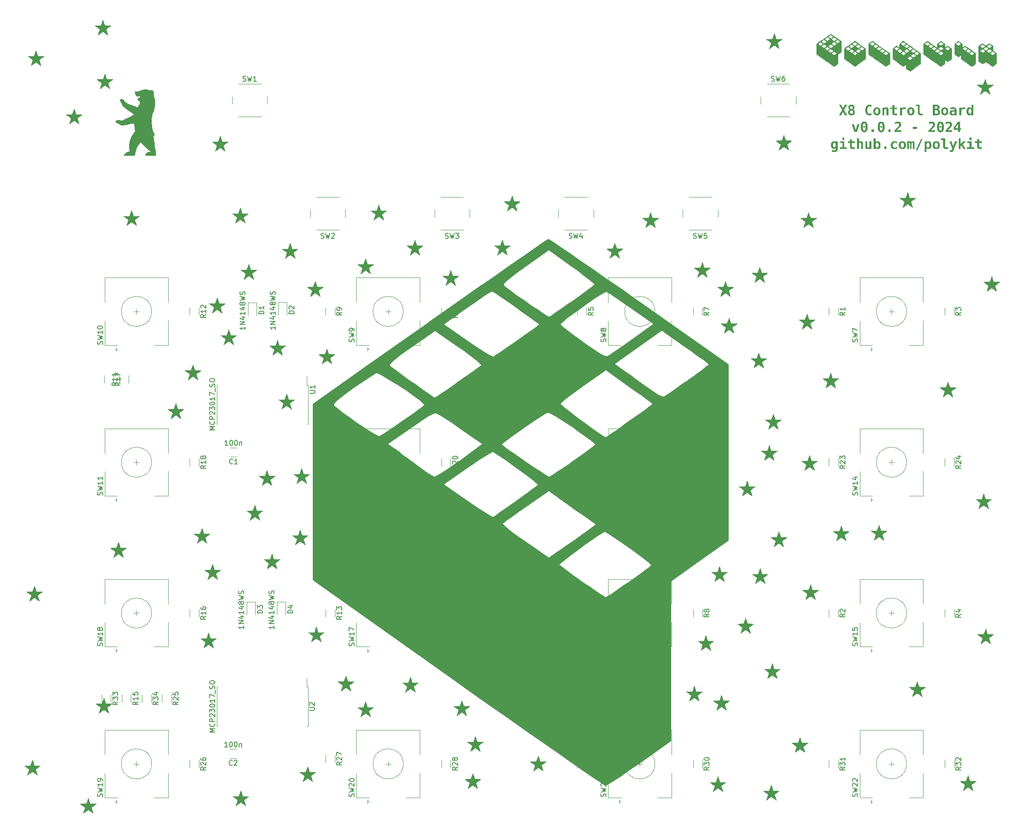
<source format=gbr>
%TF.GenerationSoftware,KiCad,Pcbnew,7.0.10-7.0.10~ubuntu22.04.1*%
%TF.CreationDate,2024-02-07T13:06:57+01:00*%
%TF.ProjectId,polykit-x-controlboard,706f6c79-6b69-4742-9d78-2d636f6e7472,v0.0.2*%
%TF.SameCoordinates,Original*%
%TF.FileFunction,Legend,Top*%
%TF.FilePolarity,Positive*%
%FSLAX46Y46*%
G04 Gerber Fmt 4.6, Leading zero omitted, Abs format (unit mm)*
G04 Created by KiCad (PCBNEW 7.0.10-7.0.10~ubuntu22.04.1) date 2024-02-07 13:06:57*
%MOMM*%
%LPD*%
G01*
G04 APERTURE LIST*
%ADD10C,0.400000*%
%ADD11C,0.150000*%
%ADD12C,0.120000*%
%ADD13C,0.010000*%
G04 APERTURE END LIST*
D10*
G36*
X181182554Y-34970000D02*
G01*
X180763433Y-34970000D01*
X180372156Y-34287096D01*
X179981856Y-34970000D01*
X179562735Y-34970000D01*
X180164550Y-33922198D01*
X179579344Y-32906636D01*
X179998465Y-32906636D01*
X180372156Y-33563161D01*
X180746825Y-32906636D01*
X181165945Y-32906636D01*
X180583671Y-33922198D01*
X181182554Y-34970000D01*
G37*
G36*
X182091826Y-32875947D02*
G01*
X182126255Y-32877670D01*
X182159741Y-32880542D01*
X182192284Y-32884562D01*
X182223885Y-32889732D01*
X182254543Y-32896050D01*
X182284259Y-32903516D01*
X182313032Y-32912131D01*
X182340862Y-32921895D01*
X182367750Y-32932808D01*
X182393695Y-32944869D01*
X182418698Y-32958080D01*
X182442757Y-32972438D01*
X182465875Y-32987946D01*
X182488049Y-33004602D01*
X182509281Y-33022407D01*
X182529452Y-33041141D01*
X182548322Y-33060707D01*
X182565890Y-33081105D01*
X182582157Y-33102336D01*
X182597123Y-33124398D01*
X182610787Y-33147291D01*
X182623150Y-33171017D01*
X182634211Y-33195575D01*
X182643972Y-33220965D01*
X182652430Y-33247187D01*
X182659588Y-33274240D01*
X182665444Y-33302126D01*
X182669999Y-33330844D01*
X182673252Y-33360393D01*
X182675204Y-33390775D01*
X182675855Y-33421988D01*
X182675544Y-33442249D01*
X182674611Y-33462120D01*
X182673055Y-33481603D01*
X182669556Y-33510096D01*
X182664658Y-33537714D01*
X182658359Y-33564455D01*
X182650661Y-33590321D01*
X182641564Y-33615311D01*
X182631067Y-33639426D01*
X182619170Y-33662664D01*
X182605873Y-33685026D01*
X182596232Y-33699448D01*
X182580663Y-33720178D01*
X182563814Y-33739868D01*
X182545686Y-33758520D01*
X182526279Y-33776133D01*
X182505592Y-33792707D01*
X182483626Y-33808241D01*
X182460381Y-33822737D01*
X182435856Y-33836194D01*
X182410051Y-33848611D01*
X182382967Y-33859990D01*
X182364201Y-33866999D01*
X182385219Y-33873918D01*
X182405653Y-33881485D01*
X182425504Y-33889702D01*
X182444770Y-33898567D01*
X182463453Y-33908081D01*
X182481552Y-33918244D01*
X182499067Y-33929056D01*
X182515998Y-33940516D01*
X182532345Y-33952625D01*
X182548108Y-33965383D01*
X182563287Y-33978790D01*
X182577883Y-33992845D01*
X182591894Y-34007549D01*
X182605322Y-34022902D01*
X182618166Y-34038904D01*
X182630426Y-34055554D01*
X182642079Y-34072680D01*
X182652980Y-34090229D01*
X182663129Y-34108202D01*
X182672527Y-34126598D01*
X182681173Y-34145418D01*
X182689067Y-34164662D01*
X182696209Y-34184329D01*
X182702599Y-34204420D01*
X182708238Y-34224935D01*
X182713125Y-34245873D01*
X182717260Y-34267235D01*
X182720643Y-34289020D01*
X182723274Y-34311229D01*
X182725154Y-34333861D01*
X182726281Y-34356918D01*
X182726657Y-34380397D01*
X182725976Y-34416996D01*
X182723932Y-34452540D01*
X182720526Y-34487032D01*
X182715758Y-34520471D01*
X182709627Y-34552856D01*
X182702134Y-34584187D01*
X182693278Y-34614466D01*
X182683060Y-34643691D01*
X182671479Y-34671863D01*
X182658536Y-34698982D01*
X182644231Y-34725047D01*
X182628563Y-34750059D01*
X182611533Y-34774018D01*
X182593140Y-34796923D01*
X182573385Y-34818775D01*
X182552268Y-34839574D01*
X182529895Y-34859153D01*
X182506373Y-34877470D01*
X182481703Y-34894523D01*
X182455884Y-34910313D01*
X182428916Y-34924839D01*
X182400799Y-34938103D01*
X182371534Y-34950103D01*
X182341120Y-34960840D01*
X182309557Y-34970314D01*
X182276846Y-34978525D01*
X182242986Y-34985473D01*
X182207977Y-34991157D01*
X182171820Y-34995578D01*
X182134513Y-34998736D01*
X182096058Y-35000631D01*
X182076400Y-35001105D01*
X182056455Y-35001263D01*
X182036570Y-35001105D01*
X182016970Y-35000631D01*
X181978625Y-34998736D01*
X181941422Y-34995578D01*
X181905360Y-34991157D01*
X181870439Y-34985473D01*
X181836659Y-34978525D01*
X181804020Y-34970314D01*
X181772523Y-34960840D01*
X181742166Y-34950103D01*
X181712950Y-34938103D01*
X181684876Y-34924839D01*
X181657942Y-34910313D01*
X181632150Y-34894523D01*
X181607498Y-34877470D01*
X181583988Y-34859153D01*
X181561619Y-34839574D01*
X181540501Y-34818775D01*
X181520746Y-34796923D01*
X181502354Y-34774018D01*
X181485324Y-34750059D01*
X181469656Y-34725047D01*
X181455350Y-34698982D01*
X181442407Y-34671863D01*
X181430827Y-34643691D01*
X181420609Y-34614466D01*
X181411753Y-34584187D01*
X181404260Y-34552856D01*
X181398129Y-34520471D01*
X181393360Y-34487032D01*
X181389954Y-34452540D01*
X181387911Y-34416996D01*
X181387229Y-34380397D01*
X181387560Y-34359881D01*
X181752617Y-34359881D01*
X181753351Y-34387043D01*
X181755553Y-34413210D01*
X181759224Y-34438380D01*
X181764363Y-34462554D01*
X181770971Y-34485733D01*
X181779047Y-34507915D01*
X181788591Y-34529101D01*
X181799603Y-34549291D01*
X181812084Y-34568485D01*
X181826033Y-34586683D01*
X181836148Y-34598262D01*
X181852361Y-34614412D01*
X181869493Y-34628974D01*
X181887543Y-34641947D01*
X181906513Y-34653331D01*
X181926401Y-34663127D01*
X181947208Y-34671334D01*
X181968933Y-34677953D01*
X181991578Y-34682984D01*
X182015141Y-34686425D01*
X182039623Y-34688279D01*
X182056455Y-34688632D01*
X182081466Y-34687825D01*
X182105576Y-34685403D01*
X182128785Y-34681367D01*
X182151091Y-34675717D01*
X182172496Y-34668453D01*
X182193000Y-34659574D01*
X182212602Y-34649082D01*
X182231302Y-34636974D01*
X182249101Y-34623253D01*
X182265998Y-34607917D01*
X182276762Y-34596796D01*
X182291864Y-34579109D01*
X182305481Y-34560486D01*
X182317613Y-34540927D01*
X182328259Y-34520432D01*
X182337420Y-34499001D01*
X182345095Y-34476635D01*
X182351284Y-34453332D01*
X182355988Y-34429093D01*
X182359207Y-34403919D01*
X182360940Y-34377808D01*
X182361270Y-34359881D01*
X182360532Y-34332640D01*
X182358316Y-34306420D01*
X182354624Y-34281223D01*
X182349455Y-34257047D01*
X182342809Y-34233893D01*
X182334686Y-34211761D01*
X182325086Y-34190651D01*
X182314009Y-34170562D01*
X182301455Y-34151495D01*
X182287425Y-34133451D01*
X182277250Y-34121988D01*
X182261116Y-34105926D01*
X182244037Y-34091443D01*
X182226014Y-34078540D01*
X182207046Y-34067217D01*
X182187133Y-34057474D01*
X182166276Y-34049311D01*
X182144475Y-34042728D01*
X182121729Y-34037725D01*
X182098038Y-34034301D01*
X182073403Y-34032458D01*
X182056455Y-34032107D01*
X182031360Y-34032897D01*
X182007185Y-34035267D01*
X181983928Y-34039217D01*
X181961589Y-34044747D01*
X181940170Y-34051856D01*
X181919669Y-34060546D01*
X181900087Y-34070816D01*
X181881424Y-34082665D01*
X181863680Y-34096095D01*
X181846854Y-34111104D01*
X181836148Y-34121988D01*
X181821220Y-34139352D01*
X181807760Y-34157737D01*
X181795769Y-34177145D01*
X181785246Y-34197574D01*
X181776191Y-34219025D01*
X181768605Y-34241498D01*
X181762487Y-34264992D01*
X181757837Y-34289508D01*
X181754656Y-34315047D01*
X181752943Y-34341607D01*
X181752617Y-34359881D01*
X181387560Y-34359881D01*
X181387611Y-34356740D01*
X181388756Y-34333518D01*
X181390664Y-34310731D01*
X181393336Y-34288379D01*
X181396770Y-34266462D01*
X181400968Y-34244980D01*
X181405929Y-34223933D01*
X181411654Y-34203321D01*
X181418141Y-34183144D01*
X181425392Y-34163403D01*
X181433407Y-34144096D01*
X181442184Y-34125225D01*
X181451725Y-34106788D01*
X181462029Y-34088787D01*
X181473096Y-34071220D01*
X181484927Y-34054089D01*
X181497433Y-34037444D01*
X181510526Y-34021460D01*
X181524208Y-34006135D01*
X181538477Y-33991471D01*
X181553334Y-33977467D01*
X181568778Y-33964123D01*
X181584810Y-33951440D01*
X181601430Y-33939417D01*
X181618638Y-33928054D01*
X181636434Y-33917351D01*
X181654817Y-33907308D01*
X181673787Y-33897926D01*
X181693346Y-33889204D01*
X181713492Y-33881142D01*
X181734226Y-33873740D01*
X181755548Y-33866999D01*
X181736420Y-33860108D01*
X181717873Y-33852749D01*
X181699906Y-33844920D01*
X181674043Y-33832296D01*
X181649485Y-33818616D01*
X181626233Y-33803880D01*
X181604285Y-33788087D01*
X181583643Y-33771239D01*
X181564306Y-33753334D01*
X181546274Y-33734374D01*
X181529547Y-33714357D01*
X181519121Y-33700425D01*
X181504629Y-33678638D01*
X181491563Y-33655958D01*
X181479923Y-33632384D01*
X181469707Y-33607918D01*
X181460917Y-33582559D01*
X181453553Y-33556307D01*
X181447614Y-33529161D01*
X181443100Y-33501123D01*
X181440012Y-33472192D01*
X181438745Y-33452408D01*
X181438725Y-33451786D01*
X181798046Y-33451786D01*
X181798656Y-33474420D01*
X181800485Y-33496162D01*
X181803533Y-33517010D01*
X181807800Y-33536966D01*
X181813287Y-33556028D01*
X181822500Y-33580055D01*
X181833880Y-33602495D01*
X181847428Y-33623347D01*
X181863143Y-33642612D01*
X181867411Y-33647180D01*
X181885538Y-33664125D01*
X181905238Y-33678810D01*
X181926510Y-33691236D01*
X181949354Y-33701402D01*
X181973771Y-33709310D01*
X181993115Y-33713757D01*
X182013344Y-33716934D01*
X182034457Y-33718841D01*
X182056455Y-33719476D01*
X182078627Y-33718841D01*
X182099898Y-33716934D01*
X182120267Y-33713757D01*
X182139734Y-33709310D01*
X182164288Y-33701402D01*
X182187239Y-33691236D01*
X182208588Y-33678810D01*
X182228333Y-33664125D01*
X182246476Y-33647180D01*
X182262733Y-33628312D01*
X182276823Y-33607857D01*
X182288745Y-33585814D01*
X182298500Y-33562184D01*
X182304393Y-33543419D01*
X182309067Y-33523761D01*
X182312522Y-33503211D01*
X182314757Y-33481767D01*
X182315773Y-33459430D01*
X182315841Y-33451786D01*
X182315231Y-33429339D01*
X182313402Y-33407794D01*
X182310354Y-33387150D01*
X182306086Y-33367408D01*
X182300599Y-33348567D01*
X182291387Y-33324849D01*
X182280007Y-33302733D01*
X182266459Y-33282221D01*
X182250743Y-33263311D01*
X182246476Y-33258834D01*
X182228333Y-33242233D01*
X182208588Y-33227846D01*
X182187239Y-33215672D01*
X182164288Y-33205711D01*
X182139734Y-33197964D01*
X182120267Y-33193606D01*
X182099898Y-33190494D01*
X182078627Y-33188626D01*
X182056455Y-33188004D01*
X182034711Y-33188635D01*
X182013808Y-33190528D01*
X181993746Y-33193684D01*
X181974527Y-33198102D01*
X181950209Y-33205956D01*
X181927388Y-33216053D01*
X181906062Y-33228395D01*
X181886233Y-33242981D01*
X181867899Y-33259811D01*
X181851528Y-33278412D01*
X181837339Y-33298554D01*
X181825332Y-33320238D01*
X181815509Y-33343464D01*
X181807869Y-33368232D01*
X181803571Y-33387820D01*
X181800502Y-33408274D01*
X181798660Y-33429597D01*
X181798046Y-33451786D01*
X181438725Y-33451786D01*
X181438111Y-33432227D01*
X181438032Y-33421988D01*
X181438681Y-33390775D01*
X181440627Y-33360393D01*
X181443871Y-33330844D01*
X181448412Y-33302126D01*
X181454251Y-33274240D01*
X181461388Y-33247187D01*
X181469822Y-33220965D01*
X181479553Y-33195575D01*
X181490582Y-33171017D01*
X181502909Y-33147291D01*
X181516533Y-33124398D01*
X181531455Y-33102336D01*
X181547674Y-33081105D01*
X181565191Y-33060707D01*
X181584005Y-33041141D01*
X181604117Y-33022407D01*
X181625404Y-33004602D01*
X181647623Y-32987946D01*
X181670773Y-32972438D01*
X181694853Y-32958080D01*
X181719865Y-32944869D01*
X181745809Y-32932808D01*
X181772683Y-32921895D01*
X181800488Y-32912131D01*
X181829225Y-32903516D01*
X181858893Y-32896050D01*
X181889492Y-32889732D01*
X181921022Y-32884562D01*
X181953484Y-32880542D01*
X181986876Y-32877670D01*
X182021200Y-32875947D01*
X182056455Y-32875373D01*
X182091826Y-32875947D01*
G37*
G36*
X186063503Y-34907473D02*
G01*
X186045374Y-34916060D01*
X186027073Y-34924234D01*
X186008600Y-34931997D01*
X185989955Y-34939347D01*
X185971139Y-34946285D01*
X185952151Y-34952811D01*
X185932991Y-34958925D01*
X185913660Y-34964626D01*
X185894157Y-34969916D01*
X185874482Y-34974793D01*
X185861270Y-34977815D01*
X185841388Y-34982006D01*
X185821308Y-34985784D01*
X185801030Y-34989150D01*
X185780555Y-34992103D01*
X185759883Y-34994645D01*
X185739013Y-34996775D01*
X185717946Y-34998492D01*
X185696681Y-34999797D01*
X185675218Y-35000690D01*
X185653559Y-35001171D01*
X185639009Y-35001263D01*
X185613280Y-35000996D01*
X185587935Y-35000196D01*
X185562974Y-34998863D01*
X185538396Y-34996996D01*
X185514202Y-34994596D01*
X185490391Y-34991663D01*
X185466964Y-34988196D01*
X185443920Y-34984196D01*
X185421260Y-34979663D01*
X185398983Y-34974596D01*
X185377090Y-34968996D01*
X185355580Y-34962863D01*
X185334454Y-34956196D01*
X185313712Y-34948997D01*
X185293353Y-34941263D01*
X185273377Y-34932997D01*
X185253786Y-34924197D01*
X185234577Y-34914864D01*
X185215752Y-34904997D01*
X185197311Y-34894597D01*
X185179253Y-34883664D01*
X185161579Y-34872197D01*
X185144288Y-34860198D01*
X185127381Y-34847664D01*
X185110858Y-34834598D01*
X185094718Y-34820998D01*
X185078961Y-34806865D01*
X185063588Y-34792198D01*
X185048599Y-34776999D01*
X185033993Y-34761265D01*
X185019770Y-34744999D01*
X185005932Y-34728199D01*
X184992498Y-34710895D01*
X184979490Y-34693116D01*
X184966909Y-34674862D01*
X184954755Y-34656132D01*
X184943027Y-34636928D01*
X184931726Y-34617248D01*
X184920851Y-34597093D01*
X184910402Y-34576463D01*
X184900380Y-34555358D01*
X184890784Y-34533778D01*
X184881615Y-34511723D01*
X184872873Y-34489192D01*
X184864556Y-34466187D01*
X184856667Y-34442706D01*
X184849203Y-34418750D01*
X184842167Y-34394319D01*
X184835556Y-34369413D01*
X184829373Y-34344032D01*
X184823615Y-34318175D01*
X184818284Y-34291844D01*
X184813380Y-34265037D01*
X184808902Y-34237756D01*
X184804850Y-34209999D01*
X184801225Y-34181767D01*
X184798027Y-34153060D01*
X184795255Y-34123877D01*
X184792909Y-34094220D01*
X184790990Y-34064088D01*
X184789498Y-34033480D01*
X184788431Y-34002397D01*
X184787792Y-33970839D01*
X184787578Y-33938806D01*
X184787792Y-33906713D01*
X184788431Y-33875097D01*
X184789498Y-33843958D01*
X184790990Y-33813296D01*
X184792909Y-33783111D01*
X184795255Y-33753403D01*
X184798027Y-33724172D01*
X184801225Y-33695418D01*
X184804850Y-33667141D01*
X184808902Y-33639342D01*
X184813380Y-33612019D01*
X184818284Y-33585173D01*
X184823615Y-33558804D01*
X184829373Y-33532913D01*
X184835556Y-33507498D01*
X184842167Y-33482561D01*
X184849203Y-33458100D01*
X184856667Y-33434117D01*
X184864556Y-33410610D01*
X184872873Y-33387581D01*
X184881615Y-33365028D01*
X184890784Y-33342953D01*
X184900380Y-33321355D01*
X184910402Y-33300233D01*
X184920851Y-33279589D01*
X184931726Y-33259422D01*
X184943027Y-33239732D01*
X184954755Y-33220519D01*
X184966909Y-33201782D01*
X184979490Y-33183523D01*
X184992498Y-33165741D01*
X185005932Y-33148436D01*
X185019770Y-33131637D01*
X185033993Y-33115370D01*
X185048599Y-33099637D01*
X185063588Y-33084437D01*
X185078961Y-33069771D01*
X185094718Y-33055637D01*
X185110858Y-33042038D01*
X185127381Y-33028971D01*
X185144288Y-33016438D01*
X185161579Y-33004438D01*
X185179253Y-32992971D01*
X185197311Y-32982038D01*
X185215752Y-32971638D01*
X185234577Y-32961772D01*
X185253786Y-32952439D01*
X185273377Y-32943639D01*
X185293353Y-32935372D01*
X185313712Y-32927639D01*
X185334454Y-32920439D01*
X185355580Y-32913772D01*
X185377090Y-32907639D01*
X185398983Y-32902039D01*
X185421260Y-32896973D01*
X185443920Y-32892439D01*
X185466964Y-32888439D01*
X185490391Y-32884973D01*
X185514202Y-32882039D01*
X185538396Y-32879639D01*
X185562974Y-32877773D01*
X185587935Y-32876439D01*
X185613280Y-32875640D01*
X185639009Y-32875373D01*
X185660813Y-32875579D01*
X185682446Y-32876197D01*
X185703907Y-32877228D01*
X185725196Y-32878670D01*
X185746314Y-32880525D01*
X185767259Y-32882792D01*
X185788033Y-32885471D01*
X185808636Y-32888562D01*
X185829066Y-32892065D01*
X185849325Y-32895981D01*
X185862735Y-32898820D01*
X185882761Y-32903423D01*
X185902537Y-32908437D01*
X185922065Y-32913864D01*
X185941343Y-32919703D01*
X185960373Y-32925954D01*
X185979153Y-32932617D01*
X185997685Y-32939693D01*
X186015967Y-32947180D01*
X186034001Y-32955080D01*
X186051785Y-32963392D01*
X186063503Y-32969162D01*
X186063503Y-33406845D01*
X186043958Y-33389078D01*
X186024525Y-33372230D01*
X186005204Y-33356300D01*
X185985994Y-33341289D01*
X185966896Y-33327197D01*
X185947909Y-33314023D01*
X185929034Y-33301769D01*
X185910271Y-33290433D01*
X185891620Y-33280016D01*
X185873079Y-33270518D01*
X185860781Y-33264696D01*
X185842316Y-33256577D01*
X185823739Y-33249257D01*
X185805050Y-33242736D01*
X185786249Y-33237013D01*
X185767337Y-33232088D01*
X185741947Y-33226764D01*
X185716359Y-33222860D01*
X185690572Y-33220376D01*
X185664587Y-33219311D01*
X185658060Y-33219267D01*
X185630703Y-33219975D01*
X185604197Y-33222098D01*
X185578542Y-33225638D01*
X185553738Y-33230594D01*
X185529785Y-33236965D01*
X185506683Y-33244752D01*
X185484432Y-33253955D01*
X185463032Y-33264574D01*
X185442483Y-33276609D01*
X185422785Y-33290059D01*
X185403939Y-33304925D01*
X185385943Y-33321208D01*
X185368798Y-33338906D01*
X185352504Y-33358020D01*
X185337062Y-33378549D01*
X185322470Y-33400495D01*
X185308747Y-33423835D01*
X185295909Y-33448550D01*
X185283956Y-33474638D01*
X185272889Y-33502100D01*
X185262707Y-33530936D01*
X185253411Y-33561146D01*
X185244999Y-33592729D01*
X185237474Y-33625687D01*
X185230833Y-33660018D01*
X185225078Y-33695724D01*
X185220209Y-33732803D01*
X185216225Y-33771256D01*
X185214565Y-33790997D01*
X185213126Y-33811082D01*
X185211908Y-33831511D01*
X185210912Y-33852283D01*
X185210138Y-33873399D01*
X185209584Y-33894858D01*
X185209252Y-33916660D01*
X185209142Y-33938806D01*
X185209252Y-33960862D01*
X185209584Y-33982579D01*
X185210138Y-34003956D01*
X185210912Y-34024993D01*
X185211908Y-34045691D01*
X185213126Y-34066049D01*
X185214565Y-34086067D01*
X185216225Y-34105746D01*
X185220209Y-34144085D01*
X185225078Y-34181065D01*
X185230833Y-34216686D01*
X185237474Y-34250949D01*
X185244999Y-34283853D01*
X185253411Y-34315398D01*
X185262707Y-34345585D01*
X185272889Y-34374413D01*
X185283956Y-34401883D01*
X185295909Y-34427994D01*
X185308747Y-34452747D01*
X185322470Y-34476140D01*
X185337062Y-34498086D01*
X185352504Y-34518616D01*
X185368798Y-34537730D01*
X185385943Y-34555428D01*
X185403939Y-34571710D01*
X185422785Y-34586576D01*
X185442483Y-34600027D01*
X185463032Y-34612062D01*
X185484432Y-34622680D01*
X185506683Y-34631883D01*
X185529785Y-34639671D01*
X185553738Y-34646042D01*
X185578542Y-34650997D01*
X185604197Y-34654537D01*
X185630703Y-34656661D01*
X185658060Y-34657369D01*
X185677605Y-34656974D01*
X185703491Y-34655218D01*
X185729178Y-34652058D01*
X185754667Y-34647494D01*
X185779958Y-34641525D01*
X185798795Y-34636127D01*
X185817521Y-34629939D01*
X185836136Y-34622961D01*
X185854639Y-34615193D01*
X185860781Y-34612428D01*
X185879247Y-34603455D01*
X185897824Y-34593572D01*
X185916513Y-34582778D01*
X185935314Y-34571075D01*
X185954226Y-34558461D01*
X185973250Y-34544937D01*
X185992385Y-34530503D01*
X186011632Y-34515158D01*
X186030991Y-34498904D01*
X186050461Y-34481739D01*
X186063503Y-34469790D01*
X186063503Y-34907473D01*
G37*
G36*
X187129645Y-33407055D02*
G01*
X187149678Y-33407685D01*
X187169449Y-33408734D01*
X187188959Y-33410204D01*
X187227194Y-33414402D01*
X187264384Y-33420279D01*
X187300528Y-33427835D01*
X187335627Y-33437070D01*
X187369679Y-33447985D01*
X187402687Y-33460579D01*
X187434648Y-33474852D01*
X187465564Y-33490804D01*
X187495434Y-33508435D01*
X187524258Y-33527745D01*
X187552037Y-33548735D01*
X187578770Y-33571404D01*
X187604458Y-33595752D01*
X187629100Y-33621779D01*
X187652465Y-33649241D01*
X187674323Y-33677894D01*
X187694673Y-33707737D01*
X187713516Y-33738771D01*
X187730852Y-33770996D01*
X187746680Y-33804412D01*
X187761000Y-33839018D01*
X187773814Y-33874815D01*
X187785119Y-33911802D01*
X187790207Y-33930742D01*
X187794918Y-33949980D01*
X187799252Y-33969516D01*
X187803209Y-33989349D01*
X187806789Y-34009480D01*
X187809992Y-34029909D01*
X187812818Y-34050635D01*
X187815268Y-34071659D01*
X187817341Y-34092981D01*
X187819037Y-34114600D01*
X187820356Y-34136517D01*
X187821298Y-34158732D01*
X187821863Y-34181244D01*
X187822052Y-34204054D01*
X187821863Y-34226864D01*
X187821298Y-34249376D01*
X187820356Y-34271591D01*
X187819037Y-34293508D01*
X187817341Y-34315127D01*
X187815268Y-34336449D01*
X187812818Y-34357473D01*
X187809992Y-34378199D01*
X187806789Y-34398628D01*
X187803209Y-34418759D01*
X187799252Y-34438592D01*
X187794918Y-34458128D01*
X187790207Y-34477365D01*
X187785119Y-34496306D01*
X187773814Y-34533293D01*
X187761000Y-34569090D01*
X187746680Y-34603696D01*
X187730852Y-34637112D01*
X187713516Y-34669337D01*
X187694673Y-34700371D01*
X187674323Y-34730214D01*
X187652465Y-34758867D01*
X187629100Y-34786329D01*
X187604458Y-34812356D01*
X187578770Y-34836704D01*
X187552037Y-34859373D01*
X187524258Y-34880362D01*
X187495434Y-34899673D01*
X187465564Y-34917304D01*
X187434648Y-34933256D01*
X187402687Y-34947529D01*
X187369679Y-34960123D01*
X187335627Y-34971038D01*
X187300528Y-34980273D01*
X187264384Y-34987829D01*
X187227194Y-34993706D01*
X187188959Y-34997904D01*
X187169449Y-34999374D01*
X187149678Y-35000423D01*
X187129645Y-35001053D01*
X187109351Y-35001263D01*
X187089117Y-35001053D01*
X187069142Y-35000423D01*
X187049427Y-34999374D01*
X187010776Y-34996015D01*
X186973163Y-34990978D01*
X186936587Y-34984261D01*
X186901050Y-34975865D01*
X186866551Y-34965790D01*
X186833089Y-34954036D01*
X186800666Y-34940603D01*
X186769281Y-34925490D01*
X186738934Y-34908698D01*
X186709625Y-34890227D01*
X186681353Y-34870077D01*
X186654120Y-34848248D01*
X186627925Y-34824740D01*
X186602768Y-34799552D01*
X186590579Y-34786329D01*
X186567214Y-34758867D01*
X186545356Y-34730214D01*
X186525006Y-34700371D01*
X186506163Y-34669337D01*
X186488827Y-34637112D01*
X186472999Y-34603696D01*
X186458678Y-34569090D01*
X186445865Y-34533293D01*
X186434559Y-34496306D01*
X186429472Y-34477365D01*
X186424761Y-34458128D01*
X186420427Y-34438592D01*
X186416470Y-34418759D01*
X186412890Y-34398628D01*
X186409687Y-34378199D01*
X186406860Y-34357473D01*
X186404411Y-34336449D01*
X186402338Y-34315127D01*
X186400642Y-34293508D01*
X186399323Y-34271591D01*
X186398381Y-34249376D01*
X186397816Y-34226864D01*
X186397627Y-34204054D01*
X186800139Y-34204054D01*
X186800460Y-34232237D01*
X186801422Y-34259634D01*
X186803025Y-34286245D01*
X186805269Y-34312070D01*
X186808154Y-34337109D01*
X186811680Y-34361362D01*
X186815847Y-34384828D01*
X186820656Y-34407508D01*
X186826106Y-34429402D01*
X186832196Y-34450510D01*
X186838928Y-34470832D01*
X186846301Y-34490368D01*
X186854316Y-34509117D01*
X186862971Y-34527080D01*
X186877156Y-34552551D01*
X186882205Y-34560648D01*
X186898229Y-34583520D01*
X186915344Y-34604143D01*
X186933549Y-34622515D01*
X186952845Y-34638638D01*
X186973231Y-34652511D01*
X186994708Y-34664135D01*
X187017275Y-34673509D01*
X187040932Y-34680633D01*
X187065681Y-34685507D01*
X187091519Y-34688132D01*
X187109351Y-34688632D01*
X187136087Y-34687507D01*
X187161707Y-34684132D01*
X187186210Y-34678508D01*
X187209597Y-34670634D01*
X187231868Y-34660510D01*
X187253023Y-34648137D01*
X187273061Y-34633514D01*
X187291983Y-34616641D01*
X187309789Y-34597519D01*
X187326479Y-34576146D01*
X187336985Y-34560648D01*
X187351739Y-34535767D01*
X187360768Y-34518197D01*
X187369152Y-34499841D01*
X187376892Y-34480698D01*
X187383986Y-34460769D01*
X187390436Y-34440055D01*
X187396240Y-34418554D01*
X187401400Y-34396266D01*
X187405915Y-34373193D01*
X187409784Y-34349334D01*
X187413009Y-34324688D01*
X187415589Y-34299256D01*
X187417524Y-34273038D01*
X187418814Y-34246034D01*
X187419459Y-34218244D01*
X187419539Y-34204054D01*
X187419217Y-34175871D01*
X187418249Y-34148473D01*
X187416637Y-34121862D01*
X187414380Y-34096038D01*
X187411477Y-34070999D01*
X187407930Y-34046746D01*
X187403738Y-34023280D01*
X187398901Y-34000600D01*
X187393419Y-33978706D01*
X187387292Y-33957598D01*
X187380520Y-33937276D01*
X187373103Y-33917740D01*
X187365041Y-33898991D01*
X187356334Y-33881028D01*
X187346982Y-33863850D01*
X187336985Y-33847459D01*
X187321040Y-33824587D01*
X187303978Y-33803965D01*
X187285800Y-33785592D01*
X187266506Y-33769470D01*
X187246095Y-33755596D01*
X187224569Y-33743973D01*
X187201926Y-33734599D01*
X187178166Y-33727475D01*
X187153291Y-33722601D01*
X187127299Y-33719976D01*
X187109351Y-33719476D01*
X187082785Y-33720601D01*
X187057310Y-33723976D01*
X187032925Y-33729600D01*
X187009631Y-33737474D01*
X186987427Y-33747597D01*
X186966314Y-33759971D01*
X186946292Y-33774594D01*
X186927359Y-33791467D01*
X186909518Y-33810589D01*
X186892767Y-33831961D01*
X186882205Y-33847459D01*
X186867539Y-33872341D01*
X186858563Y-33889911D01*
X186850228Y-33908267D01*
X186842535Y-33927410D01*
X186835482Y-33947338D01*
X186829071Y-33968053D01*
X186823301Y-33989554D01*
X186818171Y-34011841D01*
X186813683Y-34034915D01*
X186809837Y-34058774D01*
X186806631Y-34083420D01*
X186804066Y-34108852D01*
X186802143Y-34135070D01*
X186800861Y-34162074D01*
X186800220Y-34189864D01*
X186800139Y-34204054D01*
X186397627Y-34204054D01*
X186397816Y-34181244D01*
X186398381Y-34158732D01*
X186399323Y-34136517D01*
X186400642Y-34114600D01*
X186402338Y-34092981D01*
X186404411Y-34071659D01*
X186406860Y-34050635D01*
X186409687Y-34029909D01*
X186412890Y-34009480D01*
X186416470Y-33989349D01*
X186420427Y-33969516D01*
X186424761Y-33949980D01*
X186429472Y-33930742D01*
X186434559Y-33911802D01*
X186445865Y-33874815D01*
X186458678Y-33839018D01*
X186472999Y-33804412D01*
X186488827Y-33770996D01*
X186506163Y-33738771D01*
X186525006Y-33707737D01*
X186545356Y-33677894D01*
X186567214Y-33649241D01*
X186590579Y-33621779D01*
X186615217Y-33595752D01*
X186640893Y-33571404D01*
X186667607Y-33548735D01*
X186695359Y-33527745D01*
X186724149Y-33508435D01*
X186753978Y-33490804D01*
X186784844Y-33474852D01*
X186816748Y-33460579D01*
X186849690Y-33447985D01*
X186883671Y-33437070D01*
X186918689Y-33427835D01*
X186954745Y-33420279D01*
X186991840Y-33414402D01*
X187029972Y-33410204D01*
X187069142Y-33407685D01*
X187089117Y-33407055D01*
X187109351Y-33406845D01*
X187129645Y-33407055D01*
G37*
G36*
X189418423Y-33970069D02*
G01*
X189418423Y-34970000D01*
X189018841Y-34970000D01*
X189018841Y-34031618D01*
X189018656Y-34011047D01*
X189018101Y-33991219D01*
X189016574Y-33962873D01*
X189014214Y-33936202D01*
X189011021Y-33911204D01*
X189006996Y-33887882D01*
X189002137Y-33866233D01*
X188996446Y-33846259D01*
X188987561Y-33822232D01*
X188977196Y-33801181D01*
X188971458Y-33791772D01*
X188958674Y-33774828D01*
X188944012Y-33760143D01*
X188927472Y-33747717D01*
X188909054Y-33737550D01*
X188888759Y-33729643D01*
X188866587Y-33723995D01*
X188842536Y-33720606D01*
X188816608Y-33719476D01*
X188796679Y-33720335D01*
X188771361Y-33724151D01*
X188747479Y-33731020D01*
X188725032Y-33740943D01*
X188704019Y-33753918D01*
X188684442Y-33769947D01*
X188670700Y-33783971D01*
X188657766Y-33799714D01*
X188645638Y-33817173D01*
X188634464Y-33836157D01*
X188624389Y-33856472D01*
X188615413Y-33878117D01*
X188607537Y-33901094D01*
X188600759Y-33925401D01*
X188595080Y-33951039D01*
X188590501Y-33978009D01*
X188587020Y-34006309D01*
X188585310Y-34025915D01*
X188584089Y-34046113D01*
X188583356Y-34066902D01*
X188583112Y-34088283D01*
X188583112Y-34970000D01*
X188183531Y-34970000D01*
X188183531Y-33438108D01*
X188583112Y-33438108D01*
X188583112Y-33662323D01*
X188591613Y-33639998D01*
X188601179Y-33618634D01*
X188611809Y-33598232D01*
X188623504Y-33578792D01*
X188636264Y-33560314D01*
X188650088Y-33542797D01*
X188664977Y-33526242D01*
X188680932Y-33510648D01*
X188697950Y-33496017D01*
X188716034Y-33482347D01*
X188728681Y-33473768D01*
X188748380Y-33461808D01*
X188768826Y-33451025D01*
X188790020Y-33441418D01*
X188811960Y-33432987D01*
X188834648Y-33425733D01*
X188858082Y-33419655D01*
X188882263Y-33414753D01*
X188907192Y-33411028D01*
X188932868Y-33408479D01*
X188959290Y-33407107D01*
X188977320Y-33406845D01*
X189004196Y-33407399D01*
X189030237Y-33409059D01*
X189055442Y-33411826D01*
X189079811Y-33415699D01*
X189103344Y-33420679D01*
X189126041Y-33426766D01*
X189147903Y-33433960D01*
X189168929Y-33442260D01*
X189189119Y-33451668D01*
X189208473Y-33462182D01*
X189226992Y-33473802D01*
X189244675Y-33486530D01*
X189261522Y-33500364D01*
X189277533Y-33515304D01*
X189292708Y-33531352D01*
X189307048Y-33548506D01*
X189320535Y-33566696D01*
X189333151Y-33585975D01*
X189344898Y-33606340D01*
X189355774Y-33627793D01*
X189365781Y-33650334D01*
X189374917Y-33673963D01*
X189383183Y-33698679D01*
X189390579Y-33724483D01*
X189397105Y-33751375D01*
X189402761Y-33779354D01*
X189407546Y-33808421D01*
X189411462Y-33838575D01*
X189414507Y-33869817D01*
X189416683Y-33902147D01*
X189417988Y-33935564D01*
X189418423Y-33970069D01*
G37*
G36*
X190579553Y-33000425D02*
G01*
X190579553Y-33438108D01*
X191105652Y-33438108D01*
X191105652Y-33750739D01*
X190579553Y-33750739D01*
X190579553Y-34467836D01*
X190580332Y-34492337D01*
X190582667Y-34515036D01*
X190586560Y-34535934D01*
X190592010Y-34555031D01*
X190601011Y-34576369D01*
X190612446Y-34594892D01*
X190626313Y-34610601D01*
X190629379Y-34613405D01*
X190646724Y-34626070D01*
X190667313Y-34636589D01*
X190686119Y-34643458D01*
X190707002Y-34648954D01*
X190729961Y-34653075D01*
X190754996Y-34655823D01*
X190775135Y-34656982D01*
X190796441Y-34657369D01*
X191105652Y-34657369D01*
X191105652Y-34970000D01*
X190767620Y-34970000D01*
X190746193Y-34969892D01*
X190725204Y-34969568D01*
X190704653Y-34969029D01*
X190684540Y-34968275D01*
X190664864Y-34967304D01*
X190626827Y-34964717D01*
X190590542Y-34961267D01*
X190556008Y-34956954D01*
X190523226Y-34951780D01*
X190492196Y-34945742D01*
X190462917Y-34938842D01*
X190435390Y-34931080D01*
X190409615Y-34922455D01*
X190385592Y-34912968D01*
X190363320Y-34902618D01*
X190342799Y-34891406D01*
X190324031Y-34879331D01*
X190307014Y-34866394D01*
X190299162Y-34859602D01*
X190284374Y-34845002D01*
X190270540Y-34828926D01*
X190257660Y-34811373D01*
X190245734Y-34792343D01*
X190234763Y-34771837D01*
X190224745Y-34749853D01*
X190215681Y-34726392D01*
X190207571Y-34701454D01*
X190200416Y-34675040D01*
X190194214Y-34647149D01*
X190188967Y-34617780D01*
X190184674Y-34586935D01*
X190181334Y-34554613D01*
X190178949Y-34520814D01*
X190177518Y-34485538D01*
X190177041Y-34448785D01*
X190177041Y-33750739D01*
X189783810Y-33750739D01*
X189783810Y-33438108D01*
X190177041Y-33438108D01*
X190177041Y-33000425D01*
X190579553Y-33000425D01*
G37*
G36*
X192896929Y-33875792D02*
G01*
X192880084Y-33856863D01*
X192862522Y-33839155D01*
X192844242Y-33822669D01*
X192825244Y-33807404D01*
X192805529Y-33793360D01*
X192785097Y-33780537D01*
X192763947Y-33768935D01*
X192742079Y-33758555D01*
X192719708Y-33749396D01*
X192696803Y-33741458D01*
X192673363Y-33734741D01*
X192649389Y-33729246D01*
X192624881Y-33724972D01*
X192599839Y-33721919D01*
X192574262Y-33720087D01*
X192554728Y-33719514D01*
X192548151Y-33719476D01*
X192524441Y-33719893D01*
X192501308Y-33721142D01*
X192478749Y-33723224D01*
X192456766Y-33726139D01*
X192435358Y-33729887D01*
X192414525Y-33734468D01*
X192394268Y-33739882D01*
X192374586Y-33746129D01*
X192355479Y-33753209D01*
X192336947Y-33761121D01*
X192324913Y-33766859D01*
X192307430Y-33776025D01*
X192285296Y-33789409D01*
X192264505Y-33804121D01*
X192245057Y-33820161D01*
X192226952Y-33837529D01*
X192210191Y-33856225D01*
X192194773Y-33876249D01*
X192180699Y-33897601D01*
X192177390Y-33903147D01*
X192167499Y-33920957D01*
X192158585Y-33939888D01*
X192150650Y-33959940D01*
X192143692Y-33981114D01*
X192137712Y-34003408D01*
X192132711Y-34026823D01*
X192130984Y-34036503D01*
X192128007Y-34057310D01*
X192125427Y-34080650D01*
X192123244Y-34106525D01*
X192121868Y-34127594D01*
X192120714Y-34150088D01*
X192119784Y-34174007D01*
X192119077Y-34199352D01*
X192118593Y-34226123D01*
X192118333Y-34254318D01*
X192118283Y-34273907D01*
X192118283Y-34970000D01*
X191715283Y-34970000D01*
X191715283Y-33438108D01*
X192118283Y-33438108D01*
X192118283Y-33665743D01*
X192129920Y-33643064D01*
X192142664Y-33621373D01*
X192156515Y-33600669D01*
X192171475Y-33580952D01*
X192187542Y-33562223D01*
X192204717Y-33544482D01*
X192222999Y-33527728D01*
X192242389Y-33511961D01*
X192262887Y-33497182D01*
X192284492Y-33483391D01*
X192299511Y-33474745D01*
X192322774Y-33462610D01*
X192346767Y-33451670D01*
X192371489Y-33441922D01*
X192396941Y-33433369D01*
X192423124Y-33426008D01*
X192450036Y-33419842D01*
X192477678Y-33414869D01*
X192506049Y-33411089D01*
X192535151Y-33408503D01*
X192554957Y-33407442D01*
X192575088Y-33406912D01*
X192585276Y-33406845D01*
X192605853Y-33407219D01*
X192626308Y-33408341D01*
X192646642Y-33410211D01*
X192666853Y-33412829D01*
X192686942Y-33416195D01*
X192706908Y-33420309D01*
X192726753Y-33425171D01*
X192746476Y-33430781D01*
X192766137Y-33437108D01*
X192785555Y-33444123D01*
X192804728Y-33451824D01*
X192823657Y-33460212D01*
X192842341Y-33469287D01*
X192860781Y-33479050D01*
X192878978Y-33489499D01*
X192896929Y-33500635D01*
X192896929Y-33875792D01*
G37*
G36*
X193866840Y-33407055D02*
G01*
X193886872Y-33407685D01*
X193906644Y-33408734D01*
X193926154Y-33410204D01*
X193964389Y-33414402D01*
X194001579Y-33420279D01*
X194037723Y-33427835D01*
X194072821Y-33437070D01*
X194106874Y-33447985D01*
X194139881Y-33460579D01*
X194171843Y-33474852D01*
X194202759Y-33490804D01*
X194232629Y-33508435D01*
X194261453Y-33527745D01*
X194289232Y-33548735D01*
X194315965Y-33571404D01*
X194341653Y-33595752D01*
X194366294Y-33621779D01*
X194389660Y-33649241D01*
X194411517Y-33677894D01*
X194431868Y-33707737D01*
X194450711Y-33738771D01*
X194468046Y-33770996D01*
X194483874Y-33804412D01*
X194498195Y-33839018D01*
X194511008Y-33874815D01*
X194522314Y-33911802D01*
X194527402Y-33930742D01*
X194532112Y-33949980D01*
X194536446Y-33969516D01*
X194540403Y-33989349D01*
X194543983Y-34009480D01*
X194547187Y-34029909D01*
X194550013Y-34050635D01*
X194552463Y-34071659D01*
X194554535Y-34092981D01*
X194556231Y-34114600D01*
X194557550Y-34136517D01*
X194558493Y-34158732D01*
X194559058Y-34181244D01*
X194559246Y-34204054D01*
X194559058Y-34226864D01*
X194558493Y-34249376D01*
X194557550Y-34271591D01*
X194556231Y-34293508D01*
X194554535Y-34315127D01*
X194552463Y-34336449D01*
X194550013Y-34357473D01*
X194547187Y-34378199D01*
X194543983Y-34398628D01*
X194540403Y-34418759D01*
X194536446Y-34438592D01*
X194532112Y-34458128D01*
X194527402Y-34477365D01*
X194522314Y-34496306D01*
X194511008Y-34533293D01*
X194498195Y-34569090D01*
X194483874Y-34603696D01*
X194468046Y-34637112D01*
X194450711Y-34669337D01*
X194431868Y-34700371D01*
X194411517Y-34730214D01*
X194389660Y-34758867D01*
X194366294Y-34786329D01*
X194341653Y-34812356D01*
X194315965Y-34836704D01*
X194289232Y-34859373D01*
X194261453Y-34880362D01*
X194232629Y-34899673D01*
X194202759Y-34917304D01*
X194171843Y-34933256D01*
X194139881Y-34947529D01*
X194106874Y-34960123D01*
X194072821Y-34971038D01*
X194037723Y-34980273D01*
X194001579Y-34987829D01*
X193964389Y-34993706D01*
X193926154Y-34997904D01*
X193906644Y-34999374D01*
X193886872Y-35000423D01*
X193866840Y-35001053D01*
X193846546Y-35001263D01*
X193826312Y-35001053D01*
X193806337Y-35000423D01*
X193786622Y-34999374D01*
X193747971Y-34996015D01*
X193710357Y-34990978D01*
X193673782Y-34984261D01*
X193638245Y-34975865D01*
X193603745Y-34965790D01*
X193570284Y-34954036D01*
X193537861Y-34940603D01*
X193506476Y-34925490D01*
X193476128Y-34908698D01*
X193446819Y-34890227D01*
X193418548Y-34870077D01*
X193391315Y-34848248D01*
X193365120Y-34824740D01*
X193339963Y-34799552D01*
X193327774Y-34786329D01*
X193304409Y-34758867D01*
X193282551Y-34730214D01*
X193262200Y-34700371D01*
X193243357Y-34669337D01*
X193226022Y-34637112D01*
X193210194Y-34603696D01*
X193195873Y-34569090D01*
X193183060Y-34533293D01*
X193171754Y-34496306D01*
X193166667Y-34477365D01*
X193161956Y-34458128D01*
X193157622Y-34438592D01*
X193153665Y-34418759D01*
X193150085Y-34398628D01*
X193146881Y-34378199D01*
X193144055Y-34357473D01*
X193141605Y-34336449D01*
X193139533Y-34315127D01*
X193137837Y-34293508D01*
X193136518Y-34271591D01*
X193135576Y-34249376D01*
X193135010Y-34226864D01*
X193134822Y-34204054D01*
X193537334Y-34204054D01*
X193537655Y-34232237D01*
X193538616Y-34259634D01*
X193540219Y-34286245D01*
X193542463Y-34312070D01*
X193545348Y-34337109D01*
X193548875Y-34361362D01*
X193553042Y-34384828D01*
X193557851Y-34407508D01*
X193563300Y-34429402D01*
X193569391Y-34450510D01*
X193576123Y-34470832D01*
X193583496Y-34490368D01*
X193591510Y-34509117D01*
X193600166Y-34527080D01*
X193614351Y-34552551D01*
X193619400Y-34560648D01*
X193635424Y-34583520D01*
X193652539Y-34604143D01*
X193670744Y-34622515D01*
X193690039Y-34638638D01*
X193710426Y-34652511D01*
X193731902Y-34664135D01*
X193754469Y-34673509D01*
X193778127Y-34680633D01*
X193802875Y-34685507D01*
X193828714Y-34688132D01*
X193846546Y-34688632D01*
X193873282Y-34687507D01*
X193898901Y-34684132D01*
X193923405Y-34678508D01*
X193946792Y-34670634D01*
X193969063Y-34660510D01*
X193990218Y-34648137D01*
X194010256Y-34633514D01*
X194029178Y-34616641D01*
X194046984Y-34597519D01*
X194063674Y-34576146D01*
X194074180Y-34560648D01*
X194088933Y-34535767D01*
X194097963Y-34518197D01*
X194106347Y-34499841D01*
X194114086Y-34480698D01*
X194121181Y-34460769D01*
X194127630Y-34440055D01*
X194133435Y-34418554D01*
X194138595Y-34396266D01*
X194143109Y-34373193D01*
X194146979Y-34349334D01*
X194150204Y-34324688D01*
X194152784Y-34299256D01*
X194154719Y-34273038D01*
X194156008Y-34246034D01*
X194156653Y-34218244D01*
X194156734Y-34204054D01*
X194156412Y-34175871D01*
X194155444Y-34148473D01*
X194153832Y-34121862D01*
X194151574Y-34096038D01*
X194148672Y-34070999D01*
X194145125Y-34046746D01*
X194140933Y-34023280D01*
X194136095Y-34000600D01*
X194130613Y-33978706D01*
X194124486Y-33957598D01*
X194117714Y-33937276D01*
X194110297Y-33917740D01*
X194102235Y-33898991D01*
X194093529Y-33881028D01*
X194084177Y-33863850D01*
X194074180Y-33847459D01*
X194058235Y-33824587D01*
X194041173Y-33803965D01*
X194022995Y-33785592D01*
X194003701Y-33769470D01*
X193983290Y-33755596D01*
X193961763Y-33743973D01*
X193939120Y-33734599D01*
X193915361Y-33727475D01*
X193890485Y-33722601D01*
X193864494Y-33719976D01*
X193846546Y-33719476D01*
X193819980Y-33720601D01*
X193794505Y-33723976D01*
X193770120Y-33729600D01*
X193746826Y-33737474D01*
X193724622Y-33747597D01*
X193703509Y-33759971D01*
X193683486Y-33774594D01*
X193664554Y-33791467D01*
X193646712Y-33810589D01*
X193629961Y-33831961D01*
X193619400Y-33847459D01*
X193604734Y-33872341D01*
X193595758Y-33889911D01*
X193587423Y-33908267D01*
X193579729Y-33927410D01*
X193572677Y-33947338D01*
X193566265Y-33968053D01*
X193560495Y-33989554D01*
X193555366Y-34011841D01*
X193550878Y-34034915D01*
X193547031Y-34058774D01*
X193543826Y-34083420D01*
X193541261Y-34108852D01*
X193539338Y-34135070D01*
X193538055Y-34162074D01*
X193537414Y-34189864D01*
X193537334Y-34204054D01*
X193134822Y-34204054D01*
X193135010Y-34181244D01*
X193135576Y-34158732D01*
X193136518Y-34136517D01*
X193137837Y-34114600D01*
X193139533Y-34092981D01*
X193141605Y-34071659D01*
X193144055Y-34050635D01*
X193146881Y-34029909D01*
X193150085Y-34009480D01*
X193153665Y-33989349D01*
X193157622Y-33969516D01*
X193161956Y-33949980D01*
X193166667Y-33930742D01*
X193171754Y-33911802D01*
X193183060Y-33874815D01*
X193195873Y-33839018D01*
X193210194Y-33804412D01*
X193226022Y-33770996D01*
X193243357Y-33738771D01*
X193262200Y-33707737D01*
X193282551Y-33677894D01*
X193304409Y-33649241D01*
X193327774Y-33621779D01*
X193352412Y-33595752D01*
X193378088Y-33571404D01*
X193404802Y-33548735D01*
X193432554Y-33527745D01*
X193461344Y-33508435D01*
X193491172Y-33490804D01*
X193522038Y-33474852D01*
X193553943Y-33460579D01*
X193586885Y-33447985D01*
X193620865Y-33437070D01*
X193655884Y-33427835D01*
X193691940Y-33420279D01*
X193729034Y-33414402D01*
X193767167Y-33410204D01*
X193806337Y-33407685D01*
X193826312Y-33407055D01*
X193846546Y-33406845D01*
X193866840Y-33407055D01*
G37*
G36*
X195215771Y-34329106D02*
G01*
X195215771Y-33156741D01*
X194807885Y-33156741D01*
X194807885Y-32844110D01*
X195618772Y-32844110D01*
X195618772Y-34329106D01*
X195618991Y-34351107D01*
X195619649Y-34372291D01*
X195620747Y-34392659D01*
X195622283Y-34412210D01*
X195625410Y-34440005D01*
X195629524Y-34465962D01*
X195634626Y-34490082D01*
X195640715Y-34512365D01*
X195647792Y-34532810D01*
X195655857Y-34551417D01*
X195668145Y-34573368D01*
X195674948Y-34583119D01*
X195690327Y-34600521D01*
X195708134Y-34615603D01*
X195728368Y-34628365D01*
X195751029Y-34638806D01*
X195769618Y-34645115D01*
X195789572Y-34650118D01*
X195810891Y-34653816D01*
X195833576Y-34656209D01*
X195857625Y-34657296D01*
X195865945Y-34657369D01*
X196187369Y-34657369D01*
X196187369Y-34970000D01*
X195753105Y-34970000D01*
X195717835Y-34969421D01*
X195683832Y-34967687D01*
X195651096Y-34964796D01*
X195619627Y-34960749D01*
X195589424Y-34955545D01*
X195560489Y-34949185D01*
X195532821Y-34941669D01*
X195506420Y-34932997D01*
X195481286Y-34923168D01*
X195457419Y-34912183D01*
X195434819Y-34900041D01*
X195413486Y-34886743D01*
X195393420Y-34872289D01*
X195374620Y-34856678D01*
X195357088Y-34839912D01*
X195340823Y-34821988D01*
X195325680Y-34802661D01*
X195311514Y-34781803D01*
X195298325Y-34759414D01*
X195286113Y-34735496D01*
X195274878Y-34710047D01*
X195264620Y-34683068D01*
X195255338Y-34654558D01*
X195247034Y-34624518D01*
X195239707Y-34592948D01*
X195233356Y-34559847D01*
X195227983Y-34525216D01*
X195223587Y-34489055D01*
X195220167Y-34451363D01*
X195217725Y-34412141D01*
X195216870Y-34391956D01*
X195216259Y-34371389D01*
X195215893Y-34350439D01*
X195215771Y-34329106D01*
G37*
G36*
X198906511Y-32906760D02*
G01*
X198927415Y-32907132D01*
X198947987Y-32907752D01*
X198968227Y-32908620D01*
X198988134Y-32909737D01*
X199007710Y-32911101D01*
X199045865Y-32914574D01*
X199082692Y-32919039D01*
X199118192Y-32924496D01*
X199152363Y-32930946D01*
X199185206Y-32938387D01*
X199216721Y-32946822D01*
X199246908Y-32956248D01*
X199275766Y-32966666D01*
X199303297Y-32978077D01*
X199329500Y-32990480D01*
X199354374Y-33003875D01*
X199377921Y-33018263D01*
X199400139Y-33033642D01*
X199421020Y-33049947D01*
X199440554Y-33067233D01*
X199458741Y-33085500D01*
X199475580Y-33104747D01*
X199491072Y-33124976D01*
X199505217Y-33146185D01*
X199518015Y-33168375D01*
X199529466Y-33191545D01*
X199539570Y-33215697D01*
X199548326Y-33240829D01*
X199555736Y-33266942D01*
X199561798Y-33294036D01*
X199566513Y-33322110D01*
X199569881Y-33351166D01*
X199571901Y-33381202D01*
X199572575Y-33412219D01*
X199572176Y-33436007D01*
X199570980Y-33459136D01*
X199568986Y-33481605D01*
X199566194Y-33503413D01*
X199562605Y-33524561D01*
X199558218Y-33545049D01*
X199553034Y-33564876D01*
X199547052Y-33584043D01*
X199540272Y-33602551D01*
X199528607Y-33629073D01*
X199515147Y-33654111D01*
X199499893Y-33677662D01*
X199482844Y-33699729D01*
X199470481Y-33713614D01*
X199450598Y-33733149D01*
X199429048Y-33751086D01*
X199405832Y-33767427D01*
X199380951Y-33782170D01*
X199363438Y-33791112D01*
X199345185Y-33799344D01*
X199326191Y-33806865D01*
X199306457Y-33813678D01*
X199285983Y-33819780D01*
X199264768Y-33825172D01*
X199242813Y-33829855D01*
X199220117Y-33833828D01*
X199196681Y-33837091D01*
X199172505Y-33839644D01*
X199201421Y-33843084D01*
X199229429Y-33847421D01*
X199256528Y-33852655D01*
X199282720Y-33858786D01*
X199308003Y-33865814D01*
X199332377Y-33873738D01*
X199355844Y-33882560D01*
X199378402Y-33892278D01*
X199400052Y-33902893D01*
X199420793Y-33914405D01*
X199440627Y-33926813D01*
X199459552Y-33940119D01*
X199477568Y-33954321D01*
X199494677Y-33969421D01*
X199510877Y-33985417D01*
X199526169Y-34002309D01*
X199540602Y-34020082D01*
X199554104Y-34038717D01*
X199566675Y-34058214D01*
X199578315Y-34078574D01*
X199589023Y-34099797D01*
X199598800Y-34121881D01*
X199607647Y-34144829D01*
X199615562Y-34168639D01*
X199622545Y-34193311D01*
X199628598Y-34218846D01*
X199633720Y-34245243D01*
X199637910Y-34272503D01*
X199641169Y-34300625D01*
X199643497Y-34329610D01*
X199644894Y-34359457D01*
X199645359Y-34390167D01*
X199644661Y-34427674D01*
X199642566Y-34463867D01*
X199639074Y-34498748D01*
X199634185Y-34532316D01*
X199627900Y-34564572D01*
X199620218Y-34595514D01*
X199611139Y-34625144D01*
X199600663Y-34653461D01*
X199588790Y-34680465D01*
X199575521Y-34706156D01*
X199560855Y-34730535D01*
X199544792Y-34753600D01*
X199527333Y-34775353D01*
X199508476Y-34795793D01*
X199488223Y-34814921D01*
X199466574Y-34832735D01*
X199443351Y-34849357D01*
X199418381Y-34864906D01*
X199391663Y-34879383D01*
X199363198Y-34892788D01*
X199332984Y-34905121D01*
X199301023Y-34916381D01*
X199267313Y-34926568D01*
X199231856Y-34935683D01*
X199194651Y-34943726D01*
X199175393Y-34947345D01*
X199155698Y-34950697D01*
X199135566Y-34953780D01*
X199114997Y-34956595D01*
X199093992Y-34959142D01*
X199072549Y-34961420D01*
X199050669Y-34963431D01*
X199028352Y-34965174D01*
X199005599Y-34966648D01*
X198982408Y-34967855D01*
X198958780Y-34968793D01*
X198934716Y-34969463D01*
X198910214Y-34969865D01*
X198885276Y-34970000D01*
X198224843Y-34970000D01*
X198224843Y-34000844D01*
X198616120Y-34000844D01*
X198616120Y-34657369D01*
X198885276Y-34657369D01*
X198909063Y-34657090D01*
X198931941Y-34656254D01*
X198953912Y-34654861D01*
X198974974Y-34652911D01*
X198995128Y-34650404D01*
X199023655Y-34645598D01*
X199050139Y-34639539D01*
X199074580Y-34632226D01*
X199096977Y-34623659D01*
X199117330Y-34613839D01*
X199135640Y-34602765D01*
X199151906Y-34590438D01*
X199156874Y-34586050D01*
X199170754Y-34571750D01*
X199183269Y-34555596D01*
X199194419Y-34537587D01*
X199204203Y-34517723D01*
X199212622Y-34496004D01*
X199219676Y-34472431D01*
X199225365Y-34447003D01*
X199229688Y-34419720D01*
X199232647Y-34390583D01*
X199233860Y-34370128D01*
X199234467Y-34348848D01*
X199234543Y-34337899D01*
X199234226Y-34315824D01*
X199233276Y-34294538D01*
X199231692Y-34274043D01*
X199229475Y-34254337D01*
X199224961Y-34226260D01*
X199219022Y-34199961D01*
X199211657Y-34175439D01*
X199202868Y-34152694D01*
X199192652Y-34131727D01*
X199181012Y-34112537D01*
X199167946Y-34095125D01*
X199153454Y-34079490D01*
X199137318Y-34065435D01*
X199119319Y-34052763D01*
X199099457Y-34041473D01*
X199077731Y-34031565D01*
X199054142Y-34023040D01*
X199028690Y-34015897D01*
X199001374Y-34010137D01*
X198972195Y-34005759D01*
X198951708Y-34003609D01*
X198930392Y-34002073D01*
X198908248Y-34001151D01*
X198885276Y-34000844D01*
X198616120Y-34000844D01*
X198224843Y-34000844D01*
X198224843Y-33219267D01*
X198616120Y-33219267D01*
X198616120Y-33688213D01*
X198885276Y-33688213D01*
X198913350Y-33687741D01*
X198939870Y-33686324D01*
X198964835Y-33683963D01*
X198988247Y-33680657D01*
X199010104Y-33676406D01*
X199030407Y-33671211D01*
X199049156Y-33665072D01*
X199071737Y-33655417D01*
X199091555Y-33644082D01*
X199104606Y-33634480D01*
X199119947Y-33619825D01*
X199133243Y-33602972D01*
X199144494Y-33583921D01*
X199153698Y-33562672D01*
X199160858Y-33539225D01*
X199165972Y-33513579D01*
X199168465Y-33492903D01*
X199169807Y-33470990D01*
X199170063Y-33455694D01*
X199169475Y-33433026D01*
X199167710Y-33411553D01*
X199164769Y-33391272D01*
X199159018Y-33366089D01*
X199151175Y-33343027D01*
X199141242Y-33322087D01*
X199129216Y-33303269D01*
X199115100Y-33286572D01*
X199103140Y-33275443D01*
X199085204Y-33262276D01*
X199064611Y-33250866D01*
X199041362Y-33241210D01*
X199022182Y-33235121D01*
X199001508Y-33230019D01*
X198979341Y-33225905D01*
X198955679Y-33222778D01*
X198930522Y-33220638D01*
X198903872Y-33219486D01*
X198885276Y-33219267D01*
X198616120Y-33219267D01*
X198224843Y-33219267D01*
X198224843Y-32906636D01*
X198885276Y-32906636D01*
X198906511Y-32906760D01*
G37*
G36*
X200604034Y-33407055D02*
G01*
X200624067Y-33407685D01*
X200643838Y-33408734D01*
X200663348Y-33410204D01*
X200701584Y-33414402D01*
X200738773Y-33420279D01*
X200774918Y-33427835D01*
X200810016Y-33437070D01*
X200844069Y-33447985D01*
X200877076Y-33460579D01*
X200909037Y-33474852D01*
X200939953Y-33490804D01*
X200969823Y-33508435D01*
X200998648Y-33527745D01*
X201026427Y-33548735D01*
X201053160Y-33571404D01*
X201078847Y-33595752D01*
X201103489Y-33621779D01*
X201126854Y-33649241D01*
X201148712Y-33677894D01*
X201169063Y-33707737D01*
X201187906Y-33738771D01*
X201205241Y-33770996D01*
X201221069Y-33804412D01*
X201235390Y-33839018D01*
X201248203Y-33874815D01*
X201259509Y-33911802D01*
X201264596Y-33930742D01*
X201269307Y-33949980D01*
X201273641Y-33969516D01*
X201277598Y-33989349D01*
X201281178Y-34009480D01*
X201284381Y-34029909D01*
X201287208Y-34050635D01*
X201289657Y-34071659D01*
X201291730Y-34092981D01*
X201293426Y-34114600D01*
X201294745Y-34136517D01*
X201295687Y-34158732D01*
X201296252Y-34181244D01*
X201296441Y-34204054D01*
X201296252Y-34226864D01*
X201295687Y-34249376D01*
X201294745Y-34271591D01*
X201293426Y-34293508D01*
X201291730Y-34315127D01*
X201289657Y-34336449D01*
X201287208Y-34357473D01*
X201284381Y-34378199D01*
X201281178Y-34398628D01*
X201277598Y-34418759D01*
X201273641Y-34438592D01*
X201269307Y-34458128D01*
X201264596Y-34477365D01*
X201259509Y-34496306D01*
X201248203Y-34533293D01*
X201235390Y-34569090D01*
X201221069Y-34603696D01*
X201205241Y-34637112D01*
X201187906Y-34669337D01*
X201169063Y-34700371D01*
X201148712Y-34730214D01*
X201126854Y-34758867D01*
X201103489Y-34786329D01*
X201078847Y-34812356D01*
X201053160Y-34836704D01*
X201026427Y-34859373D01*
X200998648Y-34880362D01*
X200969823Y-34899673D01*
X200939953Y-34917304D01*
X200909037Y-34933256D01*
X200877076Y-34947529D01*
X200844069Y-34960123D01*
X200810016Y-34971038D01*
X200774918Y-34980273D01*
X200738773Y-34987829D01*
X200701584Y-34993706D01*
X200663348Y-34997904D01*
X200643838Y-34999374D01*
X200624067Y-35000423D01*
X200604034Y-35001053D01*
X200583740Y-35001263D01*
X200563506Y-35001053D01*
X200543532Y-35000423D01*
X200523817Y-34999374D01*
X200485165Y-34996015D01*
X200447552Y-34990978D01*
X200410977Y-34984261D01*
X200375439Y-34975865D01*
X200340940Y-34965790D01*
X200307479Y-34954036D01*
X200275056Y-34940603D01*
X200243670Y-34925490D01*
X200213323Y-34908698D01*
X200184014Y-34890227D01*
X200155743Y-34870077D01*
X200128510Y-34848248D01*
X200102315Y-34824740D01*
X200077158Y-34799552D01*
X200064968Y-34786329D01*
X200041603Y-34758867D01*
X200019745Y-34730214D01*
X199999395Y-34700371D01*
X199980552Y-34669337D01*
X199963217Y-34637112D01*
X199947388Y-34603696D01*
X199933068Y-34569090D01*
X199920255Y-34533293D01*
X199908949Y-34496306D01*
X199903861Y-34477365D01*
X199899150Y-34458128D01*
X199894817Y-34438592D01*
X199890860Y-34418759D01*
X199887279Y-34398628D01*
X199884076Y-34378199D01*
X199881250Y-34357473D01*
X199878800Y-34336449D01*
X199876727Y-34315127D01*
X199875032Y-34293508D01*
X199873713Y-34271591D01*
X199872770Y-34249376D01*
X199872205Y-34226864D01*
X199872017Y-34204054D01*
X200274529Y-34204054D01*
X200274849Y-34232237D01*
X200275811Y-34259634D01*
X200277414Y-34286245D01*
X200279658Y-34312070D01*
X200282543Y-34337109D01*
X200286069Y-34361362D01*
X200290237Y-34384828D01*
X200295045Y-34407508D01*
X200300495Y-34429402D01*
X200306586Y-34450510D01*
X200313318Y-34470832D01*
X200320691Y-34490368D01*
X200328705Y-34509117D01*
X200337360Y-34527080D01*
X200351545Y-34552551D01*
X200356594Y-34560648D01*
X200372619Y-34583520D01*
X200389733Y-34604143D01*
X200407938Y-34622515D01*
X200427234Y-34638638D01*
X200447620Y-34652511D01*
X200469097Y-34664135D01*
X200491664Y-34673509D01*
X200515322Y-34680633D01*
X200540070Y-34685507D01*
X200565909Y-34688132D01*
X200583740Y-34688632D01*
X200610476Y-34687507D01*
X200636096Y-34684132D01*
X200660600Y-34678508D01*
X200683987Y-34670634D01*
X200706258Y-34660510D01*
X200727412Y-34648137D01*
X200747451Y-34633514D01*
X200766373Y-34616641D01*
X200784179Y-34597519D01*
X200800868Y-34576146D01*
X200811375Y-34560648D01*
X200826128Y-34535767D01*
X200835157Y-34518197D01*
X200843542Y-34499841D01*
X200851281Y-34480698D01*
X200858376Y-34460769D01*
X200864825Y-34440055D01*
X200870630Y-34418554D01*
X200875789Y-34396266D01*
X200880304Y-34373193D01*
X200884174Y-34349334D01*
X200887399Y-34324688D01*
X200889978Y-34299256D01*
X200891913Y-34273038D01*
X200893203Y-34246034D01*
X200893848Y-34218244D01*
X200893929Y-34204054D01*
X200893606Y-34175871D01*
X200892639Y-34148473D01*
X200891026Y-34121862D01*
X200888769Y-34096038D01*
X200885867Y-34070999D01*
X200882320Y-34046746D01*
X200878127Y-34023280D01*
X200873290Y-34000600D01*
X200867808Y-33978706D01*
X200861681Y-33957598D01*
X200854909Y-33937276D01*
X200847492Y-33917740D01*
X200839430Y-33898991D01*
X200830723Y-33881028D01*
X200821371Y-33863850D01*
X200811375Y-33847459D01*
X200795429Y-33824587D01*
X200778368Y-33803965D01*
X200760190Y-33785592D01*
X200740895Y-33769470D01*
X200720485Y-33755596D01*
X200698958Y-33743973D01*
X200676315Y-33734599D01*
X200652556Y-33727475D01*
X200627680Y-33722601D01*
X200601688Y-33719976D01*
X200583740Y-33719476D01*
X200557175Y-33720601D01*
X200531699Y-33723976D01*
X200507315Y-33729600D01*
X200484021Y-33737474D01*
X200461817Y-33747597D01*
X200440704Y-33759971D01*
X200420681Y-33774594D01*
X200401749Y-33791467D01*
X200383907Y-33810589D01*
X200367156Y-33831961D01*
X200356594Y-33847459D01*
X200341928Y-33872341D01*
X200332953Y-33889911D01*
X200324618Y-33908267D01*
X200316924Y-33927410D01*
X200309872Y-33947338D01*
X200303460Y-33968053D01*
X200297690Y-33989554D01*
X200292561Y-34011841D01*
X200288073Y-34034915D01*
X200284226Y-34058774D01*
X200281020Y-34083420D01*
X200278456Y-34108852D01*
X200276532Y-34135070D01*
X200275250Y-34162074D01*
X200274609Y-34189864D01*
X200274529Y-34204054D01*
X199872017Y-34204054D01*
X199872205Y-34181244D01*
X199872770Y-34158732D01*
X199873713Y-34136517D01*
X199875032Y-34114600D01*
X199876727Y-34092981D01*
X199878800Y-34071659D01*
X199881250Y-34050635D01*
X199884076Y-34029909D01*
X199887279Y-34009480D01*
X199890860Y-33989349D01*
X199894817Y-33969516D01*
X199899150Y-33949980D01*
X199903861Y-33930742D01*
X199908949Y-33911802D01*
X199920255Y-33874815D01*
X199933068Y-33839018D01*
X199947388Y-33804412D01*
X199963217Y-33770996D01*
X199980552Y-33738771D01*
X199999395Y-33707737D01*
X200019745Y-33677894D01*
X200041603Y-33649241D01*
X200064968Y-33621779D01*
X200089606Y-33595752D01*
X200115283Y-33571404D01*
X200141997Y-33548735D01*
X200169749Y-33527745D01*
X200198539Y-33508435D01*
X200228367Y-33490804D01*
X200259233Y-33474852D01*
X200291137Y-33460579D01*
X200324080Y-33447985D01*
X200358060Y-33437070D01*
X200393078Y-33427835D01*
X200429135Y-33420279D01*
X200466229Y-33414402D01*
X200504361Y-33410204D01*
X200543532Y-33407685D01*
X200563506Y-33407055D01*
X200583740Y-33406845D01*
X200604034Y-33407055D01*
G37*
G36*
X202288337Y-33406994D02*
G01*
X202311129Y-33407439D01*
X202333484Y-33408181D01*
X202355402Y-33409219D01*
X202376883Y-33410554D01*
X202397927Y-33412186D01*
X202418534Y-33414115D01*
X202438704Y-33416340D01*
X202458437Y-33418862D01*
X202496592Y-33424797D01*
X202533000Y-33431918D01*
X202567659Y-33440226D01*
X202600571Y-33449721D01*
X202631735Y-33460403D01*
X202661151Y-33472271D01*
X202688819Y-33485327D01*
X202714739Y-33499569D01*
X202738912Y-33514999D01*
X202761336Y-33531615D01*
X202782013Y-33549418D01*
X202791696Y-33558764D01*
X202810092Y-33578626D01*
X202827302Y-33600354D01*
X202843324Y-33623949D01*
X202858160Y-33649409D01*
X202871809Y-33676736D01*
X202884271Y-33705928D01*
X202895547Y-33736987D01*
X202905635Y-33769912D01*
X202914536Y-33804704D01*
X202922251Y-33841361D01*
X202928779Y-33879885D01*
X202931598Y-33899846D01*
X202934120Y-33920274D01*
X202936345Y-33941169D01*
X202938274Y-33962530D01*
X202939906Y-33984358D01*
X202941241Y-34006652D01*
X202942279Y-34029413D01*
X202943021Y-34052641D01*
X202943466Y-34076334D01*
X202943615Y-34100495D01*
X202943615Y-34970000D01*
X202544033Y-34970000D01*
X202544033Y-34790237D01*
X202530021Y-34808876D01*
X202515280Y-34826690D01*
X202499808Y-34843680D01*
X202483606Y-34859846D01*
X202466675Y-34875187D01*
X202449013Y-34889705D01*
X202430622Y-34903398D01*
X202411501Y-34916266D01*
X202391650Y-34928310D01*
X202371069Y-34939530D01*
X202356943Y-34946552D01*
X202335397Y-34956330D01*
X202313438Y-34965145D01*
X202291066Y-34972999D01*
X202268283Y-34979891D01*
X202245088Y-34985822D01*
X202221480Y-34990791D01*
X202197460Y-34994798D01*
X202173029Y-34997843D01*
X202148184Y-34999927D01*
X202122928Y-35001049D01*
X202105862Y-35001263D01*
X202073465Y-35000732D01*
X202041977Y-34999141D01*
X202011397Y-34996488D01*
X201981725Y-34992775D01*
X201952962Y-34988001D01*
X201925107Y-34982166D01*
X201898160Y-34975270D01*
X201872121Y-34967313D01*
X201846991Y-34958295D01*
X201822769Y-34948216D01*
X201799455Y-34937076D01*
X201777050Y-34924876D01*
X201755553Y-34911614D01*
X201734964Y-34897291D01*
X201715283Y-34881908D01*
X201696511Y-34865464D01*
X201678824Y-34848008D01*
X201662279Y-34829713D01*
X201646874Y-34810578D01*
X201632611Y-34790603D01*
X201619488Y-34769789D01*
X201607507Y-34748135D01*
X201596667Y-34725642D01*
X201586968Y-34702309D01*
X201578410Y-34678137D01*
X201570993Y-34653125D01*
X201564717Y-34627273D01*
X201559582Y-34600582D01*
X201555588Y-34573051D01*
X201552736Y-34544681D01*
X201551024Y-34515471D01*
X201550704Y-34498611D01*
X201979344Y-34498611D01*
X201980306Y-34523363D01*
X201983191Y-34546818D01*
X201987999Y-34568976D01*
X201994731Y-34589836D01*
X202003387Y-34609398D01*
X202013965Y-34627663D01*
X202026468Y-34644630D01*
X202040893Y-34660300D01*
X202057089Y-34674267D01*
X202074660Y-34686372D01*
X202093604Y-34696615D01*
X202113922Y-34704996D01*
X202135614Y-34711514D01*
X202158679Y-34716170D01*
X202183119Y-34718964D01*
X202208932Y-34719895D01*
X202228559Y-34719441D01*
X202256955Y-34717056D01*
X202284098Y-34712629D01*
X202309987Y-34706157D01*
X202334622Y-34697642D01*
X202358003Y-34687083D01*
X202380131Y-34674481D01*
X202401005Y-34659835D01*
X202420626Y-34643145D01*
X202438993Y-34624412D01*
X202456106Y-34603635D01*
X202471820Y-34580934D01*
X202485988Y-34556609D01*
X202498610Y-34530661D01*
X202506166Y-34512462D01*
X202513036Y-34493540D01*
X202519218Y-34473898D01*
X202524713Y-34453534D01*
X202529522Y-34432449D01*
X202533644Y-34410643D01*
X202537078Y-34388115D01*
X202539826Y-34364866D01*
X202541887Y-34340896D01*
X202543261Y-34316205D01*
X202543948Y-34290792D01*
X202544033Y-34277815D01*
X202544033Y-34250949D01*
X202383322Y-34250949D01*
X202355703Y-34251168D01*
X202329145Y-34251826D01*
X202303649Y-34252923D01*
X202279213Y-34254460D01*
X202255838Y-34256434D01*
X202233524Y-34258848D01*
X202212271Y-34261701D01*
X202192079Y-34264993D01*
X202163781Y-34270753D01*
X202137869Y-34277500D01*
X202114344Y-34285236D01*
X202093207Y-34293958D01*
X202074456Y-34303668D01*
X202068737Y-34307124D01*
X202047785Y-34322298D01*
X202029627Y-34339975D01*
X202014263Y-34360156D01*
X202001692Y-34382840D01*
X201994097Y-34401496D01*
X201988074Y-34421560D01*
X201983622Y-34443032D01*
X201980741Y-34465913D01*
X201979431Y-34490202D01*
X201979344Y-34498611D01*
X201550704Y-34498611D01*
X201550453Y-34485422D01*
X201551135Y-34452987D01*
X201553178Y-34421629D01*
X201556584Y-34391346D01*
X201561353Y-34362140D01*
X201567484Y-34334010D01*
X201574977Y-34306956D01*
X201583833Y-34280979D01*
X201594051Y-34256078D01*
X201605631Y-34232253D01*
X201618574Y-34209504D01*
X201632880Y-34187831D01*
X201648548Y-34167234D01*
X201665578Y-34147714D01*
X201683970Y-34129270D01*
X201703725Y-34111902D01*
X201724843Y-34095610D01*
X201747447Y-34080349D01*
X201771539Y-34066072D01*
X201797120Y-34052780D01*
X201824189Y-34040472D01*
X201852746Y-34029149D01*
X201882792Y-34018811D01*
X201914326Y-34009457D01*
X201947348Y-34001088D01*
X201981859Y-33993704D01*
X202017858Y-33987304D01*
X202055345Y-33981888D01*
X202094321Y-33977458D01*
X202114367Y-33975611D01*
X202134785Y-33974012D01*
X202155576Y-33972658D01*
X202176738Y-33971550D01*
X202198272Y-33970688D01*
X202220179Y-33970073D01*
X202242457Y-33969704D01*
X202265108Y-33969581D01*
X202544033Y-33969581D01*
X202544033Y-33876280D01*
X202542927Y-33853787D01*
X202539606Y-33832713D01*
X202534073Y-33813059D01*
X202526326Y-33794825D01*
X202516365Y-33778010D01*
X202504191Y-33762616D01*
X202489804Y-33748640D01*
X202473203Y-33736085D01*
X202454457Y-33724865D01*
X202433636Y-33715141D01*
X202410738Y-33706913D01*
X202385764Y-33700181D01*
X202365671Y-33696114D01*
X202344411Y-33692888D01*
X202321982Y-33690504D01*
X202298386Y-33688961D01*
X202273622Y-33688260D01*
X202265108Y-33688213D01*
X202238166Y-33688475D01*
X202211378Y-33689261D01*
X202184745Y-33690570D01*
X202158267Y-33692403D01*
X202131943Y-33694760D01*
X202105774Y-33697641D01*
X202079759Y-33701046D01*
X202053899Y-33704974D01*
X202028193Y-33709426D01*
X202002642Y-33714402D01*
X201985694Y-33718011D01*
X201960220Y-33723911D01*
X201934541Y-33730438D01*
X201908655Y-33737593D01*
X201882563Y-33745373D01*
X201856265Y-33753781D01*
X201829760Y-33762816D01*
X201803050Y-33772477D01*
X201776134Y-33782766D01*
X201749011Y-33793681D01*
X201730815Y-33801306D01*
X201712528Y-33809209D01*
X201703350Y-33813265D01*
X201703350Y-33500635D01*
X201728388Y-33491878D01*
X201753496Y-33483559D01*
X201778672Y-33475677D01*
X201803917Y-33468234D01*
X201829230Y-33461229D01*
X201854612Y-33454662D01*
X201880063Y-33448532D01*
X201905583Y-33442841D01*
X201931171Y-33437587D01*
X201956828Y-33432771D01*
X201973971Y-33429804D01*
X201999854Y-33425701D01*
X202026029Y-33422002D01*
X202052496Y-33418706D01*
X202079255Y-33415814D01*
X202106305Y-33413325D01*
X202133648Y-33411240D01*
X202161283Y-33409558D01*
X202189210Y-33408280D01*
X202217428Y-33407406D01*
X202245939Y-33406935D01*
X202265108Y-33406845D01*
X202288337Y-33406994D01*
G37*
G36*
X204687020Y-33875792D02*
G01*
X204670175Y-33856863D01*
X204652612Y-33839155D01*
X204634332Y-33822669D01*
X204615335Y-33807404D01*
X204595620Y-33793360D01*
X204575187Y-33780537D01*
X204554038Y-33768935D01*
X204532170Y-33758555D01*
X204509799Y-33749396D01*
X204486894Y-33741458D01*
X204463454Y-33734741D01*
X204439480Y-33729246D01*
X204414972Y-33724972D01*
X204389929Y-33721919D01*
X204364352Y-33720087D01*
X204344819Y-33719514D01*
X204338241Y-33719476D01*
X204314532Y-33719893D01*
X204291398Y-33721142D01*
X204268840Y-33723224D01*
X204246856Y-33726139D01*
X204225448Y-33729887D01*
X204204616Y-33734468D01*
X204184358Y-33739882D01*
X204164676Y-33746129D01*
X204145570Y-33753209D01*
X204127038Y-33761121D01*
X204115003Y-33766859D01*
X204097521Y-33776025D01*
X204075386Y-33789409D01*
X204054595Y-33804121D01*
X204035147Y-33820161D01*
X204017043Y-33837529D01*
X204000282Y-33856225D01*
X203984864Y-33876249D01*
X203970789Y-33897601D01*
X203967481Y-33903147D01*
X203957589Y-33920957D01*
X203948676Y-33939888D01*
X203940740Y-33959940D01*
X203933783Y-33981114D01*
X203927803Y-34003408D01*
X203922801Y-34026823D01*
X203921075Y-34036503D01*
X203918098Y-34057310D01*
X203915518Y-34080650D01*
X203913335Y-34106525D01*
X203911958Y-34127594D01*
X203910805Y-34150088D01*
X203909875Y-34174007D01*
X203909168Y-34199352D01*
X203908684Y-34226123D01*
X203908424Y-34254318D01*
X203908374Y-34273907D01*
X203908374Y-34970000D01*
X203505373Y-34970000D01*
X203505373Y-33438108D01*
X203908374Y-33438108D01*
X203908374Y-33665743D01*
X203920010Y-33643064D01*
X203932754Y-33621373D01*
X203946606Y-33600669D01*
X203961565Y-33580952D01*
X203977633Y-33562223D01*
X203994807Y-33544482D01*
X204013090Y-33527728D01*
X204032480Y-33511961D01*
X204052978Y-33497182D01*
X204074583Y-33483391D01*
X204089602Y-33474745D01*
X204112865Y-33462610D01*
X204136857Y-33451670D01*
X204161580Y-33441922D01*
X204187032Y-33433369D01*
X204213214Y-33426008D01*
X204240126Y-33419842D01*
X204267768Y-33414869D01*
X204296140Y-33411089D01*
X204325242Y-33408503D01*
X204345048Y-33407442D01*
X204365179Y-33406912D01*
X204375366Y-33406845D01*
X204395944Y-33407219D01*
X204416399Y-33408341D01*
X204436732Y-33410211D01*
X204456943Y-33412829D01*
X204477032Y-33416195D01*
X204496999Y-33420309D01*
X204516844Y-33425171D01*
X204536567Y-33430781D01*
X204556228Y-33437108D01*
X204575645Y-33444123D01*
X204594818Y-33451824D01*
X204613747Y-33460212D01*
X204632432Y-33469287D01*
X204650872Y-33479050D01*
X204669068Y-33489499D01*
X204687020Y-33500635D01*
X204687020Y-33875792D01*
G37*
G36*
X206278018Y-34970000D02*
G01*
X205876971Y-34970000D01*
X205876971Y-34748715D01*
X205864546Y-34771709D01*
X205851452Y-34793612D01*
X205837687Y-34814425D01*
X205823253Y-34834147D01*
X205808149Y-34852779D01*
X205792375Y-34870320D01*
X205775932Y-34886770D01*
X205758819Y-34902131D01*
X205741036Y-34916400D01*
X205722583Y-34929579D01*
X205709909Y-34937759D01*
X205690445Y-34949108D01*
X205670336Y-34959341D01*
X205649584Y-34968457D01*
X205628187Y-34976457D01*
X205606147Y-34983340D01*
X205583462Y-34989108D01*
X205560133Y-34993759D01*
X205536161Y-34997294D01*
X205511544Y-34999712D01*
X205486284Y-35001015D01*
X205469086Y-35001263D01*
X205436516Y-35000448D01*
X205404873Y-34998003D01*
X205374157Y-34993930D01*
X205344369Y-34988226D01*
X205315508Y-34980893D01*
X205287575Y-34971931D01*
X205260569Y-34961338D01*
X205234490Y-34949117D01*
X205209339Y-34935265D01*
X205185115Y-34919785D01*
X205161819Y-34902674D01*
X205139449Y-34883934D01*
X205118008Y-34863565D01*
X205097493Y-34841566D01*
X205077906Y-34817937D01*
X205059246Y-34792679D01*
X205041619Y-34765879D01*
X205025129Y-34737747D01*
X205009776Y-34708284D01*
X204995560Y-34677488D01*
X204982481Y-34645361D01*
X204970540Y-34611901D01*
X204959736Y-34577110D01*
X204950070Y-34540987D01*
X204941540Y-34503532D01*
X204937702Y-34484305D01*
X204934148Y-34464745D01*
X204930878Y-34444852D01*
X204927893Y-34424626D01*
X204925192Y-34404067D01*
X204922776Y-34383176D01*
X204920643Y-34361951D01*
X204918795Y-34340393D01*
X204917231Y-34318502D01*
X204915952Y-34296279D01*
X204914957Y-34273722D01*
X204914246Y-34250832D01*
X204913820Y-34227610D01*
X204913677Y-34204054D01*
X205316190Y-34204054D01*
X205316480Y-34232004D01*
X205317350Y-34259192D01*
X205318800Y-34285616D01*
X205320830Y-34311277D01*
X205323441Y-34336174D01*
X205326631Y-34360308D01*
X205330402Y-34383679D01*
X205334752Y-34406287D01*
X205339683Y-34428131D01*
X205345194Y-34449213D01*
X205351284Y-34469531D01*
X205357955Y-34489085D01*
X205365206Y-34507877D01*
X205373037Y-34525905D01*
X205385871Y-34551516D01*
X205390440Y-34559672D01*
X205404855Y-34582718D01*
X205420258Y-34603498D01*
X205436649Y-34622011D01*
X205454027Y-34638257D01*
X205472392Y-34652236D01*
X205491745Y-34663948D01*
X205512085Y-34673393D01*
X205533413Y-34680572D01*
X205555728Y-34685483D01*
X205579031Y-34688128D01*
X205595115Y-34688632D01*
X205619089Y-34687498D01*
X205642101Y-34684098D01*
X205664152Y-34678431D01*
X205685241Y-34670497D01*
X205705368Y-34660296D01*
X205724533Y-34647828D01*
X205742737Y-34633093D01*
X205759979Y-34616092D01*
X205776259Y-34596823D01*
X205791578Y-34575288D01*
X205801256Y-34559672D01*
X205814787Y-34534633D01*
X205826987Y-34507877D01*
X205834381Y-34489085D01*
X205841184Y-34469531D01*
X205847395Y-34449213D01*
X205853014Y-34428131D01*
X205858042Y-34406287D01*
X205862479Y-34383679D01*
X205866324Y-34360308D01*
X205869577Y-34336174D01*
X205872239Y-34311277D01*
X205874309Y-34285616D01*
X205875788Y-34259192D01*
X205876676Y-34232004D01*
X205876971Y-34204054D01*
X205876676Y-34176103D01*
X205875788Y-34148916D01*
X205874309Y-34122492D01*
X205872239Y-34096831D01*
X205869577Y-34071934D01*
X205866324Y-34047800D01*
X205862479Y-34024429D01*
X205858042Y-34001821D01*
X205853014Y-33979976D01*
X205847395Y-33958895D01*
X205841184Y-33938577D01*
X205834381Y-33919023D01*
X205826987Y-33900231D01*
X205819002Y-33882203D01*
X205805914Y-33856592D01*
X205801256Y-33848436D01*
X205786579Y-33825390D01*
X205770939Y-33804610D01*
X205754338Y-33786097D01*
X205736776Y-33769851D01*
X205718252Y-33755872D01*
X205698766Y-33744160D01*
X205678318Y-33734715D01*
X205656908Y-33727536D01*
X205634537Y-33722625D01*
X205611205Y-33719980D01*
X205595115Y-33719476D01*
X205571154Y-33720610D01*
X205548180Y-33724010D01*
X205526194Y-33729677D01*
X205505196Y-33737611D01*
X205485184Y-33747812D01*
X205466161Y-33760280D01*
X205448124Y-33775015D01*
X205431075Y-33792016D01*
X205415014Y-33811285D01*
X205399940Y-33832820D01*
X205390440Y-33848436D01*
X205377170Y-33873475D01*
X205365206Y-33900231D01*
X205357955Y-33919023D01*
X205351284Y-33938577D01*
X205345194Y-33958895D01*
X205339683Y-33979976D01*
X205334752Y-34001821D01*
X205330402Y-34024429D01*
X205326631Y-34047800D01*
X205323441Y-34071934D01*
X205320830Y-34096831D01*
X205318800Y-34122492D01*
X205317350Y-34148916D01*
X205316480Y-34176103D01*
X205316190Y-34204054D01*
X204913677Y-34204054D01*
X204913822Y-34180171D01*
X204914254Y-34156636D01*
X204914974Y-34133452D01*
X204915983Y-34110616D01*
X204917279Y-34088129D01*
X204918864Y-34065992D01*
X204920737Y-34044204D01*
X204922898Y-34022765D01*
X204925347Y-34001675D01*
X204928084Y-33980934D01*
X204931109Y-33960543D01*
X204934423Y-33940501D01*
X204938024Y-33920808D01*
X204941914Y-33901464D01*
X204950558Y-33863824D01*
X204960355Y-33827580D01*
X204971304Y-33792734D01*
X204983405Y-33759284D01*
X204996659Y-33727231D01*
X205011066Y-33696575D01*
X205026625Y-33667315D01*
X205043336Y-33639452D01*
X205061200Y-33612986D01*
X205080192Y-33588024D01*
X205100165Y-33564672D01*
X205121118Y-33542931D01*
X205143052Y-33522800D01*
X205165967Y-33504279D01*
X205189863Y-33487369D01*
X205214739Y-33472070D01*
X205240597Y-33458381D01*
X205267435Y-33446302D01*
X205295254Y-33435834D01*
X205324053Y-33426976D01*
X205353834Y-33419729D01*
X205384595Y-33414092D01*
X205416337Y-33410066D01*
X205449060Y-33407651D01*
X205482763Y-33406845D01*
X205505713Y-33407369D01*
X205528215Y-33408940D01*
X205550272Y-33411559D01*
X205571881Y-33415226D01*
X205593045Y-33419940D01*
X205613761Y-33425702D01*
X205634032Y-33432511D01*
X205653855Y-33440368D01*
X205673233Y-33449272D01*
X205692163Y-33459224D01*
X205704536Y-33466441D01*
X205722735Y-33478138D01*
X205740514Y-33490884D01*
X205757872Y-33504677D01*
X205774809Y-33519518D01*
X205791326Y-33535406D01*
X205807421Y-33552342D01*
X205823096Y-33570325D01*
X205838350Y-33589356D01*
X205853184Y-33609434D01*
X205867597Y-33630560D01*
X205876971Y-33645226D01*
X205876971Y-32844110D01*
X206278018Y-32844110D01*
X206278018Y-34970000D01*
G37*
G36*
X183636218Y-36798108D02*
G01*
X183147243Y-38330000D01*
X182650942Y-38330000D01*
X182161968Y-36798108D01*
X182569853Y-36798108D01*
X182898604Y-37993433D01*
X183228332Y-36798108D01*
X183636218Y-36798108D01*
G37*
G36*
X184605076Y-37111956D02*
G01*
X184626103Y-37115605D01*
X184645986Y-37121687D01*
X184664724Y-37130202D01*
X184682317Y-37141150D01*
X184698766Y-37154531D01*
X184705024Y-37160565D01*
X184719238Y-37176696D01*
X184731042Y-37193948D01*
X184740437Y-37212321D01*
X184747423Y-37231815D01*
X184752001Y-37252430D01*
X184754169Y-37274166D01*
X184754361Y-37283175D01*
X184753157Y-37305078D01*
X184749543Y-37325908D01*
X184743521Y-37345664D01*
X184735089Y-37364347D01*
X184724248Y-37381957D01*
X184710999Y-37398494D01*
X184705024Y-37404808D01*
X184689034Y-37419162D01*
X184671899Y-37431083D01*
X184653619Y-37440571D01*
X184634194Y-37447626D01*
X184613624Y-37452249D01*
X184591909Y-37454439D01*
X184582903Y-37454633D01*
X184561012Y-37453441D01*
X184540218Y-37449863D01*
X184520521Y-37443900D01*
X184501921Y-37435552D01*
X184484419Y-37424818D01*
X184468013Y-37411700D01*
X184461758Y-37405785D01*
X184447545Y-37389782D01*
X184435741Y-37372611D01*
X184426346Y-37354272D01*
X184419359Y-37334763D01*
X184414782Y-37314086D01*
X184412614Y-37292240D01*
X184412421Y-37283175D01*
X184413626Y-37260990D01*
X184417239Y-37239926D01*
X184423262Y-37219984D01*
X184431694Y-37201162D01*
X184442534Y-37183462D01*
X184455784Y-37166883D01*
X184461758Y-37160565D01*
X184477725Y-37146211D01*
X184494788Y-37134290D01*
X184512949Y-37124801D01*
X184532207Y-37117746D01*
X184552562Y-37113123D01*
X184574015Y-37110934D01*
X184582903Y-37110739D01*
X184605076Y-37111956D01*
G37*
G36*
X184604015Y-36235631D02*
G01*
X184624792Y-36236407D01*
X184645235Y-36237700D01*
X184665342Y-36239510D01*
X184685115Y-36241837D01*
X184704553Y-36244681D01*
X184742424Y-36251920D01*
X184778955Y-36261228D01*
X184814147Y-36272605D01*
X184848000Y-36286049D01*
X184880513Y-36301563D01*
X184911686Y-36319144D01*
X184941520Y-36338794D01*
X184970014Y-36360513D01*
X184997169Y-36384300D01*
X185022985Y-36410155D01*
X185047460Y-36438079D01*
X185070597Y-36468071D01*
X185092393Y-36500132D01*
X185102792Y-36516942D01*
X185112860Y-36534278D01*
X185122598Y-36552140D01*
X185132007Y-36570527D01*
X185141085Y-36589441D01*
X185149833Y-36608879D01*
X185158250Y-36628844D01*
X185166338Y-36649334D01*
X185174096Y-36670350D01*
X185181523Y-36691891D01*
X185188620Y-36713959D01*
X185195388Y-36736552D01*
X185201825Y-36759670D01*
X185207932Y-36783314D01*
X185213709Y-36807485D01*
X185219155Y-36832180D01*
X185224272Y-36857402D01*
X185229059Y-36883149D01*
X185233515Y-36909422D01*
X185237642Y-36936220D01*
X185241438Y-36963544D01*
X185244904Y-36991394D01*
X185248040Y-37019770D01*
X185250846Y-37048671D01*
X185253322Y-37078098D01*
X185255468Y-37108051D01*
X185257283Y-37138529D01*
X185258769Y-37169533D01*
X185259924Y-37201063D01*
X185260749Y-37233118D01*
X185261244Y-37265699D01*
X185261410Y-37298806D01*
X185261244Y-37331853D01*
X185260749Y-37364376D01*
X185259924Y-37396375D01*
X185258769Y-37427850D01*
X185257283Y-37458802D01*
X185255468Y-37489230D01*
X185253322Y-37519134D01*
X185250846Y-37548514D01*
X185248040Y-37577370D01*
X185244904Y-37605703D01*
X185241438Y-37633512D01*
X185237642Y-37660797D01*
X185233515Y-37687558D01*
X185229059Y-37713796D01*
X185224272Y-37739510D01*
X185219155Y-37764699D01*
X185213709Y-37789366D01*
X185207932Y-37813508D01*
X185201825Y-37837126D01*
X185195388Y-37860221D01*
X185188620Y-37882792D01*
X185181523Y-37904839D01*
X185174096Y-37926363D01*
X185166338Y-37947363D01*
X185158250Y-37967838D01*
X185149833Y-37987790D01*
X185141085Y-38007219D01*
X185132007Y-38026123D01*
X185122598Y-38044504D01*
X185112860Y-38062361D01*
X185102792Y-38079694D01*
X185092393Y-38096503D01*
X185070597Y-38128564D01*
X185047460Y-38158556D01*
X185022985Y-38186480D01*
X184997169Y-38212336D01*
X184970014Y-38236122D01*
X184941520Y-38257841D01*
X184911686Y-38277491D01*
X184880513Y-38295073D01*
X184848000Y-38310586D01*
X184814147Y-38324031D01*
X184778955Y-38335407D01*
X184742424Y-38344715D01*
X184704553Y-38351955D01*
X184685115Y-38354799D01*
X184665342Y-38357126D01*
X184645235Y-38358936D01*
X184624792Y-38360228D01*
X184604015Y-38361004D01*
X184582903Y-38361263D01*
X184561851Y-38361004D01*
X184541132Y-38360226D01*
X184520745Y-38358931D01*
X184500692Y-38357118D01*
X184480972Y-38354787D01*
X184461585Y-38351937D01*
X184423809Y-38344685D01*
X184387365Y-38335359D01*
X184352254Y-38323962D01*
X184318474Y-38310493D01*
X184286026Y-38294951D01*
X184254910Y-38277337D01*
X184225125Y-38257650D01*
X184196673Y-38235892D01*
X184169552Y-38212061D01*
X184143764Y-38186158D01*
X184119307Y-38158182D01*
X184096182Y-38128135D01*
X184074389Y-38096015D01*
X184063991Y-38079147D01*
X184053922Y-38061760D01*
X184044184Y-38043854D01*
X184034776Y-38025429D01*
X184025698Y-38006485D01*
X184016950Y-37987021D01*
X184008532Y-37967039D01*
X184000445Y-37946538D01*
X183992687Y-37925518D01*
X183985260Y-37903979D01*
X183978162Y-37881921D01*
X183971395Y-37859344D01*
X183964958Y-37836247D01*
X183958851Y-37812632D01*
X183953074Y-37788498D01*
X183947627Y-37763845D01*
X183942511Y-37738672D01*
X183937724Y-37712981D01*
X183933267Y-37686771D01*
X183929141Y-37660041D01*
X183925345Y-37632793D01*
X183921879Y-37605026D01*
X183918743Y-37576739D01*
X183915937Y-37547934D01*
X183913461Y-37518609D01*
X183911315Y-37488766D01*
X183909500Y-37458404D01*
X183908014Y-37427522D01*
X183906859Y-37396122D01*
X183906033Y-37364202D01*
X183905538Y-37331764D01*
X183905373Y-37298806D01*
X184313259Y-37298806D01*
X184313322Y-37322085D01*
X184313511Y-37344964D01*
X184313825Y-37367445D01*
X184314266Y-37389527D01*
X184314833Y-37411210D01*
X184315526Y-37432495D01*
X184316344Y-37453380D01*
X184317289Y-37473867D01*
X184318359Y-37493955D01*
X184319556Y-37513644D01*
X184322326Y-37551827D01*
X184325601Y-37588413D01*
X184329379Y-37623405D01*
X184333661Y-37656801D01*
X184338446Y-37688603D01*
X184343736Y-37718808D01*
X184349529Y-37747419D01*
X184355826Y-37774435D01*
X184362626Y-37799855D01*
X184369931Y-37823680D01*
X184377739Y-37845910D01*
X184386154Y-37866673D01*
X184395156Y-37886096D01*
X184404747Y-37904179D01*
X184414925Y-37920923D01*
X184431294Y-37943528D01*
X184448985Y-37963118D01*
X184467999Y-37979695D01*
X184488335Y-37993257D01*
X184509994Y-38003806D01*
X184532974Y-38011341D01*
X184557277Y-38015862D01*
X184582903Y-38017369D01*
X184608699Y-38015862D01*
X184633146Y-38011341D01*
X184656246Y-38003806D01*
X184677997Y-37993257D01*
X184698401Y-37979695D01*
X184717456Y-37963118D01*
X184735163Y-37943528D01*
X184751522Y-37920923D01*
X184761679Y-37904179D01*
X184771237Y-37886096D01*
X184780196Y-37866673D01*
X184788555Y-37845910D01*
X184796423Y-37823680D01*
X184803782Y-37799855D01*
X184810635Y-37774435D01*
X184816979Y-37747419D01*
X184822816Y-37718808D01*
X184828146Y-37688603D01*
X184832967Y-37656801D01*
X184837282Y-37623405D01*
X184841089Y-37588413D01*
X184844388Y-37551827D01*
X184847179Y-37513644D01*
X184848385Y-37493955D01*
X184849463Y-37473867D01*
X184850415Y-37453380D01*
X184851240Y-37432495D01*
X184851938Y-37411210D01*
X184852509Y-37389527D01*
X184852953Y-37367445D01*
X184853270Y-37344964D01*
X184853461Y-37322085D01*
X184853524Y-37298806D01*
X184853461Y-37275468D01*
X184853270Y-37252530D01*
X184852953Y-37229993D01*
X184852509Y-37207856D01*
X184851938Y-37186121D01*
X184851240Y-37164786D01*
X184850415Y-37143851D01*
X184849463Y-37123318D01*
X184848385Y-37103185D01*
X184847179Y-37083453D01*
X184844388Y-37045191D01*
X184841089Y-37008531D01*
X184837282Y-36973475D01*
X184832967Y-36940021D01*
X184828146Y-36908170D01*
X184822816Y-36877922D01*
X184816979Y-36849277D01*
X184810635Y-36822235D01*
X184803782Y-36796796D01*
X184796423Y-36772959D01*
X184788555Y-36750725D01*
X184780196Y-36729963D01*
X184771237Y-36710540D01*
X184761679Y-36692456D01*
X184751522Y-36675712D01*
X184735163Y-36653108D01*
X184717456Y-36633517D01*
X184698401Y-36616941D01*
X184677997Y-36603378D01*
X184656246Y-36592829D01*
X184633146Y-36585295D01*
X184608699Y-36580774D01*
X184582903Y-36579267D01*
X184557277Y-36580774D01*
X184532974Y-36585295D01*
X184509994Y-36592829D01*
X184488335Y-36603378D01*
X184467999Y-36616941D01*
X184448985Y-36633517D01*
X184431294Y-36653108D01*
X184414925Y-36675712D01*
X184404747Y-36692456D01*
X184395156Y-36710540D01*
X184386154Y-36729963D01*
X184377739Y-36750725D01*
X184369931Y-36772959D01*
X184362626Y-36796796D01*
X184355826Y-36822235D01*
X184349529Y-36849277D01*
X184343736Y-36877922D01*
X184338446Y-36908170D01*
X184333661Y-36940021D01*
X184329379Y-36973475D01*
X184325601Y-37008531D01*
X184322326Y-37045191D01*
X184319556Y-37083453D01*
X184318359Y-37103185D01*
X184317289Y-37123318D01*
X184316344Y-37143851D01*
X184315526Y-37164786D01*
X184314833Y-37186121D01*
X184314266Y-37207856D01*
X184313825Y-37229993D01*
X184313511Y-37252530D01*
X184313322Y-37275468D01*
X184313259Y-37298806D01*
X183905373Y-37298806D01*
X183905538Y-37265789D01*
X183906033Y-37233294D01*
X183906859Y-37201320D01*
X183908014Y-37169869D01*
X183909500Y-37138939D01*
X183911315Y-37108531D01*
X183913461Y-37078646D01*
X183915937Y-37049282D01*
X183918743Y-37020439D01*
X183921879Y-36992119D01*
X183925345Y-36964321D01*
X183929141Y-36937044D01*
X183933267Y-36910290D01*
X183937724Y-36884057D01*
X183942511Y-36858346D01*
X183947627Y-36833157D01*
X183953074Y-36808490D01*
X183958851Y-36784345D01*
X183964958Y-36760722D01*
X183971395Y-36737620D01*
X183978162Y-36715041D01*
X183985260Y-36692983D01*
X183992687Y-36671447D01*
X184000445Y-36650433D01*
X184008532Y-36629941D01*
X184016950Y-36609971D01*
X184025698Y-36590522D01*
X184034776Y-36571596D01*
X184044184Y-36553191D01*
X184053922Y-36535309D01*
X184063991Y-36517948D01*
X184074389Y-36501109D01*
X184085119Y-36484760D01*
X184107578Y-36453619D01*
X184131369Y-36424554D01*
X184156492Y-36397565D01*
X184182946Y-36372653D01*
X184210733Y-36349816D01*
X184239851Y-36329055D01*
X184270301Y-36310371D01*
X184302083Y-36293762D01*
X184335197Y-36279230D01*
X184369643Y-36266773D01*
X184405421Y-36256393D01*
X184442531Y-36248089D01*
X184480972Y-36241861D01*
X184500692Y-36239525D01*
X184520745Y-36237708D01*
X184541132Y-36236411D01*
X184561851Y-36235632D01*
X184582903Y-36235373D01*
X184604015Y-36235631D01*
G37*
G36*
X186037613Y-37829790D02*
G01*
X186494836Y-37829790D01*
X186494836Y-38330000D01*
X186037613Y-38330000D01*
X186037613Y-37829790D01*
G37*
G36*
X187973673Y-37111956D02*
G01*
X187994701Y-37115605D01*
X188014584Y-37121687D01*
X188033322Y-37130202D01*
X188050915Y-37141150D01*
X188067363Y-37154531D01*
X188073622Y-37160565D01*
X188087835Y-37176696D01*
X188099639Y-37193948D01*
X188109034Y-37212321D01*
X188116021Y-37231815D01*
X188120598Y-37252430D01*
X188122766Y-37274166D01*
X188122959Y-37283175D01*
X188121754Y-37305078D01*
X188118141Y-37325908D01*
X188112118Y-37345664D01*
X188103686Y-37364347D01*
X188092846Y-37381957D01*
X188079596Y-37398494D01*
X188073622Y-37404808D01*
X188057631Y-37419162D01*
X188040496Y-37431083D01*
X188022216Y-37440571D01*
X188002791Y-37447626D01*
X187982221Y-37452249D01*
X187960507Y-37454439D01*
X187951500Y-37454633D01*
X187929609Y-37453441D01*
X187908815Y-37449863D01*
X187889118Y-37443900D01*
X187870518Y-37435552D01*
X187853016Y-37424818D01*
X187836611Y-37411700D01*
X187830356Y-37405785D01*
X187816142Y-37389782D01*
X187804338Y-37372611D01*
X187794943Y-37354272D01*
X187787957Y-37334763D01*
X187783380Y-37314086D01*
X187781211Y-37292240D01*
X187781019Y-37283175D01*
X187782223Y-37260990D01*
X187785837Y-37239926D01*
X187791859Y-37219984D01*
X187800291Y-37201162D01*
X187811132Y-37183462D01*
X187824381Y-37166883D01*
X187830356Y-37160565D01*
X187846322Y-37146211D01*
X187863386Y-37134290D01*
X187881547Y-37124801D01*
X187900805Y-37117746D01*
X187921160Y-37113123D01*
X187942612Y-37110934D01*
X187951500Y-37110739D01*
X187973673Y-37111956D01*
G37*
G36*
X187972612Y-36235631D02*
G01*
X187993390Y-36236407D01*
X188013832Y-36237700D01*
X188033940Y-36239510D01*
X188053713Y-36241837D01*
X188073150Y-36244681D01*
X188111021Y-36251920D01*
X188147553Y-36261228D01*
X188182745Y-36272605D01*
X188216597Y-36286049D01*
X188249110Y-36301563D01*
X188280284Y-36319144D01*
X188310117Y-36338794D01*
X188338612Y-36360513D01*
X188365767Y-36384300D01*
X188391582Y-36410155D01*
X188416058Y-36438079D01*
X188439194Y-36468071D01*
X188460991Y-36500132D01*
X188471389Y-36516942D01*
X188481458Y-36534278D01*
X188491196Y-36552140D01*
X188500604Y-36570527D01*
X188509682Y-36589441D01*
X188518430Y-36608879D01*
X188526848Y-36628844D01*
X188534935Y-36649334D01*
X188542693Y-36670350D01*
X188550120Y-36691891D01*
X188557218Y-36713959D01*
X188563985Y-36736552D01*
X188570422Y-36759670D01*
X188576529Y-36783314D01*
X188582306Y-36807485D01*
X188587753Y-36832180D01*
X188592870Y-36857402D01*
X188597656Y-36883149D01*
X188602113Y-36909422D01*
X188606239Y-36936220D01*
X188610035Y-36963544D01*
X188613501Y-36991394D01*
X188616637Y-37019770D01*
X188619443Y-37048671D01*
X188621919Y-37078098D01*
X188624065Y-37108051D01*
X188625880Y-37138529D01*
X188627366Y-37169533D01*
X188628521Y-37201063D01*
X188629347Y-37233118D01*
X188629842Y-37265699D01*
X188630007Y-37298806D01*
X188629842Y-37331853D01*
X188629347Y-37364376D01*
X188628521Y-37396375D01*
X188627366Y-37427850D01*
X188625880Y-37458802D01*
X188624065Y-37489230D01*
X188621919Y-37519134D01*
X188619443Y-37548514D01*
X188616637Y-37577370D01*
X188613501Y-37605703D01*
X188610035Y-37633512D01*
X188606239Y-37660797D01*
X188602113Y-37687558D01*
X188597656Y-37713796D01*
X188592870Y-37739510D01*
X188587753Y-37764699D01*
X188582306Y-37789366D01*
X188576529Y-37813508D01*
X188570422Y-37837126D01*
X188563985Y-37860221D01*
X188557218Y-37882792D01*
X188550120Y-37904839D01*
X188542693Y-37926363D01*
X188534935Y-37947363D01*
X188526848Y-37967838D01*
X188518430Y-37987790D01*
X188509682Y-38007219D01*
X188500604Y-38026123D01*
X188491196Y-38044504D01*
X188481458Y-38062361D01*
X188471389Y-38079694D01*
X188460991Y-38096503D01*
X188439194Y-38128564D01*
X188416058Y-38158556D01*
X188391582Y-38186480D01*
X188365767Y-38212336D01*
X188338612Y-38236122D01*
X188310117Y-38257841D01*
X188280284Y-38277491D01*
X188249110Y-38295073D01*
X188216597Y-38310586D01*
X188182745Y-38324031D01*
X188147553Y-38335407D01*
X188111021Y-38344715D01*
X188073150Y-38351955D01*
X188053713Y-38354799D01*
X188033940Y-38357126D01*
X188013832Y-38358936D01*
X187993390Y-38360228D01*
X187972612Y-38361004D01*
X187951500Y-38361263D01*
X187930448Y-38361004D01*
X187909729Y-38360226D01*
X187889343Y-38358931D01*
X187869290Y-38357118D01*
X187849569Y-38354787D01*
X187830182Y-38351937D01*
X187792407Y-38344685D01*
X187755963Y-38335359D01*
X187720851Y-38323962D01*
X187687071Y-38310493D01*
X187654623Y-38294951D01*
X187623507Y-38277337D01*
X187593723Y-38257650D01*
X187565270Y-38235892D01*
X187538150Y-38212061D01*
X187512361Y-38186158D01*
X187487904Y-38158182D01*
X187464780Y-38128135D01*
X187442987Y-38096015D01*
X187432588Y-38079147D01*
X187422520Y-38061760D01*
X187412782Y-38043854D01*
X187403373Y-38025429D01*
X187394295Y-38006485D01*
X187385548Y-37987021D01*
X187377130Y-37967039D01*
X187369042Y-37946538D01*
X187361285Y-37925518D01*
X187353857Y-37903979D01*
X187346760Y-37881921D01*
X187339992Y-37859344D01*
X187333555Y-37836247D01*
X187327448Y-37812632D01*
X187321671Y-37788498D01*
X187316225Y-37763845D01*
X187311108Y-37738672D01*
X187306321Y-37712981D01*
X187301865Y-37686771D01*
X187297738Y-37660041D01*
X187293942Y-37632793D01*
X187290476Y-37605026D01*
X187287340Y-37576739D01*
X187284534Y-37547934D01*
X187282058Y-37518609D01*
X187279913Y-37488766D01*
X187278097Y-37458404D01*
X187276611Y-37427522D01*
X187275456Y-37396122D01*
X187274631Y-37364202D01*
X187274136Y-37331764D01*
X187273971Y-37298806D01*
X187681856Y-37298806D01*
X187681919Y-37322085D01*
X187682108Y-37344964D01*
X187682423Y-37367445D01*
X187682864Y-37389527D01*
X187683430Y-37411210D01*
X187684123Y-37432495D01*
X187684942Y-37453380D01*
X187685886Y-37473867D01*
X187686957Y-37493955D01*
X187688153Y-37513644D01*
X187690924Y-37551827D01*
X187694198Y-37588413D01*
X187697976Y-37623405D01*
X187702258Y-37656801D01*
X187707044Y-37688603D01*
X187712333Y-37718808D01*
X187718126Y-37747419D01*
X187724423Y-37774435D01*
X187731224Y-37799855D01*
X187738528Y-37823680D01*
X187746336Y-37845910D01*
X187754751Y-37866673D01*
X187763754Y-37886096D01*
X187773344Y-37904179D01*
X187783522Y-37920923D01*
X187799891Y-37943528D01*
X187817583Y-37963118D01*
X187836596Y-37979695D01*
X187856932Y-37993257D01*
X187878591Y-38003806D01*
X187901572Y-38011341D01*
X187925875Y-38015862D01*
X187951500Y-38017369D01*
X187977296Y-38015862D01*
X188001744Y-38011341D01*
X188024843Y-38003806D01*
X188046595Y-37993257D01*
X188066998Y-37979695D01*
X188086053Y-37963118D01*
X188103760Y-37943528D01*
X188120119Y-37920923D01*
X188130276Y-37904179D01*
X188139834Y-37886096D01*
X188148793Y-37866673D01*
X188157153Y-37845910D01*
X188165020Y-37823680D01*
X188172380Y-37799855D01*
X188179232Y-37774435D01*
X188185576Y-37747419D01*
X188191413Y-37718808D01*
X188196743Y-37688603D01*
X188201565Y-37656801D01*
X188205879Y-37623405D01*
X188209686Y-37588413D01*
X188212985Y-37551827D01*
X188215777Y-37513644D01*
X188216982Y-37493955D01*
X188218061Y-37473867D01*
X188219012Y-37453380D01*
X188219837Y-37432495D01*
X188220535Y-37411210D01*
X188221106Y-37389527D01*
X188221550Y-37367445D01*
X188221868Y-37344964D01*
X188222058Y-37322085D01*
X188222121Y-37298806D01*
X188222058Y-37275468D01*
X188221868Y-37252530D01*
X188221550Y-37229993D01*
X188221106Y-37207856D01*
X188220535Y-37186121D01*
X188219837Y-37164786D01*
X188219012Y-37143851D01*
X188218061Y-37123318D01*
X188216982Y-37103185D01*
X188215777Y-37083453D01*
X188212985Y-37045191D01*
X188209686Y-37008531D01*
X188205879Y-36973475D01*
X188201565Y-36940021D01*
X188196743Y-36908170D01*
X188191413Y-36877922D01*
X188185576Y-36849277D01*
X188179232Y-36822235D01*
X188172380Y-36796796D01*
X188165020Y-36772959D01*
X188157153Y-36750725D01*
X188148793Y-36729963D01*
X188139834Y-36710540D01*
X188130276Y-36692456D01*
X188120119Y-36675712D01*
X188103760Y-36653108D01*
X188086053Y-36633517D01*
X188066998Y-36616941D01*
X188046595Y-36603378D01*
X188024843Y-36592829D01*
X188001744Y-36585295D01*
X187977296Y-36580774D01*
X187951500Y-36579267D01*
X187925875Y-36580774D01*
X187901572Y-36585295D01*
X187878591Y-36592829D01*
X187856932Y-36603378D01*
X187836596Y-36616941D01*
X187817583Y-36633517D01*
X187799891Y-36653108D01*
X187783522Y-36675712D01*
X187773344Y-36692456D01*
X187763754Y-36710540D01*
X187754751Y-36729963D01*
X187746336Y-36750725D01*
X187738528Y-36772959D01*
X187731224Y-36796796D01*
X187724423Y-36822235D01*
X187718126Y-36849277D01*
X187712333Y-36877922D01*
X187707044Y-36908170D01*
X187702258Y-36940021D01*
X187697976Y-36973475D01*
X187694198Y-37008531D01*
X187690924Y-37045191D01*
X187688153Y-37083453D01*
X187686957Y-37103185D01*
X187685886Y-37123318D01*
X187684942Y-37143851D01*
X187684123Y-37164786D01*
X187683430Y-37186121D01*
X187682864Y-37207856D01*
X187682423Y-37229993D01*
X187682108Y-37252530D01*
X187681919Y-37275468D01*
X187681856Y-37298806D01*
X187273971Y-37298806D01*
X187274136Y-37265789D01*
X187274631Y-37233294D01*
X187275456Y-37201320D01*
X187276611Y-37169869D01*
X187278097Y-37138939D01*
X187279913Y-37108531D01*
X187282058Y-37078646D01*
X187284534Y-37049282D01*
X187287340Y-37020439D01*
X187290476Y-36992119D01*
X187293942Y-36964321D01*
X187297738Y-36937044D01*
X187301865Y-36910290D01*
X187306321Y-36884057D01*
X187311108Y-36858346D01*
X187316225Y-36833157D01*
X187321671Y-36808490D01*
X187327448Y-36784345D01*
X187333555Y-36760722D01*
X187339992Y-36737620D01*
X187346760Y-36715041D01*
X187353857Y-36692983D01*
X187361285Y-36671447D01*
X187369042Y-36650433D01*
X187377130Y-36629941D01*
X187385548Y-36609971D01*
X187394295Y-36590522D01*
X187403373Y-36571596D01*
X187412782Y-36553191D01*
X187422520Y-36535309D01*
X187432588Y-36517948D01*
X187442987Y-36501109D01*
X187453717Y-36484760D01*
X187476176Y-36453619D01*
X187499966Y-36424554D01*
X187525089Y-36397565D01*
X187551544Y-36372653D01*
X187579330Y-36349816D01*
X187608448Y-36329055D01*
X187638898Y-36310371D01*
X187670681Y-36293762D01*
X187703795Y-36279230D01*
X187738240Y-36266773D01*
X187774018Y-36256393D01*
X187811128Y-36248089D01*
X187849569Y-36241861D01*
X187869290Y-36239525D01*
X187889343Y-36237708D01*
X187909729Y-36236411D01*
X187930448Y-36235632D01*
X187951500Y-36235373D01*
X187972612Y-36235631D01*
G37*
G36*
X189406211Y-37829790D02*
G01*
X189863433Y-37829790D01*
X189863433Y-38330000D01*
X189406211Y-38330000D01*
X189406211Y-37829790D01*
G37*
G36*
X191069993Y-37986106D02*
G01*
X191934124Y-37986106D01*
X191934124Y-38330000D01*
X190631333Y-38330000D01*
X190631333Y-37996852D01*
X190851151Y-37764333D01*
X190875336Y-37738724D01*
X190898918Y-37713739D01*
X190921898Y-37689376D01*
X190944277Y-37665636D01*
X190966053Y-37642519D01*
X190987227Y-37620026D01*
X191007799Y-37598155D01*
X191027769Y-37576907D01*
X191047138Y-37556283D01*
X191065904Y-37536281D01*
X191084068Y-37516902D01*
X191101630Y-37498147D01*
X191118590Y-37480014D01*
X191134948Y-37462504D01*
X191150704Y-37445618D01*
X191165858Y-37429354D01*
X191180410Y-37413713D01*
X191194360Y-37398696D01*
X191207708Y-37384301D01*
X191232598Y-37357381D01*
X191255080Y-37332953D01*
X191275154Y-37311017D01*
X191292819Y-37291573D01*
X191308077Y-37274621D01*
X191326448Y-37253866D01*
X191345267Y-37232028D01*
X191363073Y-37210663D01*
X191379866Y-37189770D01*
X191395645Y-37169350D01*
X191410411Y-37149402D01*
X191424164Y-37129926D01*
X191436904Y-37110922D01*
X191448630Y-37092390D01*
X191459344Y-37074331D01*
X191469044Y-37056744D01*
X191474948Y-37045282D01*
X191485595Y-37022590D01*
X191494823Y-36999945D01*
X191502631Y-36977344D01*
X191509019Y-36954790D01*
X191513988Y-36932282D01*
X191517537Y-36909819D01*
X191519667Y-36887402D01*
X191520377Y-36865031D01*
X191519647Y-36839935D01*
X191517457Y-36815938D01*
X191513808Y-36793040D01*
X191508699Y-36771242D01*
X191502130Y-36750542D01*
X191494102Y-36730942D01*
X191484613Y-36712440D01*
X191473665Y-36695038D01*
X191461258Y-36678735D01*
X191447390Y-36663531D01*
X191437334Y-36654005D01*
X191421150Y-36640649D01*
X191403737Y-36628606D01*
X191385097Y-36617877D01*
X191365229Y-36608461D01*
X191344133Y-36600360D01*
X191321809Y-36593572D01*
X191298257Y-36588098D01*
X191273478Y-36583938D01*
X191247470Y-36581091D01*
X191220235Y-36579559D01*
X191201396Y-36579267D01*
X191180826Y-36579619D01*
X191159785Y-36580675D01*
X191138271Y-36582435D01*
X191116285Y-36584900D01*
X191093826Y-36588068D01*
X191070895Y-36591941D01*
X191047493Y-36596517D01*
X191023617Y-36601798D01*
X190999270Y-36607783D01*
X190974450Y-36614472D01*
X190957641Y-36619323D01*
X190932167Y-36627151D01*
X190906488Y-36635614D01*
X190880602Y-36644713D01*
X190854510Y-36654448D01*
X190828212Y-36664818D01*
X190801707Y-36675823D01*
X190774997Y-36687463D01*
X190757076Y-36695577D01*
X190739063Y-36703973D01*
X190720958Y-36712651D01*
X190702762Y-36721612D01*
X190684475Y-36730855D01*
X190675296Y-36735582D01*
X190675296Y-36360425D01*
X190693651Y-36352907D01*
X190711956Y-36345618D01*
X190730211Y-36338558D01*
X190757501Y-36328397D01*
X190784679Y-36318751D01*
X190811746Y-36309621D01*
X190838701Y-36301005D01*
X190865544Y-36292905D01*
X190892276Y-36285321D01*
X190918896Y-36278251D01*
X190945404Y-36271696D01*
X190963015Y-36267613D01*
X190989377Y-36261851D01*
X191015525Y-36256656D01*
X191041458Y-36252028D01*
X191067176Y-36247967D01*
X191092680Y-36244472D01*
X191117969Y-36241544D01*
X191143044Y-36239182D01*
X191167904Y-36237388D01*
X191192549Y-36236160D01*
X191216979Y-36235499D01*
X191233147Y-36235373D01*
X191253374Y-36235523D01*
X191273329Y-36235974D01*
X191293010Y-36236725D01*
X191331555Y-36239130D01*
X191369008Y-36242736D01*
X191405370Y-36247544D01*
X191440640Y-36253555D01*
X191474819Y-36260768D01*
X191507906Y-36269183D01*
X191539902Y-36278800D01*
X191570806Y-36289619D01*
X191600619Y-36301640D01*
X191629341Y-36314864D01*
X191656970Y-36329289D01*
X191683509Y-36344917D01*
X191708956Y-36361747D01*
X191733312Y-36379779D01*
X191745080Y-36389246D01*
X191767617Y-36408856D01*
X191788700Y-36429340D01*
X191808329Y-36450698D01*
X191826505Y-36472930D01*
X191843226Y-36496035D01*
X191858493Y-36520015D01*
X191872306Y-36544869D01*
X191884665Y-36570596D01*
X191895570Y-36597198D01*
X191905021Y-36624673D01*
X191913018Y-36653022D01*
X191919561Y-36682246D01*
X191924650Y-36712343D01*
X191928285Y-36743314D01*
X191930466Y-36775159D01*
X191931193Y-36807878D01*
X191930837Y-36830643D01*
X191929768Y-36853141D01*
X191927986Y-36875374D01*
X191925492Y-36897340D01*
X191922285Y-36919040D01*
X191918365Y-36940473D01*
X191913732Y-36961641D01*
X191908387Y-36982542D01*
X191902329Y-37003177D01*
X191895559Y-37023546D01*
X191890649Y-37036978D01*
X191882536Y-37057247D01*
X191873401Y-37077936D01*
X191863245Y-37099047D01*
X191852066Y-37120578D01*
X191839866Y-37142529D01*
X191826644Y-37164902D01*
X191812400Y-37187695D01*
X191797134Y-37210909D01*
X191780847Y-37234544D01*
X191769421Y-37250534D01*
X191757541Y-37266712D01*
X191751430Y-37274870D01*
X191735547Y-37294625D01*
X191722472Y-37310104D01*
X191707409Y-37327430D01*
X191690358Y-37346603D01*
X191671318Y-37367624D01*
X191650291Y-37390491D01*
X191627274Y-37415205D01*
X191602270Y-37441766D01*
X191575277Y-37470175D01*
X191561036Y-37485072D01*
X191546297Y-37500431D01*
X191531060Y-37516251D01*
X191515327Y-37532533D01*
X191499097Y-37549277D01*
X191482370Y-37566483D01*
X191465145Y-37584151D01*
X191447424Y-37602280D01*
X191429205Y-37620871D01*
X191410490Y-37639924D01*
X191391277Y-37659438D01*
X191371567Y-37679415D01*
X191351361Y-37699853D01*
X191329539Y-37721980D01*
X191308282Y-37743542D01*
X191287590Y-37764539D01*
X191267463Y-37784972D01*
X191247901Y-37804839D01*
X191228903Y-37824142D01*
X191210471Y-37842880D01*
X191192603Y-37861053D01*
X191175300Y-37878662D01*
X191158561Y-37895705D01*
X191142388Y-37912184D01*
X191126779Y-37928098D01*
X191111736Y-37943447D01*
X191097257Y-37958231D01*
X191083342Y-37972451D01*
X191069993Y-37986106D01*
G37*
G36*
X194255897Y-37298318D02*
G01*
X195122470Y-37298318D01*
X195122470Y-37704738D01*
X194255897Y-37704738D01*
X194255897Y-37298318D01*
G37*
G36*
X197807188Y-37986106D02*
G01*
X198671319Y-37986106D01*
X198671319Y-38330000D01*
X197368527Y-38330000D01*
X197368527Y-37996852D01*
X197588346Y-37764333D01*
X197612530Y-37738724D01*
X197636113Y-37713739D01*
X197659093Y-37689376D01*
X197681471Y-37665636D01*
X197703247Y-37642519D01*
X197724422Y-37620026D01*
X197744994Y-37598155D01*
X197764964Y-37576907D01*
X197784332Y-37556283D01*
X197803098Y-37536281D01*
X197821263Y-37516902D01*
X197838825Y-37498147D01*
X197855785Y-37480014D01*
X197872143Y-37462504D01*
X197887899Y-37445618D01*
X197903053Y-37429354D01*
X197917605Y-37413713D01*
X197931555Y-37398696D01*
X197944903Y-37384301D01*
X197969793Y-37357381D01*
X197992275Y-37332953D01*
X198012348Y-37311017D01*
X198030014Y-37291573D01*
X198045271Y-37274621D01*
X198063643Y-37253866D01*
X198082462Y-37232028D01*
X198100268Y-37210663D01*
X198117060Y-37189770D01*
X198132840Y-37169350D01*
X198147606Y-37149402D01*
X198161359Y-37129926D01*
X198174099Y-37110922D01*
X198185825Y-37092390D01*
X198196538Y-37074331D01*
X198206238Y-37056744D01*
X198212142Y-37045282D01*
X198222790Y-37022590D01*
X198232018Y-36999945D01*
X198239826Y-36977344D01*
X198246214Y-36954790D01*
X198251183Y-36932282D01*
X198254732Y-36909819D01*
X198256862Y-36887402D01*
X198257571Y-36865031D01*
X198256842Y-36839935D01*
X198254652Y-36815938D01*
X198251003Y-36793040D01*
X198245894Y-36771242D01*
X198239325Y-36750542D01*
X198231296Y-36730942D01*
X198221808Y-36712440D01*
X198210860Y-36695038D01*
X198198452Y-36678735D01*
X198184585Y-36663531D01*
X198174529Y-36654005D01*
X198158344Y-36640649D01*
X198140932Y-36628606D01*
X198122292Y-36617877D01*
X198102424Y-36608461D01*
X198081328Y-36600360D01*
X198059004Y-36593572D01*
X198035452Y-36588098D01*
X198010672Y-36583938D01*
X197984665Y-36581091D01*
X197957429Y-36579559D01*
X197938590Y-36579267D01*
X197918021Y-36579619D01*
X197896979Y-36580675D01*
X197875465Y-36582435D01*
X197853479Y-36584900D01*
X197831021Y-36588068D01*
X197808090Y-36591941D01*
X197784687Y-36596517D01*
X197760812Y-36601798D01*
X197736465Y-36607783D01*
X197711645Y-36614472D01*
X197694836Y-36619323D01*
X197669362Y-36627151D01*
X197643682Y-36635614D01*
X197617796Y-36644713D01*
X197591704Y-36654448D01*
X197565406Y-36664818D01*
X197538902Y-36675823D01*
X197512192Y-36687463D01*
X197494271Y-36695577D01*
X197476258Y-36703973D01*
X197458153Y-36712651D01*
X197439957Y-36721612D01*
X197421669Y-36730855D01*
X197412491Y-36735582D01*
X197412491Y-36360425D01*
X197430846Y-36352907D01*
X197449150Y-36345618D01*
X197467406Y-36338558D01*
X197494696Y-36328397D01*
X197521874Y-36318751D01*
X197548940Y-36309621D01*
X197575895Y-36301005D01*
X197602739Y-36292905D01*
X197629470Y-36285321D01*
X197656090Y-36278251D01*
X197682599Y-36271696D01*
X197700209Y-36267613D01*
X197726572Y-36261851D01*
X197752720Y-36256656D01*
X197778653Y-36252028D01*
X197804371Y-36247967D01*
X197829875Y-36244472D01*
X197855164Y-36241544D01*
X197880239Y-36239182D01*
X197905098Y-36237388D01*
X197929744Y-36236160D01*
X197954174Y-36235499D01*
X197970342Y-36235373D01*
X197990569Y-36235523D01*
X198010524Y-36235974D01*
X198030205Y-36236725D01*
X198068750Y-36239130D01*
X198106203Y-36242736D01*
X198142565Y-36247544D01*
X198177835Y-36253555D01*
X198212013Y-36260768D01*
X198245101Y-36269183D01*
X198277097Y-36278800D01*
X198308001Y-36289619D01*
X198337814Y-36301640D01*
X198366535Y-36314864D01*
X198394165Y-36329289D01*
X198420704Y-36344917D01*
X198446151Y-36361747D01*
X198470506Y-36379779D01*
X198482275Y-36389246D01*
X198504812Y-36408856D01*
X198525895Y-36429340D01*
X198545524Y-36450698D01*
X198563699Y-36472930D01*
X198580420Y-36496035D01*
X198595687Y-36520015D01*
X198609501Y-36544869D01*
X198621860Y-36570596D01*
X198632765Y-36597198D01*
X198642216Y-36624673D01*
X198650213Y-36653022D01*
X198656756Y-36682246D01*
X198661845Y-36712343D01*
X198665480Y-36743314D01*
X198667661Y-36775159D01*
X198668388Y-36807878D01*
X198668032Y-36830643D01*
X198666962Y-36853141D01*
X198665181Y-36875374D01*
X198662686Y-36897340D01*
X198659479Y-36919040D01*
X198655559Y-36940473D01*
X198650927Y-36961641D01*
X198645582Y-36982542D01*
X198639524Y-37003177D01*
X198632753Y-37023546D01*
X198627844Y-37036978D01*
X198619731Y-37057247D01*
X198610596Y-37077936D01*
X198600439Y-37099047D01*
X198589261Y-37120578D01*
X198577061Y-37142529D01*
X198563839Y-37164902D01*
X198549595Y-37187695D01*
X198534329Y-37210909D01*
X198518042Y-37234544D01*
X198506616Y-37250534D01*
X198494736Y-37266712D01*
X198488625Y-37274870D01*
X198472741Y-37294625D01*
X198459667Y-37310104D01*
X198444604Y-37327430D01*
X198427553Y-37346603D01*
X198408513Y-37367624D01*
X198387485Y-37390491D01*
X198364469Y-37415205D01*
X198339465Y-37441766D01*
X198312472Y-37470175D01*
X198298230Y-37485072D01*
X198283491Y-37500431D01*
X198268255Y-37516251D01*
X198252522Y-37532533D01*
X198236292Y-37549277D01*
X198219564Y-37566483D01*
X198202340Y-37584151D01*
X198184619Y-37602280D01*
X198166400Y-37620871D01*
X198147685Y-37639924D01*
X198128472Y-37659438D01*
X198108762Y-37679415D01*
X198088555Y-37699853D01*
X198066734Y-37721980D01*
X198045477Y-37743542D01*
X198024785Y-37764539D01*
X198004658Y-37784972D01*
X197985096Y-37804839D01*
X197966098Y-37824142D01*
X197947665Y-37842880D01*
X197929798Y-37861053D01*
X197912494Y-37878662D01*
X197895756Y-37895705D01*
X197879583Y-37912184D01*
X197863974Y-37928098D01*
X197848930Y-37943447D01*
X197834451Y-37958231D01*
X197820537Y-37972451D01*
X197807188Y-37986106D01*
G37*
G36*
X199763764Y-37111956D02*
G01*
X199784791Y-37115605D01*
X199804674Y-37121687D01*
X199823412Y-37130202D01*
X199841005Y-37141150D01*
X199857454Y-37154531D01*
X199863712Y-37160565D01*
X199877926Y-37176696D01*
X199889730Y-37193948D01*
X199899125Y-37212321D01*
X199906111Y-37231815D01*
X199910689Y-37252430D01*
X199912857Y-37274166D01*
X199913049Y-37283175D01*
X199911845Y-37305078D01*
X199908231Y-37325908D01*
X199902209Y-37345664D01*
X199893777Y-37364347D01*
X199882936Y-37381957D01*
X199869687Y-37398494D01*
X199863712Y-37404808D01*
X199847722Y-37419162D01*
X199830587Y-37431083D01*
X199812307Y-37440571D01*
X199792882Y-37447626D01*
X199772312Y-37452249D01*
X199750597Y-37454439D01*
X199741591Y-37454633D01*
X199719700Y-37453441D01*
X199698906Y-37449863D01*
X199679209Y-37443900D01*
X199660609Y-37435552D01*
X199643107Y-37424818D01*
X199626701Y-37411700D01*
X199620446Y-37405785D01*
X199606233Y-37389782D01*
X199594429Y-37372611D01*
X199585034Y-37354272D01*
X199578047Y-37334763D01*
X199573470Y-37314086D01*
X199571302Y-37292240D01*
X199571109Y-37283175D01*
X199572314Y-37260990D01*
X199575928Y-37239926D01*
X199581950Y-37219984D01*
X199590382Y-37201162D01*
X199601222Y-37183462D01*
X199614472Y-37166883D01*
X199620446Y-37160565D01*
X199636413Y-37146211D01*
X199653477Y-37134290D01*
X199671637Y-37124801D01*
X199690895Y-37117746D01*
X199711250Y-37113123D01*
X199732703Y-37110934D01*
X199741591Y-37110739D01*
X199763764Y-37111956D01*
G37*
G36*
X199762703Y-36235631D02*
G01*
X199783481Y-36236407D01*
X199803923Y-36237700D01*
X199824031Y-36239510D01*
X199843803Y-36241837D01*
X199863241Y-36244681D01*
X199901112Y-36251920D01*
X199937644Y-36261228D01*
X199972835Y-36272605D01*
X200006688Y-36286049D01*
X200039201Y-36301563D01*
X200070374Y-36319144D01*
X200100208Y-36338794D01*
X200128703Y-36360513D01*
X200155857Y-36384300D01*
X200181673Y-36410155D01*
X200206148Y-36438079D01*
X200229285Y-36468071D01*
X200251082Y-36500132D01*
X200261480Y-36516942D01*
X200271548Y-36534278D01*
X200281287Y-36552140D01*
X200290695Y-36570527D01*
X200299773Y-36589441D01*
X200308521Y-36608879D01*
X200316938Y-36628844D01*
X200325026Y-36649334D01*
X200332784Y-36670350D01*
X200340211Y-36691891D01*
X200347308Y-36713959D01*
X200354076Y-36736552D01*
X200360513Y-36759670D01*
X200366620Y-36783314D01*
X200372397Y-36807485D01*
X200377844Y-36832180D01*
X200382960Y-36857402D01*
X200387747Y-36883149D01*
X200392203Y-36909422D01*
X200396330Y-36936220D01*
X200400126Y-36963544D01*
X200403592Y-36991394D01*
X200406728Y-37019770D01*
X200409534Y-37048671D01*
X200412010Y-37078098D01*
X200414156Y-37108051D01*
X200415971Y-37138529D01*
X200417457Y-37169533D01*
X200418612Y-37201063D01*
X200419437Y-37233118D01*
X200419933Y-37265699D01*
X200420098Y-37298806D01*
X200419933Y-37331853D01*
X200419437Y-37364376D01*
X200418612Y-37396375D01*
X200417457Y-37427850D01*
X200415971Y-37458802D01*
X200414156Y-37489230D01*
X200412010Y-37519134D01*
X200409534Y-37548514D01*
X200406728Y-37577370D01*
X200403592Y-37605703D01*
X200400126Y-37633512D01*
X200396330Y-37660797D01*
X200392203Y-37687558D01*
X200387747Y-37713796D01*
X200382960Y-37739510D01*
X200377844Y-37764699D01*
X200372397Y-37789366D01*
X200366620Y-37813508D01*
X200360513Y-37837126D01*
X200354076Y-37860221D01*
X200347308Y-37882792D01*
X200340211Y-37904839D01*
X200332784Y-37926363D01*
X200325026Y-37947363D01*
X200316938Y-37967838D01*
X200308521Y-37987790D01*
X200299773Y-38007219D01*
X200290695Y-38026123D01*
X200281287Y-38044504D01*
X200271548Y-38062361D01*
X200261480Y-38079694D01*
X200251082Y-38096503D01*
X200229285Y-38128564D01*
X200206148Y-38158556D01*
X200181673Y-38186480D01*
X200155857Y-38212336D01*
X200128703Y-38236122D01*
X200100208Y-38257841D01*
X200070374Y-38277491D01*
X200039201Y-38295073D01*
X200006688Y-38310586D01*
X199972835Y-38324031D01*
X199937644Y-38335407D01*
X199901112Y-38344715D01*
X199863241Y-38351955D01*
X199843803Y-38354799D01*
X199824031Y-38357126D01*
X199803923Y-38358936D01*
X199783481Y-38360228D01*
X199762703Y-38361004D01*
X199741591Y-38361263D01*
X199720539Y-38361004D01*
X199699820Y-38360226D01*
X199679434Y-38358931D01*
X199659380Y-38357118D01*
X199639660Y-38354787D01*
X199620273Y-38351937D01*
X199582497Y-38344685D01*
X199546054Y-38335359D01*
X199510942Y-38323962D01*
X199477162Y-38310493D01*
X199444714Y-38294951D01*
X199413598Y-38277337D01*
X199383813Y-38257650D01*
X199355361Y-38235892D01*
X199328240Y-38212061D01*
X199302452Y-38186158D01*
X199277995Y-38158182D01*
X199254870Y-38128135D01*
X199233077Y-38096015D01*
X199222679Y-38079147D01*
X199212611Y-38061760D01*
X199202872Y-38043854D01*
X199193464Y-38025429D01*
X199184386Y-38006485D01*
X199175638Y-37987021D01*
X199167221Y-37967039D01*
X199159133Y-37946538D01*
X199151375Y-37925518D01*
X199143948Y-37903979D01*
X199136850Y-37881921D01*
X199130083Y-37859344D01*
X199123646Y-37836247D01*
X199117539Y-37812632D01*
X199111762Y-37788498D01*
X199106315Y-37763845D01*
X199101199Y-37738672D01*
X199096412Y-37712981D01*
X199091956Y-37686771D01*
X199087829Y-37660041D01*
X199084033Y-37632793D01*
X199080567Y-37605026D01*
X199077431Y-37576739D01*
X199074625Y-37547934D01*
X199072149Y-37518609D01*
X199070003Y-37488766D01*
X199068188Y-37458404D01*
X199066702Y-37427522D01*
X199065547Y-37396122D01*
X199064722Y-37364202D01*
X199064226Y-37331764D01*
X199064061Y-37298806D01*
X199471947Y-37298806D01*
X199472010Y-37322085D01*
X199472199Y-37344964D01*
X199472514Y-37367445D01*
X199472954Y-37389527D01*
X199473521Y-37411210D01*
X199474214Y-37432495D01*
X199475032Y-37453380D01*
X199475977Y-37473867D01*
X199477047Y-37493955D01*
X199478244Y-37513644D01*
X199481014Y-37551827D01*
X199484289Y-37588413D01*
X199488067Y-37623405D01*
X199492349Y-37656801D01*
X199497134Y-37688603D01*
X199502424Y-37718808D01*
X199508217Y-37747419D01*
X199514514Y-37774435D01*
X199521314Y-37799855D01*
X199528619Y-37823680D01*
X199536427Y-37845910D01*
X199544842Y-37866673D01*
X199553845Y-37886096D01*
X199563435Y-37904179D01*
X199573613Y-37920923D01*
X199589982Y-37943528D01*
X199607673Y-37963118D01*
X199626687Y-37979695D01*
X199647023Y-37993257D01*
X199668682Y-38003806D01*
X199691662Y-38011341D01*
X199715965Y-38015862D01*
X199741591Y-38017369D01*
X199767387Y-38015862D01*
X199791834Y-38011341D01*
X199814934Y-38003806D01*
X199836685Y-37993257D01*
X199857089Y-37979695D01*
X199876144Y-37963118D01*
X199893851Y-37943528D01*
X199910210Y-37920923D01*
X199920367Y-37904179D01*
X199929925Y-37886096D01*
X199938884Y-37866673D01*
X199947243Y-37845910D01*
X199955111Y-37823680D01*
X199962470Y-37799855D01*
X199969323Y-37774435D01*
X199975667Y-37747419D01*
X199981504Y-37718808D01*
X199986834Y-37688603D01*
X199991656Y-37656801D01*
X199995970Y-37623405D01*
X199999777Y-37588413D01*
X200003076Y-37551827D01*
X200005867Y-37513644D01*
X200007073Y-37493955D01*
X200008151Y-37473867D01*
X200009103Y-37453380D01*
X200009928Y-37432495D01*
X200010626Y-37411210D01*
X200011197Y-37389527D01*
X200011641Y-37367445D01*
X200011958Y-37344964D01*
X200012149Y-37322085D01*
X200012212Y-37298806D01*
X200012149Y-37275468D01*
X200011958Y-37252530D01*
X200011641Y-37229993D01*
X200011197Y-37207856D01*
X200010626Y-37186121D01*
X200009928Y-37164786D01*
X200009103Y-37143851D01*
X200008151Y-37123318D01*
X200007073Y-37103185D01*
X200005867Y-37083453D01*
X200003076Y-37045191D01*
X199999777Y-37008531D01*
X199995970Y-36973475D01*
X199991656Y-36940021D01*
X199986834Y-36908170D01*
X199981504Y-36877922D01*
X199975667Y-36849277D01*
X199969323Y-36822235D01*
X199962470Y-36796796D01*
X199955111Y-36772959D01*
X199947243Y-36750725D01*
X199938884Y-36729963D01*
X199929925Y-36710540D01*
X199920367Y-36692456D01*
X199910210Y-36675712D01*
X199893851Y-36653108D01*
X199876144Y-36633517D01*
X199857089Y-36616941D01*
X199836685Y-36603378D01*
X199814934Y-36592829D01*
X199791834Y-36585295D01*
X199767387Y-36580774D01*
X199741591Y-36579267D01*
X199715965Y-36580774D01*
X199691662Y-36585295D01*
X199668682Y-36592829D01*
X199647023Y-36603378D01*
X199626687Y-36616941D01*
X199607673Y-36633517D01*
X199589982Y-36653108D01*
X199573613Y-36675712D01*
X199563435Y-36692456D01*
X199553845Y-36710540D01*
X199544842Y-36729963D01*
X199536427Y-36750725D01*
X199528619Y-36772959D01*
X199521314Y-36796796D01*
X199514514Y-36822235D01*
X199508217Y-36849277D01*
X199502424Y-36877922D01*
X199497134Y-36908170D01*
X199492349Y-36940021D01*
X199488067Y-36973475D01*
X199484289Y-37008531D01*
X199481014Y-37045191D01*
X199478244Y-37083453D01*
X199477047Y-37103185D01*
X199475977Y-37123318D01*
X199475032Y-37143851D01*
X199474214Y-37164786D01*
X199473521Y-37186121D01*
X199472954Y-37207856D01*
X199472514Y-37229993D01*
X199472199Y-37252530D01*
X199472010Y-37275468D01*
X199471947Y-37298806D01*
X199064061Y-37298806D01*
X199064226Y-37265789D01*
X199064722Y-37233294D01*
X199065547Y-37201320D01*
X199066702Y-37169869D01*
X199068188Y-37138939D01*
X199070003Y-37108531D01*
X199072149Y-37078646D01*
X199074625Y-37049282D01*
X199077431Y-37020439D01*
X199080567Y-36992119D01*
X199084033Y-36964321D01*
X199087829Y-36937044D01*
X199091956Y-36910290D01*
X199096412Y-36884057D01*
X199101199Y-36858346D01*
X199106315Y-36833157D01*
X199111762Y-36808490D01*
X199117539Y-36784345D01*
X199123646Y-36760722D01*
X199130083Y-36737620D01*
X199136850Y-36715041D01*
X199143948Y-36692983D01*
X199151375Y-36671447D01*
X199159133Y-36650433D01*
X199167221Y-36629941D01*
X199175638Y-36609971D01*
X199184386Y-36590522D01*
X199193464Y-36571596D01*
X199202872Y-36553191D01*
X199212611Y-36535309D01*
X199222679Y-36517948D01*
X199233077Y-36501109D01*
X199243807Y-36484760D01*
X199266266Y-36453619D01*
X199290057Y-36424554D01*
X199315180Y-36397565D01*
X199341634Y-36372653D01*
X199369421Y-36349816D01*
X199398539Y-36329055D01*
X199428989Y-36310371D01*
X199460771Y-36293762D01*
X199493885Y-36279230D01*
X199528331Y-36266773D01*
X199564109Y-36256393D01*
X199601219Y-36248089D01*
X199639660Y-36241861D01*
X199659380Y-36239525D01*
X199679434Y-36237708D01*
X199699820Y-36236411D01*
X199720539Y-36235632D01*
X199741591Y-36235373D01*
X199762703Y-36235631D01*
G37*
G36*
X201175785Y-37986106D02*
G01*
X202039916Y-37986106D01*
X202039916Y-38330000D01*
X200737125Y-38330000D01*
X200737125Y-37996852D01*
X200956943Y-37764333D01*
X200981128Y-37738724D01*
X201004710Y-37713739D01*
X201027690Y-37689376D01*
X201050069Y-37665636D01*
X201071845Y-37642519D01*
X201093019Y-37620026D01*
X201113591Y-37598155D01*
X201133561Y-37576907D01*
X201152930Y-37556283D01*
X201171696Y-37536281D01*
X201189860Y-37516902D01*
X201207422Y-37498147D01*
X201224382Y-37480014D01*
X201240740Y-37462504D01*
X201256496Y-37445618D01*
X201271650Y-37429354D01*
X201286202Y-37413713D01*
X201300152Y-37398696D01*
X201313500Y-37384301D01*
X201338390Y-37357381D01*
X201360872Y-37332953D01*
X201380946Y-37311017D01*
X201398611Y-37291573D01*
X201413869Y-37274621D01*
X201432240Y-37253866D01*
X201451059Y-37232028D01*
X201468865Y-37210663D01*
X201485658Y-37189770D01*
X201501437Y-37169350D01*
X201516203Y-37149402D01*
X201529956Y-37129926D01*
X201542696Y-37110922D01*
X201554422Y-37092390D01*
X201565136Y-37074331D01*
X201574836Y-37056744D01*
X201580740Y-37045282D01*
X201591387Y-37022590D01*
X201600615Y-36999945D01*
X201608423Y-36977344D01*
X201614811Y-36954790D01*
X201619780Y-36932282D01*
X201623329Y-36909819D01*
X201625459Y-36887402D01*
X201626169Y-36865031D01*
X201625439Y-36839935D01*
X201623249Y-36815938D01*
X201619600Y-36793040D01*
X201614491Y-36771242D01*
X201607922Y-36750542D01*
X201599894Y-36730942D01*
X201590405Y-36712440D01*
X201579457Y-36695038D01*
X201567050Y-36678735D01*
X201553182Y-36663531D01*
X201543126Y-36654005D01*
X201526942Y-36640649D01*
X201509529Y-36628606D01*
X201490889Y-36617877D01*
X201471021Y-36608461D01*
X201449925Y-36600360D01*
X201427601Y-36593572D01*
X201404049Y-36588098D01*
X201379270Y-36583938D01*
X201353262Y-36581091D01*
X201326027Y-36579559D01*
X201307188Y-36579267D01*
X201286618Y-36579619D01*
X201265577Y-36580675D01*
X201244063Y-36582435D01*
X201222077Y-36584900D01*
X201199618Y-36588068D01*
X201176688Y-36591941D01*
X201153285Y-36596517D01*
X201129409Y-36601798D01*
X201105062Y-36607783D01*
X201080242Y-36614472D01*
X201063433Y-36619323D01*
X201037959Y-36627151D01*
X201012280Y-36635614D01*
X200986394Y-36644713D01*
X200960302Y-36654448D01*
X200934004Y-36664818D01*
X200907499Y-36675823D01*
X200880789Y-36687463D01*
X200862868Y-36695577D01*
X200844855Y-36703973D01*
X200826750Y-36712651D01*
X200808554Y-36721612D01*
X200790267Y-36730855D01*
X200781089Y-36735582D01*
X200781089Y-36360425D01*
X200799443Y-36352907D01*
X200817748Y-36345618D01*
X200836003Y-36338558D01*
X200863293Y-36328397D01*
X200890471Y-36318751D01*
X200917538Y-36309621D01*
X200944493Y-36301005D01*
X200971336Y-36292905D01*
X200998068Y-36285321D01*
X201024688Y-36278251D01*
X201051196Y-36271696D01*
X201068807Y-36267613D01*
X201095169Y-36261851D01*
X201121317Y-36256656D01*
X201147250Y-36252028D01*
X201172969Y-36247967D01*
X201198472Y-36244472D01*
X201223761Y-36241544D01*
X201248836Y-36239182D01*
X201273696Y-36237388D01*
X201298341Y-36236160D01*
X201322771Y-36235499D01*
X201338939Y-36235373D01*
X201359166Y-36235523D01*
X201379121Y-36235974D01*
X201398803Y-36236725D01*
X201437347Y-36239130D01*
X201474800Y-36242736D01*
X201511162Y-36247544D01*
X201546432Y-36253555D01*
X201580611Y-36260768D01*
X201613698Y-36269183D01*
X201645694Y-36278800D01*
X201676598Y-36289619D01*
X201706411Y-36301640D01*
X201735133Y-36314864D01*
X201762763Y-36329289D01*
X201789301Y-36344917D01*
X201814748Y-36361747D01*
X201839104Y-36379779D01*
X201850872Y-36389246D01*
X201873409Y-36408856D01*
X201894492Y-36429340D01*
X201914122Y-36450698D01*
X201932297Y-36472930D01*
X201949018Y-36496035D01*
X201964285Y-36520015D01*
X201978098Y-36544869D01*
X201990457Y-36570596D01*
X202001362Y-36597198D01*
X202010813Y-36624673D01*
X202018810Y-36653022D01*
X202025353Y-36682246D01*
X202030442Y-36712343D01*
X202034077Y-36743314D01*
X202036258Y-36775159D01*
X202036985Y-36807878D01*
X202036629Y-36830643D01*
X202035560Y-36853141D01*
X202033778Y-36875374D01*
X202031284Y-36897340D01*
X202028077Y-36919040D01*
X202024157Y-36940473D01*
X202019524Y-36961641D01*
X202014179Y-36982542D01*
X202008121Y-37003177D01*
X202001351Y-37023546D01*
X201996441Y-37036978D01*
X201988328Y-37057247D01*
X201979193Y-37077936D01*
X201969037Y-37099047D01*
X201957858Y-37120578D01*
X201945658Y-37142529D01*
X201932436Y-37164902D01*
X201918192Y-37187695D01*
X201902926Y-37210909D01*
X201886639Y-37234544D01*
X201875213Y-37250534D01*
X201863333Y-37266712D01*
X201857222Y-37274870D01*
X201841339Y-37294625D01*
X201828264Y-37310104D01*
X201813201Y-37327430D01*
X201796150Y-37346603D01*
X201777110Y-37367624D01*
X201756083Y-37390491D01*
X201733067Y-37415205D01*
X201708062Y-37441766D01*
X201681069Y-37470175D01*
X201666828Y-37485072D01*
X201652089Y-37500431D01*
X201636852Y-37516251D01*
X201621119Y-37532533D01*
X201604889Y-37549277D01*
X201588162Y-37566483D01*
X201570937Y-37584151D01*
X201553216Y-37602280D01*
X201534997Y-37620871D01*
X201516282Y-37639924D01*
X201497069Y-37659438D01*
X201477360Y-37679415D01*
X201457153Y-37699853D01*
X201435331Y-37721980D01*
X201414074Y-37743542D01*
X201393382Y-37764539D01*
X201373255Y-37784972D01*
X201353693Y-37804839D01*
X201334695Y-37824142D01*
X201316263Y-37842880D01*
X201298395Y-37861053D01*
X201281092Y-37878662D01*
X201264354Y-37895705D01*
X201248180Y-37912184D01*
X201232571Y-37928098D01*
X201217528Y-37943447D01*
X201203049Y-37958231D01*
X201189134Y-37972451D01*
X201175785Y-37986106D01*
G37*
G36*
X203606001Y-37548422D02*
G01*
X203831193Y-37548422D01*
X203831193Y-37892316D01*
X203606001Y-37892316D01*
X203606001Y-38330000D01*
X203217167Y-38330000D01*
X203217167Y-37892316D01*
X202403838Y-37892316D01*
X202403838Y-37548422D01*
X202699372Y-37548422D01*
X203217167Y-37548422D01*
X203217167Y-36724836D01*
X202699372Y-37548422D01*
X202403838Y-37548422D01*
X202403838Y-37495177D01*
X203181507Y-36266636D01*
X203606001Y-36266636D01*
X203606001Y-37548422D01*
G37*
G36*
X178572051Y-40127356D02*
G01*
X178595942Y-40128889D01*
X178619335Y-40131443D01*
X178642230Y-40135020D01*
X178664626Y-40139618D01*
X178686525Y-40145238D01*
X178707926Y-40151880D01*
X178728829Y-40159543D01*
X178749234Y-40168229D01*
X178769140Y-40177936D01*
X178782135Y-40184975D01*
X178801074Y-40196291D01*
X178819241Y-40208440D01*
X178836634Y-40221421D01*
X178853255Y-40235236D01*
X178869104Y-40249883D01*
X178884179Y-40265363D01*
X178898481Y-40281677D01*
X178912011Y-40298823D01*
X178924768Y-40316802D01*
X178936752Y-40335614D01*
X178944312Y-40348618D01*
X178944312Y-40158108D01*
X179347313Y-40158108D01*
X179347313Y-41564459D01*
X179347150Y-41588065D01*
X179346660Y-41611258D01*
X179345845Y-41634036D01*
X179344703Y-41656401D01*
X179343234Y-41678351D01*
X179341440Y-41699888D01*
X179339319Y-41721010D01*
X179336872Y-41741718D01*
X179334098Y-41762012D01*
X179330998Y-41781892D01*
X179327572Y-41801358D01*
X179319741Y-41839048D01*
X179310605Y-41875081D01*
X179300164Y-41909458D01*
X179288417Y-41942179D01*
X179275365Y-41973244D01*
X179261008Y-42002652D01*
X179245346Y-42030404D01*
X179228379Y-42056500D01*
X179210107Y-42080940D01*
X179190529Y-42103723D01*
X179180251Y-42114494D01*
X179158614Y-42135020D01*
X179135348Y-42154221D01*
X179110453Y-42172099D01*
X179083928Y-42188652D01*
X179055773Y-42203881D01*
X179025989Y-42217785D01*
X178994575Y-42230366D01*
X178961531Y-42241622D01*
X178926858Y-42251554D01*
X178890556Y-42260162D01*
X178852624Y-42267445D01*
X178833047Y-42270590D01*
X178813062Y-42273404D01*
X178792670Y-42275887D01*
X178771871Y-42278039D01*
X178750664Y-42279860D01*
X178729050Y-42281350D01*
X178707029Y-42282508D01*
X178684600Y-42283336D01*
X178661764Y-42283833D01*
X178638520Y-42283998D01*
X178614824Y-42283861D01*
X178591179Y-42283449D01*
X178567586Y-42282762D01*
X178544044Y-42281800D01*
X178520554Y-42280563D01*
X178497115Y-42279052D01*
X178473728Y-42277266D01*
X178450392Y-42275205D01*
X178427108Y-42272870D01*
X178403875Y-42270259D01*
X178388415Y-42268367D01*
X178365204Y-42265381D01*
X178341916Y-42262104D01*
X178318550Y-42258535D01*
X178295107Y-42254674D01*
X178271587Y-42250521D01*
X178247989Y-42246076D01*
X178224314Y-42241339D01*
X178200562Y-42236310D01*
X178176733Y-42230989D01*
X178152826Y-42225376D01*
X178136845Y-42221472D01*
X178136845Y-41846315D01*
X178158225Y-41858017D01*
X178179681Y-41869127D01*
X178201215Y-41879644D01*
X178222826Y-41889569D01*
X178244515Y-41898901D01*
X178266281Y-41907641D01*
X178288124Y-41915788D01*
X178310044Y-41923343D01*
X178332042Y-41930305D01*
X178354117Y-41936675D01*
X178368876Y-41940593D01*
X178391101Y-41946092D01*
X178413447Y-41951051D01*
X178435912Y-41955469D01*
X178458498Y-41959346D01*
X178481204Y-41962682D01*
X178504030Y-41965477D01*
X178526977Y-41967731D01*
X178550043Y-41969444D01*
X178573230Y-41970616D01*
X178596537Y-41971247D01*
X178612142Y-41971367D01*
X178633044Y-41971024D01*
X178653251Y-41969993D01*
X178672764Y-41968276D01*
X178700731Y-41964412D01*
X178727135Y-41959002D01*
X178751976Y-41952047D01*
X178775254Y-41943546D01*
X178796970Y-41933500D01*
X178817123Y-41921908D01*
X178835713Y-41908770D01*
X178852740Y-41894087D01*
X178863224Y-41883440D01*
X178877715Y-41866086D01*
X178890781Y-41846998D01*
X178902422Y-41826175D01*
X178912637Y-41803618D01*
X178921427Y-41779327D01*
X178928791Y-41753300D01*
X178934730Y-41725540D01*
X178937898Y-41706069D01*
X178940432Y-41685827D01*
X178942332Y-41664815D01*
X178943600Y-41643031D01*
X178944233Y-41620477D01*
X178944312Y-41608911D01*
X178944312Y-41445757D01*
X178932891Y-41465513D01*
X178920790Y-41484299D01*
X178908012Y-41502115D01*
X178894555Y-41518961D01*
X178880420Y-41534836D01*
X178865607Y-41549741D01*
X178850115Y-41563676D01*
X178833945Y-41576640D01*
X178817096Y-41588634D01*
X178799570Y-41599658D01*
X178787508Y-41606468D01*
X178768904Y-41615809D01*
X178749544Y-41624231D01*
X178729428Y-41631735D01*
X178708557Y-41638319D01*
X178686930Y-41643985D01*
X178664547Y-41648732D01*
X178641409Y-41652560D01*
X178617515Y-41655470D01*
X178592866Y-41657460D01*
X178567461Y-41658532D01*
X178550104Y-41658736D01*
X178517555Y-41657946D01*
X178485853Y-41655577D01*
X178454998Y-41651627D01*
X178424991Y-41646097D01*
X178395831Y-41638987D01*
X178367517Y-41630297D01*
X178340052Y-41620028D01*
X178313433Y-41608178D01*
X178287661Y-41594749D01*
X178262737Y-41579739D01*
X178238660Y-41563150D01*
X178215430Y-41544980D01*
X178193048Y-41525231D01*
X178171513Y-41503902D01*
X178150824Y-41480992D01*
X178130984Y-41456503D01*
X178112232Y-41430600D01*
X178094691Y-41403571D01*
X178078359Y-41375417D01*
X178063237Y-41346136D01*
X178049324Y-41315730D01*
X178036622Y-41284198D01*
X178025129Y-41251540D01*
X178014846Y-41217756D01*
X178005773Y-41182846D01*
X177997909Y-41146811D01*
X177991256Y-41109650D01*
X177985812Y-41071363D01*
X177983543Y-41051797D01*
X177981577Y-41031950D01*
X177979914Y-41011822D01*
X177978553Y-40991412D01*
X177977495Y-40970720D01*
X177976738Y-40949747D01*
X177976285Y-40928493D01*
X177976134Y-40906957D01*
X177976233Y-40892302D01*
X178378646Y-40892302D01*
X178378949Y-40917923D01*
X178379859Y-40942884D01*
X178381376Y-40967184D01*
X178383500Y-40990824D01*
X178386231Y-41013804D01*
X178389568Y-41036123D01*
X178393512Y-41057783D01*
X178398063Y-41078782D01*
X178403221Y-41099121D01*
X178408985Y-41118799D01*
X178415357Y-41137818D01*
X178422335Y-41156176D01*
X178433940Y-41182476D01*
X178446910Y-41207290D01*
X178456315Y-41223007D01*
X178471303Y-41245006D01*
X178487141Y-41264841D01*
X178503829Y-41282513D01*
X178521368Y-41298020D01*
X178539756Y-41311364D01*
X178558994Y-41322544D01*
X178579083Y-41331560D01*
X178600021Y-41338412D01*
X178621810Y-41343100D01*
X178644449Y-41345625D01*
X178660014Y-41346106D01*
X178683572Y-41345019D01*
X178706256Y-41341761D01*
X178728063Y-41336330D01*
X178748994Y-41328726D01*
X178769050Y-41318950D01*
X178788230Y-41307002D01*
X178806533Y-41292881D01*
X178823962Y-41276588D01*
X178840514Y-41258122D01*
X178856190Y-41237484D01*
X178866154Y-41222519D01*
X178880122Y-41198533D01*
X178892716Y-41173105D01*
X178903936Y-41146235D01*
X178910652Y-41127520D01*
X178916759Y-41108163D01*
X178922254Y-41088166D01*
X178927139Y-41067528D01*
X178931413Y-41046248D01*
X178935077Y-41024327D01*
X178938130Y-41001765D01*
X178940572Y-40978562D01*
X178942404Y-40954718D01*
X178943625Y-40930233D01*
X178944236Y-40905106D01*
X178944312Y-40892302D01*
X178944007Y-40866976D01*
X178943091Y-40842286D01*
X178941564Y-40818234D01*
X178939427Y-40794819D01*
X178936680Y-40772041D01*
X178933321Y-40749901D01*
X178929352Y-40728398D01*
X178924773Y-40707533D01*
X178919583Y-40687304D01*
X178913782Y-40667713D01*
X178907370Y-40648760D01*
X178900348Y-40630443D01*
X178888671Y-40604164D01*
X178875619Y-40579319D01*
X178866154Y-40563551D01*
X178851062Y-40541378D01*
X178835094Y-40521385D01*
X178818249Y-40503574D01*
X178800529Y-40487943D01*
X178781934Y-40474493D01*
X178762462Y-40463225D01*
X178742114Y-40454137D01*
X178720891Y-40447231D01*
X178698792Y-40442505D01*
X178675817Y-40439961D01*
X178660014Y-40439476D01*
X178636808Y-40440558D01*
X178614453Y-40443804D01*
X178592947Y-40449213D01*
X178572292Y-40456787D01*
X178552487Y-40466524D01*
X178533532Y-40478425D01*
X178515427Y-40492490D01*
X178498172Y-40508719D01*
X178481767Y-40527112D01*
X178466213Y-40547668D01*
X178456315Y-40562575D01*
X178442435Y-40586390D01*
X178429920Y-40611673D01*
X178418770Y-40638425D01*
X178412095Y-40657075D01*
X178406027Y-40676378D01*
X178400566Y-40696333D01*
X178395712Y-40716941D01*
X178391464Y-40738202D01*
X178387823Y-40760115D01*
X178384790Y-40782681D01*
X178382362Y-40805899D01*
X178380542Y-40829770D01*
X178379328Y-40854293D01*
X178378722Y-40879470D01*
X178378646Y-40892302D01*
X177976233Y-40892302D01*
X177976285Y-40884662D01*
X177976738Y-40862657D01*
X177977495Y-40840943D01*
X177978553Y-40819518D01*
X177979914Y-40798383D01*
X177981577Y-40777539D01*
X177983543Y-40756984D01*
X177985812Y-40736720D01*
X177988382Y-40716745D01*
X177991256Y-40697061D01*
X177994431Y-40677666D01*
X178001690Y-40639748D01*
X178010158Y-40602989D01*
X178019836Y-40567391D01*
X178030724Y-40532952D01*
X178042822Y-40499674D01*
X178056129Y-40467556D01*
X178070646Y-40436599D01*
X178086373Y-40406801D01*
X178103310Y-40378164D01*
X178121457Y-40350686D01*
X178130984Y-40337383D01*
X178150815Y-40311888D01*
X178171474Y-40288038D01*
X178192962Y-40265833D01*
X178215278Y-40245273D01*
X178238422Y-40226357D01*
X178262394Y-40209086D01*
X178287194Y-40193461D01*
X178312822Y-40179480D01*
X178339279Y-40167143D01*
X178366563Y-40156452D01*
X178394676Y-40147406D01*
X178423617Y-40140004D01*
X178453386Y-40134247D01*
X178483983Y-40130135D01*
X178515408Y-40127668D01*
X178547662Y-40126845D01*
X178572051Y-40127356D01*
G37*
G36*
X179829448Y-40158108D02*
G01*
X180626168Y-40158108D01*
X180626168Y-41377369D01*
X181126378Y-41377369D01*
X181126378Y-41690000D01*
X179721981Y-41690000D01*
X179721981Y-41377369D01*
X180223656Y-41377369D01*
X180223656Y-40470739D01*
X179829448Y-40470739D01*
X179829448Y-40158108D01*
G37*
G36*
X180223656Y-39407794D02*
G01*
X180626168Y-39407794D01*
X180626168Y-39876741D01*
X180223656Y-39876741D01*
X180223656Y-39407794D01*
G37*
G36*
X182158060Y-39720425D02*
G01*
X182158060Y-40158108D01*
X182684159Y-40158108D01*
X182684159Y-40470739D01*
X182158060Y-40470739D01*
X182158060Y-41187836D01*
X182158838Y-41212337D01*
X182161174Y-41235036D01*
X182165066Y-41255934D01*
X182170516Y-41275031D01*
X182179518Y-41296369D01*
X182190952Y-41314892D01*
X182204820Y-41330601D01*
X182207885Y-41333405D01*
X182225230Y-41346070D01*
X182245819Y-41356589D01*
X182264626Y-41363458D01*
X182285509Y-41368954D01*
X182308467Y-41373075D01*
X182333502Y-41375823D01*
X182353641Y-41376982D01*
X182374947Y-41377369D01*
X182684159Y-41377369D01*
X182684159Y-41690000D01*
X182346127Y-41690000D01*
X182324700Y-41689892D01*
X182303710Y-41689568D01*
X182283159Y-41689029D01*
X182263046Y-41688275D01*
X182243370Y-41687304D01*
X182205333Y-41684717D01*
X182169048Y-41681267D01*
X182134514Y-41676954D01*
X182101733Y-41671780D01*
X182070702Y-41665742D01*
X182041424Y-41658842D01*
X182013897Y-41651080D01*
X181988121Y-41642455D01*
X181964098Y-41632968D01*
X181941826Y-41622618D01*
X181921306Y-41611406D01*
X181902537Y-41599331D01*
X181885520Y-41586394D01*
X181877669Y-41579602D01*
X181862881Y-41565002D01*
X181849047Y-41548926D01*
X181836167Y-41531373D01*
X181824241Y-41512343D01*
X181813269Y-41491837D01*
X181803251Y-41469853D01*
X181794187Y-41446392D01*
X181786078Y-41421454D01*
X181778922Y-41395040D01*
X181772721Y-41367149D01*
X181767473Y-41337780D01*
X181763180Y-41306935D01*
X181759841Y-41274613D01*
X181757456Y-41240814D01*
X181756024Y-41205538D01*
X181755547Y-41168785D01*
X181755547Y-40470739D01*
X181362316Y-40470739D01*
X181362316Y-40158108D01*
X181755547Y-40158108D01*
X181755547Y-39720425D01*
X182158060Y-39720425D01*
G37*
G36*
X184365526Y-40687627D02*
G01*
X184365526Y-41690000D01*
X183965945Y-41690000D01*
X183965945Y-40749665D01*
X183965760Y-40729213D01*
X183965205Y-40709502D01*
X183963678Y-40681323D01*
X183961318Y-40654811D01*
X183958125Y-40629964D01*
X183954099Y-40606782D01*
X183949241Y-40585267D01*
X183943549Y-40565418D01*
X183934665Y-40541543D01*
X183924300Y-40520630D01*
X183918562Y-40511284D01*
X183905777Y-40494454D01*
X183891115Y-40479868D01*
X183874575Y-40467526D01*
X183856158Y-40457428D01*
X183835863Y-40449574D01*
X183813690Y-40443964D01*
X183789640Y-40440598D01*
X183763712Y-40439476D01*
X183743525Y-40440330D01*
X183717917Y-40444128D01*
X183693806Y-40450963D01*
X183671191Y-40460835D01*
X183650071Y-40473746D01*
X183630448Y-40489694D01*
X183616712Y-40503649D01*
X183603818Y-40519313D01*
X183591765Y-40536685D01*
X183580766Y-40555573D01*
X183570848Y-40575783D01*
X183562012Y-40597315D01*
X183554259Y-40620170D01*
X183547587Y-40644347D01*
X183541997Y-40669847D01*
X183537489Y-40696669D01*
X183534063Y-40724813D01*
X183532380Y-40744310D01*
X183531178Y-40764395D01*
X183530456Y-40785068D01*
X183530216Y-40806329D01*
X183530216Y-41690000D01*
X183130635Y-41690000D01*
X183130635Y-39564110D01*
X183530216Y-39564110D01*
X183530216Y-40380858D01*
X183538717Y-40358624D01*
X183548282Y-40337352D01*
X183558913Y-40317042D01*
X183570608Y-40297693D01*
X183583367Y-40279306D01*
X183597192Y-40261881D01*
X183612081Y-40245418D01*
X183628035Y-40229916D01*
X183645054Y-40215376D01*
X183663137Y-40201797D01*
X183675785Y-40193279D01*
X183695484Y-40181407D01*
X183715930Y-40170702D01*
X183737123Y-40161165D01*
X183759064Y-40152796D01*
X183781751Y-40145595D01*
X183805186Y-40139561D01*
X183829367Y-40134695D01*
X183854296Y-40130997D01*
X183879971Y-40128467D01*
X183906394Y-40127105D01*
X183924424Y-40126845D01*
X183951300Y-40127397D01*
X183977341Y-40129051D01*
X184002545Y-40131808D01*
X184026914Y-40135669D01*
X184050447Y-40140632D01*
X184073145Y-40146698D01*
X184095006Y-40153867D01*
X184116032Y-40162138D01*
X184136222Y-40171513D01*
X184155577Y-40181991D01*
X184174095Y-40193571D01*
X184191778Y-40206255D01*
X184208625Y-40220041D01*
X184224636Y-40234930D01*
X184239812Y-40250923D01*
X184254152Y-40268018D01*
X184267638Y-40286143D01*
X184280255Y-40305349D01*
X184292002Y-40325634D01*
X184302878Y-40347000D01*
X184312884Y-40369445D01*
X184322021Y-40392971D01*
X184330287Y-40417576D01*
X184337683Y-40443262D01*
X184344209Y-40470027D01*
X184349864Y-40497873D01*
X184354650Y-40526799D01*
X184358566Y-40556804D01*
X184361611Y-40587890D01*
X184363786Y-40620056D01*
X184365091Y-40653301D01*
X184365526Y-40687627D01*
G37*
G36*
X184798325Y-41160969D02*
G01*
X184798325Y-40158108D01*
X185200837Y-40158108D01*
X185200837Y-41098932D01*
X185201018Y-41119383D01*
X185201562Y-41139094D01*
X185203058Y-41167273D01*
X185205369Y-41193786D01*
X185208496Y-41218633D01*
X185212439Y-41241814D01*
X185217197Y-41263329D01*
X185222771Y-41283179D01*
X185231472Y-41307053D01*
X185241624Y-41327967D01*
X185247243Y-41337313D01*
X185259928Y-41354028D01*
X185274537Y-41368515D01*
X185291069Y-41380773D01*
X185309525Y-41390802D01*
X185329904Y-41398603D01*
X185352206Y-41404174D01*
X185376432Y-41407517D01*
X185402582Y-41408632D01*
X185422586Y-41407786D01*
X185447949Y-41404027D01*
X185471816Y-41397261D01*
X185494187Y-41387487D01*
X185515062Y-41374706D01*
X185534441Y-41358918D01*
X185552324Y-41340123D01*
X185564755Y-41324053D01*
X185572575Y-41312400D01*
X185583487Y-41293678D01*
X185593326Y-41273600D01*
X185602091Y-41252165D01*
X185609783Y-41229373D01*
X185616402Y-41205224D01*
X185621948Y-41179719D01*
X185626420Y-41152857D01*
X185629819Y-41124638D01*
X185631489Y-41105072D01*
X185632681Y-41084903D01*
X185633397Y-41064131D01*
X185633635Y-41042756D01*
X185633635Y-40158108D01*
X186036148Y-40158108D01*
X186036148Y-41690000D01*
X185633635Y-41690000D01*
X185633635Y-41468715D01*
X185625139Y-41490858D01*
X185615586Y-41512038D01*
X185604977Y-41532257D01*
X185593312Y-41551514D01*
X185580591Y-41569809D01*
X185566814Y-41587143D01*
X185551980Y-41603515D01*
X185536091Y-41618925D01*
X185519145Y-41633373D01*
X185501143Y-41646860D01*
X185488555Y-41655317D01*
X185469039Y-41667102D01*
X185448776Y-41677728D01*
X185427766Y-41687195D01*
X185406009Y-41695503D01*
X185383504Y-41702651D01*
X185360253Y-41708640D01*
X185336255Y-41713470D01*
X185311510Y-41717141D01*
X185286017Y-41719653D01*
X185259778Y-41721005D01*
X185241870Y-41721263D01*
X185214814Y-41720711D01*
X185188602Y-41719057D01*
X185163233Y-41716299D01*
X185138708Y-41712439D01*
X185115026Y-41707476D01*
X185092187Y-41701410D01*
X185070192Y-41694241D01*
X185049040Y-41685969D01*
X185028732Y-41676595D01*
X185009267Y-41666117D01*
X184990645Y-41654537D01*
X184972867Y-41641853D01*
X184955932Y-41628067D01*
X184939841Y-41613177D01*
X184924593Y-41597185D01*
X184910188Y-41580090D01*
X184896642Y-41561852D01*
X184883970Y-41542553D01*
X184872172Y-41522193D01*
X184861248Y-41500772D01*
X184851198Y-41478291D01*
X184842021Y-41454748D01*
X184833719Y-41430144D01*
X184826291Y-41404480D01*
X184819736Y-41377754D01*
X184814056Y-41349968D01*
X184809249Y-41321120D01*
X184805316Y-41291212D01*
X184802257Y-41260243D01*
X184800073Y-41228213D01*
X184798762Y-41195122D01*
X184798325Y-41160969D01*
G37*
G36*
X186869993Y-40365226D02*
G01*
X186884125Y-40343402D01*
X186898678Y-40322625D01*
X186913651Y-40302896D01*
X186929046Y-40284214D01*
X186944861Y-40266580D01*
X186961097Y-40249993D01*
X186977754Y-40234454D01*
X186994831Y-40219963D01*
X187012329Y-40206519D01*
X187030248Y-40194123D01*
X187042428Y-40186441D01*
X187061061Y-40175790D01*
X187080141Y-40166187D01*
X187099667Y-40157632D01*
X187119639Y-40150125D01*
X187140058Y-40143665D01*
X187160924Y-40138252D01*
X187182236Y-40133887D01*
X187203995Y-40130570D01*
X187226200Y-40128300D01*
X187248851Y-40127078D01*
X187264201Y-40126845D01*
X187297902Y-40127651D01*
X187330619Y-40130066D01*
X187362352Y-40134092D01*
X187393100Y-40139729D01*
X187422863Y-40146976D01*
X187451642Y-40155834D01*
X187479436Y-40166302D01*
X187506245Y-40178381D01*
X187532070Y-40192070D01*
X187556910Y-40207369D01*
X187580766Y-40224279D01*
X187603637Y-40242800D01*
X187625523Y-40262931D01*
X187646425Y-40284672D01*
X187666343Y-40308024D01*
X187685275Y-40332986D01*
X187703198Y-40359452D01*
X187719965Y-40387315D01*
X187735576Y-40416575D01*
X187750030Y-40447231D01*
X187763328Y-40479284D01*
X187775470Y-40512734D01*
X187786455Y-40547580D01*
X187796284Y-40583824D01*
X187804956Y-40621464D01*
X187808859Y-40640808D01*
X187812472Y-40660501D01*
X187815797Y-40680543D01*
X187818832Y-40700934D01*
X187821578Y-40721675D01*
X187824036Y-40742765D01*
X187826204Y-40764204D01*
X187828083Y-40785992D01*
X187829673Y-40808129D01*
X187830974Y-40830616D01*
X187831985Y-40853452D01*
X187832708Y-40876636D01*
X187833142Y-40900171D01*
X187833286Y-40924054D01*
X187833144Y-40947610D01*
X187832718Y-40970832D01*
X187832007Y-40993722D01*
X187831012Y-41016279D01*
X187829732Y-41038502D01*
X187828169Y-41060393D01*
X187826321Y-41081951D01*
X187824188Y-41103176D01*
X187821772Y-41124067D01*
X187819071Y-41144626D01*
X187816085Y-41164852D01*
X187812816Y-41184745D01*
X187809262Y-41204305D01*
X187805424Y-41223532D01*
X187796894Y-41260987D01*
X187787228Y-41297110D01*
X187776424Y-41331901D01*
X187764482Y-41365361D01*
X187751404Y-41397488D01*
X187737188Y-41428284D01*
X187721835Y-41457747D01*
X187705345Y-41485879D01*
X187687718Y-41512679D01*
X187669058Y-41537937D01*
X187649471Y-41561566D01*
X187628956Y-41583565D01*
X187607514Y-41603934D01*
X187585145Y-41622674D01*
X187561849Y-41639785D01*
X187537625Y-41655265D01*
X187512473Y-41669117D01*
X187486395Y-41681338D01*
X187459389Y-41691931D01*
X187431455Y-41700893D01*
X187402595Y-41708226D01*
X187372807Y-41713930D01*
X187342091Y-41718003D01*
X187310448Y-41720448D01*
X187277878Y-41721263D01*
X187252180Y-41720704D01*
X187227108Y-41719030D01*
X187202663Y-41716239D01*
X187178845Y-41712332D01*
X187155654Y-41707309D01*
X187133090Y-41701170D01*
X187111152Y-41693914D01*
X187089842Y-41685542D01*
X187069158Y-41676054D01*
X187049101Y-41665449D01*
X187036078Y-41657759D01*
X187017104Y-41645307D01*
X186998835Y-41631765D01*
X186981269Y-41617132D01*
X186964408Y-41601408D01*
X186948250Y-41584594D01*
X186932797Y-41566689D01*
X186918048Y-41547694D01*
X186904003Y-41527609D01*
X186890663Y-41506432D01*
X186878026Y-41484166D01*
X186869993Y-41468715D01*
X186869993Y-41690000D01*
X186468946Y-41690000D01*
X186468946Y-40924054D01*
X186869993Y-40924054D01*
X186870288Y-40952004D01*
X186871176Y-40979192D01*
X186872654Y-41005616D01*
X186874725Y-41031277D01*
X186877387Y-41056174D01*
X186880640Y-41080308D01*
X186884485Y-41103679D01*
X186888921Y-41126287D01*
X186893949Y-41148131D01*
X186899569Y-41169213D01*
X186905780Y-41189531D01*
X186912582Y-41209085D01*
X186919977Y-41227877D01*
X186927962Y-41245905D01*
X186941050Y-41271516D01*
X186945708Y-41279672D01*
X186960385Y-41302718D01*
X186976025Y-41323498D01*
X186992625Y-41342011D01*
X187010188Y-41358257D01*
X187028712Y-41372236D01*
X187048198Y-41383948D01*
X187068646Y-41393393D01*
X187090055Y-41400572D01*
X187112427Y-41405483D01*
X187135759Y-41408128D01*
X187151849Y-41408632D01*
X187175810Y-41407498D01*
X187198784Y-41404098D01*
X187220770Y-41398431D01*
X187241768Y-41390497D01*
X187261780Y-41380296D01*
X187280803Y-41367828D01*
X187298840Y-41353093D01*
X187315888Y-41336092D01*
X187331950Y-41316823D01*
X187347024Y-41295288D01*
X187356524Y-41279672D01*
X187369794Y-41254633D01*
X187381758Y-41227877D01*
X187389009Y-41209085D01*
X187395680Y-41189531D01*
X187401770Y-41169213D01*
X187407281Y-41148131D01*
X187412212Y-41126287D01*
X187416562Y-41103679D01*
X187420333Y-41080308D01*
X187423523Y-41056174D01*
X187426134Y-41031277D01*
X187428164Y-41005616D01*
X187429614Y-40979192D01*
X187430484Y-40952004D01*
X187430774Y-40924054D01*
X187430484Y-40896103D01*
X187429614Y-40868916D01*
X187428164Y-40842492D01*
X187426134Y-40816831D01*
X187423523Y-40791934D01*
X187420333Y-40767800D01*
X187416562Y-40744429D01*
X187412212Y-40721821D01*
X187407281Y-40699976D01*
X187401770Y-40678895D01*
X187395680Y-40658577D01*
X187389009Y-40639023D01*
X187381758Y-40620231D01*
X187373927Y-40602203D01*
X187361092Y-40576592D01*
X187356524Y-40568436D01*
X187342109Y-40545390D01*
X187326706Y-40524610D01*
X187310315Y-40506097D01*
X187292937Y-40489851D01*
X187274572Y-40475872D01*
X187255219Y-40464160D01*
X187234879Y-40454715D01*
X187213551Y-40447536D01*
X187191235Y-40442625D01*
X187167933Y-40439980D01*
X187151849Y-40439476D01*
X187127875Y-40440610D01*
X187104863Y-40444010D01*
X187082812Y-40449677D01*
X187061723Y-40457611D01*
X187041596Y-40467812D01*
X187022431Y-40480280D01*
X187004227Y-40495015D01*
X186986985Y-40512016D01*
X186970705Y-40531285D01*
X186955386Y-40552820D01*
X186945708Y-40568436D01*
X186932177Y-40593475D01*
X186919977Y-40620231D01*
X186912582Y-40639023D01*
X186905780Y-40658577D01*
X186899569Y-40678895D01*
X186893949Y-40699976D01*
X186888921Y-40721821D01*
X186884485Y-40744429D01*
X186880640Y-40767800D01*
X186877387Y-40791934D01*
X186874725Y-40816831D01*
X186872654Y-40842492D01*
X186871176Y-40868916D01*
X186870288Y-40896103D01*
X186869993Y-40924054D01*
X186468946Y-40924054D01*
X186468946Y-39564110D01*
X186869993Y-39564110D01*
X186869993Y-40365226D01*
G37*
G36*
X188564061Y-41189790D02*
G01*
X189021284Y-41189790D01*
X189021284Y-41690000D01*
X188564061Y-41690000D01*
X188564061Y-41189790D01*
G37*
G36*
X191089044Y-41596210D02*
G01*
X191069859Y-41607659D01*
X191050409Y-41618558D01*
X191030693Y-41628908D01*
X191010710Y-41638709D01*
X190990461Y-41647959D01*
X190969947Y-41656660D01*
X190949165Y-41664812D01*
X190928118Y-41672414D01*
X190906804Y-41679467D01*
X190885225Y-41685969D01*
X190870690Y-41690000D01*
X190848641Y-41695587D01*
X190826274Y-41700624D01*
X190803590Y-41705112D01*
X190780588Y-41709050D01*
X190757268Y-41712439D01*
X190733630Y-41715279D01*
X190709675Y-41717568D01*
X190685402Y-41719309D01*
X190660811Y-41720499D01*
X190635902Y-41721140D01*
X190619120Y-41721263D01*
X190597045Y-41721057D01*
X190575273Y-41720438D01*
X190553803Y-41719408D01*
X190532635Y-41717965D01*
X190511770Y-41716111D01*
X190491208Y-41713844D01*
X190470947Y-41711165D01*
X190450990Y-41708073D01*
X190431334Y-41704570D01*
X190411981Y-41700655D01*
X190374183Y-41691587D01*
X190337594Y-41680871D01*
X190302215Y-41668506D01*
X190268046Y-41654493D01*
X190235087Y-41638831D01*
X190203337Y-41621520D01*
X190172797Y-41602561D01*
X190143467Y-41581953D01*
X190115347Y-41559696D01*
X190088436Y-41535791D01*
X190062735Y-41510237D01*
X190038483Y-41483223D01*
X190015795Y-41454939D01*
X189994671Y-41425383D01*
X189975113Y-41394557D01*
X189957119Y-41362460D01*
X189940690Y-41329093D01*
X189925826Y-41294454D01*
X189912526Y-41258545D01*
X189900791Y-41221364D01*
X189895510Y-41202298D01*
X189890620Y-41182913D01*
X189886122Y-41163211D01*
X189882014Y-41143191D01*
X189878298Y-41122854D01*
X189874973Y-41102199D01*
X189872040Y-41081226D01*
X189869497Y-41059935D01*
X189867346Y-41038327D01*
X189865585Y-41016401D01*
X189864216Y-40994157D01*
X189863238Y-40971595D01*
X189862652Y-40948716D01*
X189862456Y-40925519D01*
X189862653Y-40902232D01*
X189863244Y-40879264D01*
X189864229Y-40856616D01*
X189865608Y-40834287D01*
X189867381Y-40812278D01*
X189869549Y-40790589D01*
X189872110Y-40769219D01*
X189875065Y-40748169D01*
X189878414Y-40727438D01*
X189882158Y-40707027D01*
X189886295Y-40686936D01*
X189890826Y-40667164D01*
X189895752Y-40647712D01*
X189901071Y-40628579D01*
X189906785Y-40609766D01*
X189919394Y-40573099D01*
X189933579Y-40537711D01*
X189949340Y-40503601D01*
X189966678Y-40470769D01*
X189985591Y-40439216D01*
X190006081Y-40408941D01*
X190028147Y-40379945D01*
X190051789Y-40352228D01*
X190064201Y-40338848D01*
X190090079Y-40313176D01*
X190117155Y-40289160D01*
X190145430Y-40266800D01*
X190174904Y-40246097D01*
X190205575Y-40227050D01*
X190237445Y-40209659D01*
X190270513Y-40193924D01*
X190304780Y-40179846D01*
X190340245Y-40167424D01*
X190376908Y-40156658D01*
X190414769Y-40147549D01*
X190434149Y-40143615D01*
X190453829Y-40140095D01*
X190473808Y-40136990D01*
X190494087Y-40134299D01*
X190514665Y-40132021D01*
X190535543Y-40130158D01*
X190556721Y-40128709D01*
X190578198Y-40127673D01*
X190599975Y-40127052D01*
X190622051Y-40126845D01*
X190645146Y-40127116D01*
X190668087Y-40127927D01*
X190690873Y-40129280D01*
X190713505Y-40131173D01*
X190735982Y-40133607D01*
X190758304Y-40136583D01*
X190780472Y-40140099D01*
X190802486Y-40144156D01*
X190824344Y-40148754D01*
X190846049Y-40153893D01*
X190860432Y-40157620D01*
X190881948Y-40163595D01*
X190903446Y-40170162D01*
X190924927Y-40177322D01*
X190946390Y-40185074D01*
X190967837Y-40193419D01*
X190989267Y-40202356D01*
X191010679Y-40211886D01*
X191032074Y-40222008D01*
X191053452Y-40232723D01*
X191074813Y-40244030D01*
X191089044Y-40251898D01*
X191089044Y-40627055D01*
X191072407Y-40610480D01*
X191055470Y-40594643D01*
X191038232Y-40579545D01*
X191020694Y-40565185D01*
X191002855Y-40551564D01*
X190984716Y-40538681D01*
X190966276Y-40526536D01*
X190947535Y-40515130D01*
X190928494Y-40504463D01*
X190909153Y-40494534D01*
X190896092Y-40488325D01*
X190876331Y-40479595D01*
X190856433Y-40471724D01*
X190836397Y-40464711D01*
X190816224Y-40458558D01*
X190795914Y-40453262D01*
X190775466Y-40448826D01*
X190754881Y-40445248D01*
X190734159Y-40442529D01*
X190713299Y-40440669D01*
X190692302Y-40439667D01*
X190678227Y-40439476D01*
X190654034Y-40439970D01*
X190630546Y-40441453D01*
X190607765Y-40443924D01*
X190585690Y-40447383D01*
X190564320Y-40451831D01*
X190543657Y-40457268D01*
X190523700Y-40463692D01*
X190504448Y-40471106D01*
X190485903Y-40479507D01*
X190468064Y-40488897D01*
X190450930Y-40499276D01*
X190434503Y-40510642D01*
X190418782Y-40522998D01*
X190403767Y-40536341D01*
X190389458Y-40550673D01*
X190375854Y-40565994D01*
X190363077Y-40582167D01*
X190351125Y-40599180D01*
X190339997Y-40617033D01*
X190329693Y-40635725D01*
X190320213Y-40655257D01*
X190311557Y-40675628D01*
X190303726Y-40696839D01*
X190296720Y-40718890D01*
X190290537Y-40741780D01*
X190285179Y-40765510D01*
X190280646Y-40790079D01*
X190276936Y-40815488D01*
X190274051Y-40841736D01*
X190271990Y-40868825D01*
X190270754Y-40896752D01*
X190270342Y-40925519D01*
X190270754Y-40954224D01*
X190271990Y-40982085D01*
X190274051Y-41009102D01*
X190276936Y-41035276D01*
X190280646Y-41060607D01*
X190285179Y-41085094D01*
X190290537Y-41108738D01*
X190296720Y-41131538D01*
X190303726Y-41153495D01*
X190311557Y-41174609D01*
X190320213Y-41194879D01*
X190329693Y-41214306D01*
X190339997Y-41232889D01*
X190351125Y-41250630D01*
X190363077Y-41267526D01*
X190375854Y-41283579D01*
X190389458Y-41298722D01*
X190403767Y-41312889D01*
X190418782Y-41326078D01*
X190434503Y-41338290D01*
X190450930Y-41349525D01*
X190468064Y-41359783D01*
X190485903Y-41369064D01*
X190504448Y-41377369D01*
X190523700Y-41384696D01*
X190543657Y-41391046D01*
X190564320Y-41396420D01*
X190585690Y-41400816D01*
X190607765Y-41404235D01*
X190630546Y-41406678D01*
X190654034Y-41408143D01*
X190678227Y-41408632D01*
X190699984Y-41408224D01*
X190721475Y-41407000D01*
X190742700Y-41404961D01*
X190763659Y-41402106D01*
X190784351Y-41398435D01*
X190804777Y-41393949D01*
X190824937Y-41388646D01*
X190844831Y-41382528D01*
X190864459Y-41375595D01*
X190883820Y-41367845D01*
X190896580Y-41362226D01*
X190915537Y-41353099D01*
X190934304Y-41343123D01*
X190952883Y-41332297D01*
X190971273Y-41320620D01*
X190989474Y-41308094D01*
X191007486Y-41294717D01*
X191025309Y-41280491D01*
X191042943Y-41265414D01*
X191060388Y-41249487D01*
X191077644Y-41232710D01*
X191089044Y-41221053D01*
X191089044Y-41596210D01*
G37*
G36*
X192182541Y-40127055D02*
G01*
X192202573Y-40127685D01*
X192222345Y-40128734D01*
X192241855Y-40130204D01*
X192280090Y-40134402D01*
X192317280Y-40140279D01*
X192353424Y-40147835D01*
X192388522Y-40157070D01*
X192422575Y-40167985D01*
X192455582Y-40180579D01*
X192487544Y-40194852D01*
X192518460Y-40210804D01*
X192548330Y-40228435D01*
X192577154Y-40247745D01*
X192604933Y-40268735D01*
X192631666Y-40291404D01*
X192657354Y-40315752D01*
X192681995Y-40341779D01*
X192705361Y-40369241D01*
X192727218Y-40397894D01*
X192747569Y-40427737D01*
X192766412Y-40458771D01*
X192783747Y-40490996D01*
X192799575Y-40524412D01*
X192813896Y-40559018D01*
X192826709Y-40594815D01*
X192838015Y-40631802D01*
X192843103Y-40650742D01*
X192847813Y-40669980D01*
X192852147Y-40689516D01*
X192856104Y-40709349D01*
X192859684Y-40729480D01*
X192862888Y-40749909D01*
X192865714Y-40770635D01*
X192868164Y-40791659D01*
X192870236Y-40812981D01*
X192871932Y-40834600D01*
X192873251Y-40856517D01*
X192874194Y-40878732D01*
X192874759Y-40901244D01*
X192874947Y-40924054D01*
X192874759Y-40946864D01*
X192874194Y-40969376D01*
X192873251Y-40991591D01*
X192871932Y-41013508D01*
X192870236Y-41035127D01*
X192868164Y-41056449D01*
X192865714Y-41077473D01*
X192862888Y-41098199D01*
X192859684Y-41118628D01*
X192856104Y-41138759D01*
X192852147Y-41158592D01*
X192847813Y-41178128D01*
X192843103Y-41197365D01*
X192838015Y-41216306D01*
X192826709Y-41253293D01*
X192813896Y-41289090D01*
X192799575Y-41323696D01*
X192783747Y-41357112D01*
X192766412Y-41389337D01*
X192747569Y-41420371D01*
X192727218Y-41450214D01*
X192705361Y-41478867D01*
X192681995Y-41506329D01*
X192657354Y-41532356D01*
X192631666Y-41556704D01*
X192604933Y-41579373D01*
X192577154Y-41600362D01*
X192548330Y-41619673D01*
X192518460Y-41637304D01*
X192487544Y-41653256D01*
X192455582Y-41667529D01*
X192422575Y-41680123D01*
X192388522Y-41691038D01*
X192353424Y-41700273D01*
X192317280Y-41707829D01*
X192280090Y-41713706D01*
X192241855Y-41717904D01*
X192222345Y-41719374D01*
X192202573Y-41720423D01*
X192182541Y-41721053D01*
X192162247Y-41721263D01*
X192142013Y-41721053D01*
X192122038Y-41720423D01*
X192102323Y-41719374D01*
X192063672Y-41716015D01*
X192026058Y-41710978D01*
X191989483Y-41704261D01*
X191953946Y-41695865D01*
X191919446Y-41685790D01*
X191885985Y-41674036D01*
X191853562Y-41660603D01*
X191822177Y-41645490D01*
X191791829Y-41628698D01*
X191762520Y-41610227D01*
X191734249Y-41590077D01*
X191707016Y-41568248D01*
X191680821Y-41544740D01*
X191655664Y-41519552D01*
X191643475Y-41506329D01*
X191620110Y-41478867D01*
X191598252Y-41450214D01*
X191577901Y-41420371D01*
X191559058Y-41389337D01*
X191541723Y-41357112D01*
X191525895Y-41323696D01*
X191511574Y-41289090D01*
X191498761Y-41253293D01*
X191487455Y-41216306D01*
X191482368Y-41197365D01*
X191477657Y-41178128D01*
X191473323Y-41158592D01*
X191469366Y-41138759D01*
X191465786Y-41118628D01*
X191462582Y-41098199D01*
X191459756Y-41077473D01*
X191457306Y-41056449D01*
X191455234Y-41035127D01*
X191453538Y-41013508D01*
X191452219Y-40991591D01*
X191451277Y-40969376D01*
X191450711Y-40946864D01*
X191450523Y-40924054D01*
X191853035Y-40924054D01*
X191853356Y-40952237D01*
X191854317Y-40979634D01*
X191855920Y-41006245D01*
X191858164Y-41032070D01*
X191861049Y-41057109D01*
X191864576Y-41081362D01*
X191868743Y-41104828D01*
X191873552Y-41127508D01*
X191879001Y-41149402D01*
X191885092Y-41170510D01*
X191891824Y-41190832D01*
X191899197Y-41210368D01*
X191907211Y-41229117D01*
X191915867Y-41247080D01*
X191930052Y-41272551D01*
X191935101Y-41280648D01*
X191951125Y-41303520D01*
X191968240Y-41324143D01*
X191986445Y-41342515D01*
X192005740Y-41358638D01*
X192026127Y-41372511D01*
X192047603Y-41384135D01*
X192070170Y-41393509D01*
X192093828Y-41400633D01*
X192118576Y-41405507D01*
X192144415Y-41408132D01*
X192162247Y-41408632D01*
X192188983Y-41407507D01*
X192214602Y-41404132D01*
X192239106Y-41398508D01*
X192262493Y-41390634D01*
X192284764Y-41380510D01*
X192305919Y-41368137D01*
X192325957Y-41353514D01*
X192344879Y-41336641D01*
X192362685Y-41317519D01*
X192379375Y-41296146D01*
X192389881Y-41280648D01*
X192404634Y-41255767D01*
X192413664Y-41238197D01*
X192422048Y-41219841D01*
X192429787Y-41200698D01*
X192436882Y-41180769D01*
X192443331Y-41160055D01*
X192449136Y-41138554D01*
X192454296Y-41116266D01*
X192458810Y-41093193D01*
X192462680Y-41069334D01*
X192465905Y-41044688D01*
X192468485Y-41019256D01*
X192470420Y-40993038D01*
X192471709Y-40966034D01*
X192472354Y-40938244D01*
X192472435Y-40924054D01*
X192472113Y-40895871D01*
X192471145Y-40868473D01*
X192469533Y-40841862D01*
X192467275Y-40816038D01*
X192464373Y-40790999D01*
X192460826Y-40766746D01*
X192456634Y-40743280D01*
X192451796Y-40720600D01*
X192446314Y-40698706D01*
X192440187Y-40677598D01*
X192433415Y-40657276D01*
X192425998Y-40637740D01*
X192417936Y-40618991D01*
X192409230Y-40601028D01*
X192399878Y-40583850D01*
X192389881Y-40567459D01*
X192373936Y-40544587D01*
X192356874Y-40523965D01*
X192338696Y-40505592D01*
X192319402Y-40489470D01*
X192298991Y-40475596D01*
X192277464Y-40463973D01*
X192254821Y-40454599D01*
X192231062Y-40447475D01*
X192206186Y-40442601D01*
X192180195Y-40439976D01*
X192162247Y-40439476D01*
X192135681Y-40440601D01*
X192110206Y-40443976D01*
X192085821Y-40449600D01*
X192062527Y-40457474D01*
X192040323Y-40467597D01*
X192019210Y-40479971D01*
X191999187Y-40494594D01*
X191980255Y-40511467D01*
X191962413Y-40530589D01*
X191945662Y-40551961D01*
X191935101Y-40567459D01*
X191920435Y-40592341D01*
X191911459Y-40609911D01*
X191903124Y-40628267D01*
X191895430Y-40647410D01*
X191888378Y-40667338D01*
X191881966Y-40688053D01*
X191876196Y-40709554D01*
X191871067Y-40731841D01*
X191866579Y-40754915D01*
X191862732Y-40778774D01*
X191859527Y-40803420D01*
X191856962Y-40828852D01*
X191855039Y-40855070D01*
X191853756Y-40882074D01*
X191853115Y-40909864D01*
X191853035Y-40924054D01*
X191450523Y-40924054D01*
X191450711Y-40901244D01*
X191451277Y-40878732D01*
X191452219Y-40856517D01*
X191453538Y-40834600D01*
X191455234Y-40812981D01*
X191457306Y-40791659D01*
X191459756Y-40770635D01*
X191462582Y-40749909D01*
X191465786Y-40729480D01*
X191469366Y-40709349D01*
X191473323Y-40689516D01*
X191477657Y-40669980D01*
X191482368Y-40650742D01*
X191487455Y-40631802D01*
X191498761Y-40594815D01*
X191511574Y-40559018D01*
X191525895Y-40524412D01*
X191541723Y-40490996D01*
X191559058Y-40458771D01*
X191577901Y-40427737D01*
X191598252Y-40397894D01*
X191620110Y-40369241D01*
X191643475Y-40341779D01*
X191668113Y-40315752D01*
X191693789Y-40291404D01*
X191720503Y-40268735D01*
X191748255Y-40247745D01*
X191777045Y-40228435D01*
X191806873Y-40210804D01*
X191837739Y-40194852D01*
X191869644Y-40180579D01*
X191902586Y-40167985D01*
X191936566Y-40157070D01*
X191971585Y-40147835D01*
X192007641Y-40140279D01*
X192044735Y-40134402D01*
X192082868Y-40130204D01*
X192122038Y-40127685D01*
X192142013Y-40127055D01*
X192162247Y-40126845D01*
X192182541Y-40127055D01*
G37*
G36*
X193948150Y-40322240D02*
G01*
X193956883Y-40304010D01*
X193966045Y-40286691D01*
X193978929Y-40265014D01*
X193992576Y-40244956D01*
X194006986Y-40226515D01*
X194022160Y-40209693D01*
X194038097Y-40194489D01*
X194054797Y-40180903D01*
X194063433Y-40174717D01*
X194081392Y-40163497D01*
X194100344Y-40153773D01*
X194120288Y-40145545D01*
X194141224Y-40138813D01*
X194163153Y-40133577D01*
X194186073Y-40129837D01*
X194209986Y-40127593D01*
X194234891Y-40126845D01*
X194259323Y-40127385D01*
X194282794Y-40129005D01*
X194305302Y-40131705D01*
X194326849Y-40135485D01*
X194347434Y-40140345D01*
X194367057Y-40146285D01*
X194385719Y-40153306D01*
X194411908Y-40165861D01*
X194435934Y-40180846D01*
X194457795Y-40198261D01*
X194477493Y-40218106D01*
X194495027Y-40240381D01*
X194510397Y-40265087D01*
X194519625Y-40283531D01*
X194528258Y-40304303D01*
X194536295Y-40327403D01*
X194543736Y-40352831D01*
X194550583Y-40380587D01*
X194556834Y-40410671D01*
X194562490Y-40443083D01*
X194567550Y-40477822D01*
X194572015Y-40514890D01*
X194575885Y-40554286D01*
X194577597Y-40574856D01*
X194579159Y-40596009D01*
X194580573Y-40617744D01*
X194581838Y-40640061D01*
X194582955Y-40662959D01*
X194583922Y-40686440D01*
X194584741Y-40710503D01*
X194585410Y-40735147D01*
X194585931Y-40760374D01*
X194586303Y-40786183D01*
X194586527Y-40812573D01*
X194586601Y-40839546D01*
X194586601Y-41690000D01*
X194256873Y-41690000D01*
X194256873Y-40721332D01*
X194256770Y-40700703D01*
X194256461Y-40680948D01*
X194255611Y-40652954D01*
X194254297Y-40626927D01*
X194252520Y-40602866D01*
X194250279Y-40580771D01*
X194247574Y-40560642D01*
X194243246Y-40536863D01*
X194238094Y-40516579D01*
X194230495Y-40496140D01*
X194219292Y-40476883D01*
X194205101Y-40461611D01*
X194187922Y-40450322D01*
X194167755Y-40443018D01*
X194144600Y-40439697D01*
X194136217Y-40439476D01*
X194115707Y-40440895D01*
X194093771Y-40446345D01*
X194074754Y-40455882D01*
X194058657Y-40469506D01*
X194045480Y-40487217D01*
X194039986Y-40497606D01*
X194032105Y-40518266D01*
X194026762Y-40538607D01*
X194022274Y-40562337D01*
X194019469Y-40582358D01*
X194017145Y-40604286D01*
X194015302Y-40628119D01*
X194013939Y-40653859D01*
X194013058Y-40681506D01*
X194012657Y-40711058D01*
X194012630Y-40721332D01*
X194012630Y-41690000D01*
X193686810Y-41690000D01*
X193686810Y-40721332D01*
X193686704Y-40700995D01*
X193686143Y-40672078D01*
X193685101Y-40645068D01*
X193683578Y-40619963D01*
X193681574Y-40596765D01*
X193679090Y-40575473D01*
X193676125Y-40556087D01*
X193671423Y-40533204D01*
X193665867Y-40513711D01*
X193659455Y-40497606D01*
X193647737Y-40477851D01*
X193633100Y-40462183D01*
X193615543Y-40450603D01*
X193595067Y-40443109D01*
X193575773Y-40439987D01*
X193563224Y-40439476D01*
X193542878Y-40440860D01*
X193521171Y-40446172D01*
X193502418Y-40455468D01*
X193486618Y-40468749D01*
X193473772Y-40486014D01*
X193468457Y-40496140D01*
X193460999Y-40516579D01*
X193455942Y-40536863D01*
X193451695Y-40560642D01*
X193449040Y-40580771D01*
X193446840Y-40602866D01*
X193445096Y-40626927D01*
X193443806Y-40652954D01*
X193442972Y-40680948D01*
X193442669Y-40700703D01*
X193442568Y-40721332D01*
X193442568Y-41690000D01*
X193112840Y-41690000D01*
X193112840Y-40158108D01*
X193405443Y-40158108D01*
X193405443Y-40328101D01*
X193414640Y-40305501D01*
X193425135Y-40284107D01*
X193436927Y-40263919D01*
X193450017Y-40244937D01*
X193464404Y-40227160D01*
X193480089Y-40210590D01*
X193497072Y-40195226D01*
X193515352Y-40181067D01*
X193534556Y-40168359D01*
X193554309Y-40157345D01*
X193574611Y-40148026D01*
X193595464Y-40140401D01*
X193616865Y-40134470D01*
X193638817Y-40130234D01*
X193661318Y-40127692D01*
X193684368Y-40126845D01*
X193707434Y-40127738D01*
X193729980Y-40130417D01*
X193752008Y-40134882D01*
X193773517Y-40141133D01*
X193794506Y-40149171D01*
X193814977Y-40158994D01*
X193834928Y-40170603D01*
X193854361Y-40183998D01*
X193872710Y-40198553D01*
X193889166Y-40213887D01*
X193903729Y-40230000D01*
X193916399Y-40246891D01*
X193927176Y-40264560D01*
X193936060Y-40283008D01*
X193943052Y-40302235D01*
X193948150Y-40322240D01*
G37*
G36*
X195919190Y-39626636D02*
G01*
X196223028Y-39626636D01*
X195142986Y-41940104D01*
X194839637Y-41940104D01*
X195919190Y-39626636D01*
G37*
G36*
X197416240Y-40127662D02*
G01*
X197447883Y-40130112D01*
X197478599Y-40134195D01*
X197508387Y-40139912D01*
X197537247Y-40147262D01*
X197565181Y-40156246D01*
X197592187Y-40166863D01*
X197618265Y-40179113D01*
X197643417Y-40192997D01*
X197667641Y-40208514D01*
X197690937Y-40225664D01*
X197713306Y-40244448D01*
X197734748Y-40264865D01*
X197755263Y-40286916D01*
X197774850Y-40310600D01*
X197793510Y-40335917D01*
X197811137Y-40362658D01*
X197827627Y-40390734D01*
X197842980Y-40420147D01*
X197857196Y-40450894D01*
X197870274Y-40482978D01*
X197882216Y-40516397D01*
X197893020Y-40551152D01*
X197902686Y-40587243D01*
X197911216Y-40624669D01*
X197915054Y-40643884D01*
X197918608Y-40663432D01*
X197921877Y-40683313D01*
X197924863Y-40703529D01*
X197927564Y-40724079D01*
X197929980Y-40744963D01*
X197932113Y-40766181D01*
X197933961Y-40787732D01*
X197935524Y-40809618D01*
X197936804Y-40831837D01*
X197937799Y-40854390D01*
X197938510Y-40877278D01*
X197938936Y-40900499D01*
X197939078Y-40924054D01*
X197938934Y-40947937D01*
X197938500Y-40971471D01*
X197937778Y-40994656D01*
X197936766Y-41017492D01*
X197935465Y-41039979D01*
X197933875Y-41062116D01*
X197931996Y-41083904D01*
X197929828Y-41105343D01*
X197927371Y-41126433D01*
X197924624Y-41147174D01*
X197921589Y-41167565D01*
X197918264Y-41187607D01*
X197914651Y-41207300D01*
X197910748Y-41226644D01*
X197902076Y-41264284D01*
X197892247Y-41300528D01*
X197881262Y-41335374D01*
X197869120Y-41368824D01*
X197855822Y-41400877D01*
X197841368Y-41431533D01*
X197825757Y-41460793D01*
X197808990Y-41488656D01*
X197791067Y-41515122D01*
X197772135Y-41540084D01*
X197752217Y-41563436D01*
X197731316Y-41585177D01*
X197709429Y-41605308D01*
X197686558Y-41623829D01*
X197662702Y-41640739D01*
X197637862Y-41656038D01*
X197612037Y-41669727D01*
X197585228Y-41681806D01*
X197557434Y-41692274D01*
X197528655Y-41701132D01*
X197498892Y-41708379D01*
X197468144Y-41714015D01*
X197436411Y-41718042D01*
X197403694Y-41720457D01*
X197369993Y-41721263D01*
X197347043Y-41720739D01*
X197324541Y-41719167D01*
X197302484Y-41716549D01*
X197280874Y-41712882D01*
X197259711Y-41708168D01*
X197238994Y-41702406D01*
X197218724Y-41695597D01*
X197198900Y-41687740D01*
X197179523Y-41678836D01*
X197160593Y-41668884D01*
X197148220Y-41661667D01*
X197130021Y-41649961D01*
X197112242Y-41637190D01*
X197094884Y-41623354D01*
X197077947Y-41608453D01*
X197061430Y-41592487D01*
X197045335Y-41575457D01*
X197029660Y-41557362D01*
X197014406Y-41538203D01*
X196999572Y-41517978D01*
X196985159Y-41496689D01*
X196975785Y-41481905D01*
X196975785Y-42283998D01*
X196574738Y-42283998D01*
X196574738Y-40924054D01*
X196975785Y-40924054D01*
X196976080Y-40952004D01*
X196976968Y-40979192D01*
X196978446Y-41005616D01*
X196980517Y-41031277D01*
X196983179Y-41056174D01*
X196986432Y-41080308D01*
X196990277Y-41103679D01*
X196994713Y-41126287D01*
X196999741Y-41148131D01*
X197005361Y-41169213D01*
X197011572Y-41189531D01*
X197018374Y-41209085D01*
X197025769Y-41227877D01*
X197033754Y-41245905D01*
X197046842Y-41271516D01*
X197051500Y-41279672D01*
X197066177Y-41302718D01*
X197081817Y-41323498D01*
X197098417Y-41342011D01*
X197115980Y-41358257D01*
X197134504Y-41372236D01*
X197153990Y-41383948D01*
X197174438Y-41393393D01*
X197195847Y-41400572D01*
X197218219Y-41405483D01*
X197241551Y-41408128D01*
X197257641Y-41408632D01*
X197281602Y-41407498D01*
X197304576Y-41404098D01*
X197326562Y-41398431D01*
X197347560Y-41390497D01*
X197367572Y-41380296D01*
X197386595Y-41367828D01*
X197404632Y-41353093D01*
X197421680Y-41336092D01*
X197437742Y-41316823D01*
X197452816Y-41295288D01*
X197462316Y-41279672D01*
X197475586Y-41254633D01*
X197487550Y-41227877D01*
X197494801Y-41209085D01*
X197501472Y-41189531D01*
X197507562Y-41169213D01*
X197513073Y-41148131D01*
X197518004Y-41126287D01*
X197522354Y-41103679D01*
X197526125Y-41080308D01*
X197529315Y-41056174D01*
X197531926Y-41031277D01*
X197533956Y-41005616D01*
X197535406Y-40979192D01*
X197536276Y-40952004D01*
X197536566Y-40924054D01*
X197536276Y-40896103D01*
X197535406Y-40868916D01*
X197533956Y-40842492D01*
X197531926Y-40816831D01*
X197529315Y-40791934D01*
X197526125Y-40767800D01*
X197522354Y-40744429D01*
X197518004Y-40721821D01*
X197513073Y-40699976D01*
X197507562Y-40678895D01*
X197501472Y-40658577D01*
X197494801Y-40639023D01*
X197487550Y-40620231D01*
X197479719Y-40602203D01*
X197466884Y-40576592D01*
X197462316Y-40568436D01*
X197447901Y-40545390D01*
X197432498Y-40524610D01*
X197416107Y-40506097D01*
X197398729Y-40489851D01*
X197380364Y-40475872D01*
X197361011Y-40464160D01*
X197340671Y-40454715D01*
X197319343Y-40447536D01*
X197297027Y-40442625D01*
X197273725Y-40439980D01*
X197257641Y-40439476D01*
X197233667Y-40440610D01*
X197210655Y-40444010D01*
X197188604Y-40449677D01*
X197167515Y-40457611D01*
X197147388Y-40467812D01*
X197128223Y-40480280D01*
X197110019Y-40495015D01*
X197092777Y-40512016D01*
X197076497Y-40531285D01*
X197061178Y-40552820D01*
X197051500Y-40568436D01*
X197037969Y-40593475D01*
X197025769Y-40620231D01*
X197018374Y-40639023D01*
X197011572Y-40658577D01*
X197005361Y-40678895D01*
X196999741Y-40699976D01*
X196994713Y-40721821D01*
X196990277Y-40744429D01*
X196986432Y-40767800D01*
X196983179Y-40791934D01*
X196980517Y-40816831D01*
X196978446Y-40842492D01*
X196976968Y-40868916D01*
X196976080Y-40896103D01*
X196975785Y-40924054D01*
X196574738Y-40924054D01*
X196574738Y-40158108D01*
X196975785Y-40158108D01*
X196975785Y-40379881D01*
X196987952Y-40356800D01*
X197000823Y-40334818D01*
X197014399Y-40313935D01*
X197028678Y-40294152D01*
X197043662Y-40275467D01*
X197059350Y-40257882D01*
X197075742Y-40241395D01*
X197092838Y-40226008D01*
X197110638Y-40211720D01*
X197129142Y-40198531D01*
X197141870Y-40190348D01*
X197161509Y-40179000D01*
X197181775Y-40168767D01*
X197202668Y-40159651D01*
X197224187Y-40151651D01*
X197246334Y-40144768D01*
X197269107Y-40139000D01*
X197292507Y-40134349D01*
X197316534Y-40130814D01*
X197341188Y-40128396D01*
X197366468Y-40127093D01*
X197383670Y-40126845D01*
X197416240Y-40127662D01*
G37*
G36*
X198919735Y-40127055D02*
G01*
X198939768Y-40127685D01*
X198959539Y-40128734D01*
X198979049Y-40130204D01*
X199017285Y-40134402D01*
X199054474Y-40140279D01*
X199090619Y-40147835D01*
X199125717Y-40157070D01*
X199159770Y-40167985D01*
X199192777Y-40180579D01*
X199224738Y-40194852D01*
X199255654Y-40210804D01*
X199285524Y-40228435D01*
X199314349Y-40247745D01*
X199342128Y-40268735D01*
X199368861Y-40291404D01*
X199394548Y-40315752D01*
X199419190Y-40341779D01*
X199442555Y-40369241D01*
X199464413Y-40397894D01*
X199484764Y-40427737D01*
X199503607Y-40458771D01*
X199520942Y-40490996D01*
X199536770Y-40524412D01*
X199551091Y-40559018D01*
X199563904Y-40594815D01*
X199575210Y-40631802D01*
X199580297Y-40650742D01*
X199585008Y-40669980D01*
X199589342Y-40689516D01*
X199593299Y-40709349D01*
X199596879Y-40729480D01*
X199600082Y-40749909D01*
X199602909Y-40770635D01*
X199605358Y-40791659D01*
X199607431Y-40812981D01*
X199609127Y-40834600D01*
X199610446Y-40856517D01*
X199611388Y-40878732D01*
X199611953Y-40901244D01*
X199612142Y-40924054D01*
X199611953Y-40946864D01*
X199611388Y-40969376D01*
X199610446Y-40991591D01*
X199609127Y-41013508D01*
X199607431Y-41035127D01*
X199605358Y-41056449D01*
X199602909Y-41077473D01*
X199600082Y-41098199D01*
X199596879Y-41118628D01*
X199593299Y-41138759D01*
X199589342Y-41158592D01*
X199585008Y-41178128D01*
X199580297Y-41197365D01*
X199575210Y-41216306D01*
X199563904Y-41253293D01*
X199551091Y-41289090D01*
X199536770Y-41323696D01*
X199520942Y-41357112D01*
X199503607Y-41389337D01*
X199484764Y-41420371D01*
X199464413Y-41450214D01*
X199442555Y-41478867D01*
X199419190Y-41506329D01*
X199394548Y-41532356D01*
X199368861Y-41556704D01*
X199342128Y-41579373D01*
X199314349Y-41600362D01*
X199285524Y-41619673D01*
X199255654Y-41637304D01*
X199224738Y-41653256D01*
X199192777Y-41667529D01*
X199159770Y-41680123D01*
X199125717Y-41691038D01*
X199090619Y-41700273D01*
X199054474Y-41707829D01*
X199017285Y-41713706D01*
X198979049Y-41717904D01*
X198959539Y-41719374D01*
X198939768Y-41720423D01*
X198919735Y-41721053D01*
X198899441Y-41721263D01*
X198879207Y-41721053D01*
X198859233Y-41720423D01*
X198839518Y-41719374D01*
X198800866Y-41716015D01*
X198763253Y-41710978D01*
X198726678Y-41704261D01*
X198691140Y-41695865D01*
X198656641Y-41685790D01*
X198623180Y-41674036D01*
X198590757Y-41660603D01*
X198559371Y-41645490D01*
X198529024Y-41628698D01*
X198499715Y-41610227D01*
X198471444Y-41590077D01*
X198444211Y-41568248D01*
X198418016Y-41544740D01*
X198392859Y-41519552D01*
X198380669Y-41506329D01*
X198357304Y-41478867D01*
X198335446Y-41450214D01*
X198315096Y-41420371D01*
X198296253Y-41389337D01*
X198278918Y-41357112D01*
X198263089Y-41323696D01*
X198248769Y-41289090D01*
X198235956Y-41253293D01*
X198224650Y-41216306D01*
X198219562Y-41197365D01*
X198214851Y-41178128D01*
X198210518Y-41158592D01*
X198206561Y-41138759D01*
X198202980Y-41118628D01*
X198199777Y-41098199D01*
X198196951Y-41077473D01*
X198194501Y-41056449D01*
X198192428Y-41035127D01*
X198190733Y-41013508D01*
X198189414Y-40991591D01*
X198188471Y-40969376D01*
X198187906Y-40946864D01*
X198187718Y-40924054D01*
X198590230Y-40924054D01*
X198590550Y-40952237D01*
X198591512Y-40979634D01*
X198593115Y-41006245D01*
X198595359Y-41032070D01*
X198598244Y-41057109D01*
X198601770Y-41081362D01*
X198605938Y-41104828D01*
X198610746Y-41127508D01*
X198616196Y-41149402D01*
X198622287Y-41170510D01*
X198629019Y-41190832D01*
X198636392Y-41210368D01*
X198644406Y-41229117D01*
X198653061Y-41247080D01*
X198667246Y-41272551D01*
X198672295Y-41280648D01*
X198688320Y-41303520D01*
X198705434Y-41324143D01*
X198723639Y-41342515D01*
X198742935Y-41358638D01*
X198763321Y-41372511D01*
X198784798Y-41384135D01*
X198807365Y-41393509D01*
X198831023Y-41400633D01*
X198855771Y-41405507D01*
X198881610Y-41408132D01*
X198899441Y-41408632D01*
X198926177Y-41407507D01*
X198951797Y-41404132D01*
X198976301Y-41398508D01*
X198999688Y-41390634D01*
X199021959Y-41380510D01*
X199043113Y-41368137D01*
X199063152Y-41353514D01*
X199082074Y-41336641D01*
X199099880Y-41317519D01*
X199116569Y-41296146D01*
X199127076Y-41280648D01*
X199141829Y-41255767D01*
X199150858Y-41238197D01*
X199159243Y-41219841D01*
X199166982Y-41200698D01*
X199174077Y-41180769D01*
X199180526Y-41160055D01*
X199186331Y-41138554D01*
X199191490Y-41116266D01*
X199196005Y-41093193D01*
X199199875Y-41069334D01*
X199203100Y-41044688D01*
X199205679Y-41019256D01*
X199207614Y-40993038D01*
X199208904Y-40966034D01*
X199209549Y-40938244D01*
X199209630Y-40924054D01*
X199209307Y-40895871D01*
X199208340Y-40868473D01*
X199206727Y-40841862D01*
X199204470Y-40816038D01*
X199201568Y-40790999D01*
X199198021Y-40766746D01*
X199193828Y-40743280D01*
X199188991Y-40720600D01*
X199183509Y-40698706D01*
X199177382Y-40677598D01*
X199170610Y-40657276D01*
X199163193Y-40637740D01*
X199155131Y-40618991D01*
X199146424Y-40601028D01*
X199137072Y-40583850D01*
X199127076Y-40567459D01*
X199111130Y-40544587D01*
X199094069Y-40523965D01*
X199075891Y-40505592D01*
X199056596Y-40489470D01*
X199036186Y-40475596D01*
X199014659Y-40463973D01*
X198992016Y-40454599D01*
X198968257Y-40447475D01*
X198943381Y-40442601D01*
X198917389Y-40439976D01*
X198899441Y-40439476D01*
X198872876Y-40440601D01*
X198847400Y-40443976D01*
X198823016Y-40449600D01*
X198799722Y-40457474D01*
X198777518Y-40467597D01*
X198756405Y-40479971D01*
X198736382Y-40494594D01*
X198717450Y-40511467D01*
X198699608Y-40530589D01*
X198682857Y-40551961D01*
X198672295Y-40567459D01*
X198657629Y-40592341D01*
X198648654Y-40609911D01*
X198640319Y-40628267D01*
X198632625Y-40647410D01*
X198625573Y-40667338D01*
X198619161Y-40688053D01*
X198613391Y-40709554D01*
X198608262Y-40731841D01*
X198603774Y-40754915D01*
X198599927Y-40778774D01*
X198596721Y-40803420D01*
X198594157Y-40828852D01*
X198592233Y-40855070D01*
X198590951Y-40882074D01*
X198590310Y-40909864D01*
X198590230Y-40924054D01*
X198187718Y-40924054D01*
X198187906Y-40901244D01*
X198188471Y-40878732D01*
X198189414Y-40856517D01*
X198190733Y-40834600D01*
X198192428Y-40812981D01*
X198194501Y-40791659D01*
X198196951Y-40770635D01*
X198199777Y-40749909D01*
X198202980Y-40729480D01*
X198206561Y-40709349D01*
X198210518Y-40689516D01*
X198214851Y-40669980D01*
X198219562Y-40650742D01*
X198224650Y-40631802D01*
X198235956Y-40594815D01*
X198248769Y-40559018D01*
X198263089Y-40524412D01*
X198278918Y-40490996D01*
X198296253Y-40458771D01*
X198315096Y-40427737D01*
X198335446Y-40397894D01*
X198357304Y-40369241D01*
X198380669Y-40341779D01*
X198405307Y-40315752D01*
X198430984Y-40291404D01*
X198457698Y-40268735D01*
X198485450Y-40247745D01*
X198514240Y-40228435D01*
X198544068Y-40210804D01*
X198574934Y-40194852D01*
X198606838Y-40180579D01*
X198639781Y-40167985D01*
X198673761Y-40157070D01*
X198708779Y-40147835D01*
X198744836Y-40140279D01*
X198781930Y-40134402D01*
X198820062Y-40130204D01*
X198859233Y-40127685D01*
X198879207Y-40127055D01*
X198899441Y-40126845D01*
X198919735Y-40127055D01*
G37*
G36*
X200268667Y-41049106D02*
G01*
X200268667Y-39876741D01*
X199860781Y-39876741D01*
X199860781Y-39564110D01*
X200671667Y-39564110D01*
X200671667Y-41049106D01*
X200671887Y-41071107D01*
X200672545Y-41092291D01*
X200673642Y-41112659D01*
X200675178Y-41132210D01*
X200678305Y-41160005D01*
X200682420Y-41185962D01*
X200687522Y-41210082D01*
X200693611Y-41232365D01*
X200700688Y-41252810D01*
X200708752Y-41271417D01*
X200721041Y-41293368D01*
X200727843Y-41303119D01*
X200743223Y-41320521D01*
X200761030Y-41335603D01*
X200781264Y-41348365D01*
X200803925Y-41358806D01*
X200822514Y-41365115D01*
X200842468Y-41370118D01*
X200863787Y-41373816D01*
X200886471Y-41376209D01*
X200910521Y-41377296D01*
X200918841Y-41377369D01*
X201240265Y-41377369D01*
X201240265Y-41690000D01*
X200806001Y-41690000D01*
X200770731Y-41689421D01*
X200736728Y-41687687D01*
X200703991Y-41684796D01*
X200672522Y-41680749D01*
X200642320Y-41675545D01*
X200613385Y-41669185D01*
X200585717Y-41661669D01*
X200559316Y-41652997D01*
X200534182Y-41643168D01*
X200510314Y-41632183D01*
X200487714Y-41620041D01*
X200466381Y-41606743D01*
X200446315Y-41592289D01*
X200427516Y-41576678D01*
X200409984Y-41559912D01*
X200393719Y-41541988D01*
X200378576Y-41522661D01*
X200364410Y-41501803D01*
X200351221Y-41479414D01*
X200339009Y-41455496D01*
X200327773Y-41430047D01*
X200317515Y-41403068D01*
X200308234Y-41374558D01*
X200299930Y-41344518D01*
X200292602Y-41312948D01*
X200286252Y-41279847D01*
X200280879Y-41245216D01*
X200276482Y-41209055D01*
X200273063Y-41171363D01*
X200270621Y-41132141D01*
X200269766Y-41111956D01*
X200269155Y-41091389D01*
X200268789Y-41070439D01*
X200268667Y-41049106D01*
G37*
G36*
X202398464Y-41861458D02*
G01*
X202388202Y-41888531D01*
X202377688Y-41914672D01*
X202366923Y-41939883D01*
X202355905Y-41964162D01*
X202344635Y-41987510D01*
X202333114Y-42009927D01*
X202321341Y-42031413D01*
X202309316Y-42051967D01*
X202297039Y-42071591D01*
X202284510Y-42090283D01*
X202271729Y-42108044D01*
X202258696Y-42124874D01*
X202245412Y-42140773D01*
X202231875Y-42155740D01*
X202218087Y-42169776D01*
X202204047Y-42182882D01*
X202182369Y-42200952D01*
X202159831Y-42217245D01*
X202136436Y-42231761D01*
X202112181Y-42244499D01*
X202087068Y-42255460D01*
X202061096Y-42264644D01*
X202034266Y-42272050D01*
X202006577Y-42277678D01*
X201978029Y-42281529D01*
X201958520Y-42283109D01*
X201938629Y-42283899D01*
X201928541Y-42283998D01*
X201595882Y-42283998D01*
X201595882Y-41971367D01*
X201759525Y-41971367D01*
X201782118Y-41970989D01*
X201803552Y-41969856D01*
X201823826Y-41967967D01*
X201849056Y-41964273D01*
X201872225Y-41959235D01*
X201893332Y-41952854D01*
X201912380Y-41945130D01*
X201933290Y-41933586D01*
X201940753Y-41928381D01*
X201958802Y-41912345D01*
X201973292Y-41895549D01*
X201987829Y-41875228D01*
X201998761Y-41857672D01*
X202009719Y-41838133D01*
X202020703Y-41816611D01*
X202031712Y-41793105D01*
X202042748Y-41767615D01*
X202053809Y-41740142D01*
X202057501Y-41730544D01*
X202087787Y-41648478D01*
X201502582Y-40158108D01*
X201925610Y-40158108D01*
X202277320Y-41152665D01*
X202613887Y-40158108D01*
X203037404Y-40158108D01*
X202398464Y-41861458D01*
G37*
G36*
X203344661Y-39564110D02*
G01*
X203747173Y-39564110D01*
X203747173Y-40679323D01*
X204230774Y-40158108D01*
X204718771Y-40158108D01*
X204136008Y-40729637D01*
X204751500Y-41690000D01*
X204306489Y-41690000D01*
X203884926Y-40973391D01*
X203747173Y-41104794D01*
X203747173Y-41690000D01*
X203344661Y-41690000D01*
X203344661Y-39564110D01*
G37*
G36*
X205093928Y-40158108D02*
G01*
X205890649Y-40158108D01*
X205890649Y-41377369D01*
X206390858Y-41377369D01*
X206390858Y-41690000D01*
X204986462Y-41690000D01*
X204986462Y-41377369D01*
X205488136Y-41377369D01*
X205488136Y-40470739D01*
X205093928Y-40470739D01*
X205093928Y-40158108D01*
G37*
G36*
X205488136Y-39407794D02*
G01*
X205890649Y-39407794D01*
X205890649Y-39876741D01*
X205488136Y-39876741D01*
X205488136Y-39407794D01*
G37*
G36*
X207422540Y-39720425D02*
G01*
X207422540Y-40158108D01*
X207948639Y-40158108D01*
X207948639Y-40470739D01*
X207422540Y-40470739D01*
X207422540Y-41187836D01*
X207423318Y-41212337D01*
X207425654Y-41235036D01*
X207429546Y-41255934D01*
X207434996Y-41275031D01*
X207443998Y-41296369D01*
X207455432Y-41314892D01*
X207469300Y-41330601D01*
X207472365Y-41333405D01*
X207489710Y-41346070D01*
X207510299Y-41356589D01*
X207529106Y-41363458D01*
X207549989Y-41368954D01*
X207572947Y-41373075D01*
X207597982Y-41375823D01*
X207618121Y-41376982D01*
X207639427Y-41377369D01*
X207948639Y-41377369D01*
X207948639Y-41690000D01*
X207610607Y-41690000D01*
X207589180Y-41689892D01*
X207568190Y-41689568D01*
X207547639Y-41689029D01*
X207527526Y-41688275D01*
X207507851Y-41687304D01*
X207469814Y-41684717D01*
X207433528Y-41681267D01*
X207398995Y-41676954D01*
X207366213Y-41671780D01*
X207335182Y-41665742D01*
X207305904Y-41658842D01*
X207278377Y-41651080D01*
X207252602Y-41642455D01*
X207228578Y-41632968D01*
X207206306Y-41622618D01*
X207185786Y-41611406D01*
X207167017Y-41599331D01*
X207150000Y-41586394D01*
X207142149Y-41579602D01*
X207127361Y-41565002D01*
X207113527Y-41548926D01*
X207100647Y-41531373D01*
X207088721Y-41512343D01*
X207077749Y-41491837D01*
X207067731Y-41469853D01*
X207058667Y-41446392D01*
X207050558Y-41421454D01*
X207043402Y-41395040D01*
X207037201Y-41367149D01*
X207031953Y-41337780D01*
X207027660Y-41306935D01*
X207024321Y-41274613D01*
X207021936Y-41240814D01*
X207020505Y-41205538D01*
X207020027Y-41168785D01*
X207020027Y-40470739D01*
X206626796Y-40470739D01*
X206626796Y-40158108D01*
X207020027Y-40158108D01*
X207020027Y-39720425D01*
X207422540Y-39720425D01*
G37*
D11*
X65304819Y-74488094D02*
X64304819Y-74488094D01*
X64304819Y-74488094D02*
X64304819Y-74249999D01*
X64304819Y-74249999D02*
X64352438Y-74107142D01*
X64352438Y-74107142D02*
X64447676Y-74011904D01*
X64447676Y-74011904D02*
X64542914Y-73964285D01*
X64542914Y-73964285D02*
X64733390Y-73916666D01*
X64733390Y-73916666D02*
X64876247Y-73916666D01*
X64876247Y-73916666D02*
X65066723Y-73964285D01*
X65066723Y-73964285D02*
X65161961Y-74011904D01*
X65161961Y-74011904D02*
X65257200Y-74107142D01*
X65257200Y-74107142D02*
X65304819Y-74249999D01*
X65304819Y-74249999D02*
X65304819Y-74488094D01*
X65304819Y-72964285D02*
X65304819Y-73535713D01*
X65304819Y-73249999D02*
X64304819Y-73249999D01*
X64304819Y-73249999D02*
X64447676Y-73345237D01*
X64447676Y-73345237D02*
X64542914Y-73440475D01*
X64542914Y-73440475D02*
X64590533Y-73535713D01*
X61554819Y-77040476D02*
X61554819Y-77611904D01*
X61554819Y-77326190D02*
X60554819Y-77326190D01*
X60554819Y-77326190D02*
X60697676Y-77421428D01*
X60697676Y-77421428D02*
X60792914Y-77516666D01*
X60792914Y-77516666D02*
X60840533Y-77611904D01*
X61554819Y-76611904D02*
X60554819Y-76611904D01*
X60554819Y-76611904D02*
X61554819Y-76040476D01*
X61554819Y-76040476D02*
X60554819Y-76040476D01*
X60888152Y-75135714D02*
X61554819Y-75135714D01*
X60507200Y-75373809D02*
X61221485Y-75611904D01*
X61221485Y-75611904D02*
X61221485Y-74992857D01*
X61554819Y-74088095D02*
X61554819Y-74659523D01*
X61554819Y-74373809D02*
X60554819Y-74373809D01*
X60554819Y-74373809D02*
X60697676Y-74469047D01*
X60697676Y-74469047D02*
X60792914Y-74564285D01*
X60792914Y-74564285D02*
X60840533Y-74659523D01*
X60888152Y-73230952D02*
X61554819Y-73230952D01*
X60507200Y-73469047D02*
X61221485Y-73707142D01*
X61221485Y-73707142D02*
X61221485Y-73088095D01*
X60983390Y-72564285D02*
X60935771Y-72659523D01*
X60935771Y-72659523D02*
X60888152Y-72707142D01*
X60888152Y-72707142D02*
X60792914Y-72754761D01*
X60792914Y-72754761D02*
X60745295Y-72754761D01*
X60745295Y-72754761D02*
X60650057Y-72707142D01*
X60650057Y-72707142D02*
X60602438Y-72659523D01*
X60602438Y-72659523D02*
X60554819Y-72564285D01*
X60554819Y-72564285D02*
X60554819Y-72373809D01*
X60554819Y-72373809D02*
X60602438Y-72278571D01*
X60602438Y-72278571D02*
X60650057Y-72230952D01*
X60650057Y-72230952D02*
X60745295Y-72183333D01*
X60745295Y-72183333D02*
X60792914Y-72183333D01*
X60792914Y-72183333D02*
X60888152Y-72230952D01*
X60888152Y-72230952D02*
X60935771Y-72278571D01*
X60935771Y-72278571D02*
X60983390Y-72373809D01*
X60983390Y-72373809D02*
X60983390Y-72564285D01*
X60983390Y-72564285D02*
X61031009Y-72659523D01*
X61031009Y-72659523D02*
X61078628Y-72707142D01*
X61078628Y-72707142D02*
X61173866Y-72754761D01*
X61173866Y-72754761D02*
X61364342Y-72754761D01*
X61364342Y-72754761D02*
X61459580Y-72707142D01*
X61459580Y-72707142D02*
X61507200Y-72659523D01*
X61507200Y-72659523D02*
X61554819Y-72564285D01*
X61554819Y-72564285D02*
X61554819Y-72373809D01*
X61554819Y-72373809D02*
X61507200Y-72278571D01*
X61507200Y-72278571D02*
X61459580Y-72230952D01*
X61459580Y-72230952D02*
X61364342Y-72183333D01*
X61364342Y-72183333D02*
X61173866Y-72183333D01*
X61173866Y-72183333D02*
X61078628Y-72230952D01*
X61078628Y-72230952D02*
X61031009Y-72278571D01*
X61031009Y-72278571D02*
X60983390Y-72373809D01*
X60554819Y-71849999D02*
X61554819Y-71611904D01*
X61554819Y-71611904D02*
X60840533Y-71421428D01*
X60840533Y-71421428D02*
X61554819Y-71230952D01*
X61554819Y-71230952D02*
X60554819Y-70992857D01*
X61507200Y-70659523D02*
X61554819Y-70516666D01*
X61554819Y-70516666D02*
X61554819Y-70278571D01*
X61554819Y-70278571D02*
X61507200Y-70183333D01*
X61507200Y-70183333D02*
X61459580Y-70135714D01*
X61459580Y-70135714D02*
X61364342Y-70088095D01*
X61364342Y-70088095D02*
X61269104Y-70088095D01*
X61269104Y-70088095D02*
X61173866Y-70135714D01*
X61173866Y-70135714D02*
X61126247Y-70183333D01*
X61126247Y-70183333D02*
X61078628Y-70278571D01*
X61078628Y-70278571D02*
X61031009Y-70469047D01*
X61031009Y-70469047D02*
X60983390Y-70564285D01*
X60983390Y-70564285D02*
X60935771Y-70611904D01*
X60935771Y-70611904D02*
X60840533Y-70659523D01*
X60840533Y-70659523D02*
X60745295Y-70659523D01*
X60745295Y-70659523D02*
X60650057Y-70611904D01*
X60650057Y-70611904D02*
X60602438Y-70564285D01*
X60602438Y-70564285D02*
X60554819Y-70469047D01*
X60554819Y-70469047D02*
X60554819Y-70230952D01*
X60554819Y-70230952D02*
X60602438Y-70088095D01*
X83207200Y-80033332D02*
X83254819Y-79890475D01*
X83254819Y-79890475D02*
X83254819Y-79652380D01*
X83254819Y-79652380D02*
X83207200Y-79557142D01*
X83207200Y-79557142D02*
X83159580Y-79509523D01*
X83159580Y-79509523D02*
X83064342Y-79461904D01*
X83064342Y-79461904D02*
X82969104Y-79461904D01*
X82969104Y-79461904D02*
X82873866Y-79509523D01*
X82873866Y-79509523D02*
X82826247Y-79557142D01*
X82826247Y-79557142D02*
X82778628Y-79652380D01*
X82778628Y-79652380D02*
X82731009Y-79842856D01*
X82731009Y-79842856D02*
X82683390Y-79938094D01*
X82683390Y-79938094D02*
X82635771Y-79985713D01*
X82635771Y-79985713D02*
X82540533Y-80033332D01*
X82540533Y-80033332D02*
X82445295Y-80033332D01*
X82445295Y-80033332D02*
X82350057Y-79985713D01*
X82350057Y-79985713D02*
X82302438Y-79938094D01*
X82302438Y-79938094D02*
X82254819Y-79842856D01*
X82254819Y-79842856D02*
X82254819Y-79604761D01*
X82254819Y-79604761D02*
X82302438Y-79461904D01*
X82254819Y-79128570D02*
X83254819Y-78890475D01*
X83254819Y-78890475D02*
X82540533Y-78699999D01*
X82540533Y-78699999D02*
X83254819Y-78509523D01*
X83254819Y-78509523D02*
X82254819Y-78271428D01*
X83254819Y-77842856D02*
X83254819Y-77652380D01*
X83254819Y-77652380D02*
X83207200Y-77557142D01*
X83207200Y-77557142D02*
X83159580Y-77509523D01*
X83159580Y-77509523D02*
X83016723Y-77414285D01*
X83016723Y-77414285D02*
X82826247Y-77366666D01*
X82826247Y-77366666D02*
X82445295Y-77366666D01*
X82445295Y-77366666D02*
X82350057Y-77414285D01*
X82350057Y-77414285D02*
X82302438Y-77461904D01*
X82302438Y-77461904D02*
X82254819Y-77557142D01*
X82254819Y-77557142D02*
X82254819Y-77747618D01*
X82254819Y-77747618D02*
X82302438Y-77842856D01*
X82302438Y-77842856D02*
X82350057Y-77890475D01*
X82350057Y-77890475D02*
X82445295Y-77938094D01*
X82445295Y-77938094D02*
X82683390Y-77938094D01*
X82683390Y-77938094D02*
X82778628Y-77890475D01*
X82778628Y-77890475D02*
X82826247Y-77842856D01*
X82826247Y-77842856D02*
X82873866Y-77747618D01*
X82873866Y-77747618D02*
X82873866Y-77557142D01*
X82873866Y-77557142D02*
X82826247Y-77461904D01*
X82826247Y-77461904D02*
X82778628Y-77414285D01*
X82778628Y-77414285D02*
X82683390Y-77366666D01*
X71304819Y-74438094D02*
X70304819Y-74438094D01*
X70304819Y-74438094D02*
X70304819Y-74199999D01*
X70304819Y-74199999D02*
X70352438Y-74057142D01*
X70352438Y-74057142D02*
X70447676Y-73961904D01*
X70447676Y-73961904D02*
X70542914Y-73914285D01*
X70542914Y-73914285D02*
X70733390Y-73866666D01*
X70733390Y-73866666D02*
X70876247Y-73866666D01*
X70876247Y-73866666D02*
X71066723Y-73914285D01*
X71066723Y-73914285D02*
X71161961Y-73961904D01*
X71161961Y-73961904D02*
X71257200Y-74057142D01*
X71257200Y-74057142D02*
X71304819Y-74199999D01*
X71304819Y-74199999D02*
X71304819Y-74438094D01*
X70400057Y-73485713D02*
X70352438Y-73438094D01*
X70352438Y-73438094D02*
X70304819Y-73342856D01*
X70304819Y-73342856D02*
X70304819Y-73104761D01*
X70304819Y-73104761D02*
X70352438Y-73009523D01*
X70352438Y-73009523D02*
X70400057Y-72961904D01*
X70400057Y-72961904D02*
X70495295Y-72914285D01*
X70495295Y-72914285D02*
X70590533Y-72914285D01*
X70590533Y-72914285D02*
X70733390Y-72961904D01*
X70733390Y-72961904D02*
X71304819Y-73533332D01*
X71304819Y-73533332D02*
X71304819Y-72914285D01*
X67554819Y-76990476D02*
X67554819Y-77561904D01*
X67554819Y-77276190D02*
X66554819Y-77276190D01*
X66554819Y-77276190D02*
X66697676Y-77371428D01*
X66697676Y-77371428D02*
X66792914Y-77466666D01*
X66792914Y-77466666D02*
X66840533Y-77561904D01*
X67554819Y-76561904D02*
X66554819Y-76561904D01*
X66554819Y-76561904D02*
X67554819Y-75990476D01*
X67554819Y-75990476D02*
X66554819Y-75990476D01*
X66888152Y-75085714D02*
X67554819Y-75085714D01*
X66507200Y-75323809D02*
X67221485Y-75561904D01*
X67221485Y-75561904D02*
X67221485Y-74942857D01*
X67554819Y-74038095D02*
X67554819Y-74609523D01*
X67554819Y-74323809D02*
X66554819Y-74323809D01*
X66554819Y-74323809D02*
X66697676Y-74419047D01*
X66697676Y-74419047D02*
X66792914Y-74514285D01*
X66792914Y-74514285D02*
X66840533Y-74609523D01*
X66888152Y-73180952D02*
X67554819Y-73180952D01*
X66507200Y-73419047D02*
X67221485Y-73657142D01*
X67221485Y-73657142D02*
X67221485Y-73038095D01*
X66983390Y-72514285D02*
X66935771Y-72609523D01*
X66935771Y-72609523D02*
X66888152Y-72657142D01*
X66888152Y-72657142D02*
X66792914Y-72704761D01*
X66792914Y-72704761D02*
X66745295Y-72704761D01*
X66745295Y-72704761D02*
X66650057Y-72657142D01*
X66650057Y-72657142D02*
X66602438Y-72609523D01*
X66602438Y-72609523D02*
X66554819Y-72514285D01*
X66554819Y-72514285D02*
X66554819Y-72323809D01*
X66554819Y-72323809D02*
X66602438Y-72228571D01*
X66602438Y-72228571D02*
X66650057Y-72180952D01*
X66650057Y-72180952D02*
X66745295Y-72133333D01*
X66745295Y-72133333D02*
X66792914Y-72133333D01*
X66792914Y-72133333D02*
X66888152Y-72180952D01*
X66888152Y-72180952D02*
X66935771Y-72228571D01*
X66935771Y-72228571D02*
X66983390Y-72323809D01*
X66983390Y-72323809D02*
X66983390Y-72514285D01*
X66983390Y-72514285D02*
X67031009Y-72609523D01*
X67031009Y-72609523D02*
X67078628Y-72657142D01*
X67078628Y-72657142D02*
X67173866Y-72704761D01*
X67173866Y-72704761D02*
X67364342Y-72704761D01*
X67364342Y-72704761D02*
X67459580Y-72657142D01*
X67459580Y-72657142D02*
X67507200Y-72609523D01*
X67507200Y-72609523D02*
X67554819Y-72514285D01*
X67554819Y-72514285D02*
X67554819Y-72323809D01*
X67554819Y-72323809D02*
X67507200Y-72228571D01*
X67507200Y-72228571D02*
X67459580Y-72180952D01*
X67459580Y-72180952D02*
X67364342Y-72133333D01*
X67364342Y-72133333D02*
X67173866Y-72133333D01*
X67173866Y-72133333D02*
X67078628Y-72180952D01*
X67078628Y-72180952D02*
X67031009Y-72228571D01*
X67031009Y-72228571D02*
X66983390Y-72323809D01*
X66554819Y-71799999D02*
X67554819Y-71561904D01*
X67554819Y-71561904D02*
X66840533Y-71371428D01*
X66840533Y-71371428D02*
X67554819Y-71180952D01*
X67554819Y-71180952D02*
X66554819Y-70942857D01*
X67507200Y-70609523D02*
X67554819Y-70466666D01*
X67554819Y-70466666D02*
X67554819Y-70228571D01*
X67554819Y-70228571D02*
X67507200Y-70133333D01*
X67507200Y-70133333D02*
X67459580Y-70085714D01*
X67459580Y-70085714D02*
X67364342Y-70038095D01*
X67364342Y-70038095D02*
X67269104Y-70038095D01*
X67269104Y-70038095D02*
X67173866Y-70085714D01*
X67173866Y-70085714D02*
X67126247Y-70133333D01*
X67126247Y-70133333D02*
X67078628Y-70228571D01*
X67078628Y-70228571D02*
X67031009Y-70419047D01*
X67031009Y-70419047D02*
X66983390Y-70514285D01*
X66983390Y-70514285D02*
X66935771Y-70561904D01*
X66935771Y-70561904D02*
X66840533Y-70609523D01*
X66840533Y-70609523D02*
X66745295Y-70609523D01*
X66745295Y-70609523D02*
X66650057Y-70561904D01*
X66650057Y-70561904D02*
X66602438Y-70514285D01*
X66602438Y-70514285D02*
X66554819Y-70419047D01*
X66554819Y-70419047D02*
X66554819Y-70180952D01*
X66554819Y-70180952D02*
X66602438Y-70038095D01*
X101366667Y-59407200D02*
X101509524Y-59454819D01*
X101509524Y-59454819D02*
X101747619Y-59454819D01*
X101747619Y-59454819D02*
X101842857Y-59407200D01*
X101842857Y-59407200D02*
X101890476Y-59359580D01*
X101890476Y-59359580D02*
X101938095Y-59264342D01*
X101938095Y-59264342D02*
X101938095Y-59169104D01*
X101938095Y-59169104D02*
X101890476Y-59073866D01*
X101890476Y-59073866D02*
X101842857Y-59026247D01*
X101842857Y-59026247D02*
X101747619Y-58978628D01*
X101747619Y-58978628D02*
X101557143Y-58931009D01*
X101557143Y-58931009D02*
X101461905Y-58883390D01*
X101461905Y-58883390D02*
X101414286Y-58835771D01*
X101414286Y-58835771D02*
X101366667Y-58740533D01*
X101366667Y-58740533D02*
X101366667Y-58645295D01*
X101366667Y-58645295D02*
X101414286Y-58550057D01*
X101414286Y-58550057D02*
X101461905Y-58502438D01*
X101461905Y-58502438D02*
X101557143Y-58454819D01*
X101557143Y-58454819D02*
X101795238Y-58454819D01*
X101795238Y-58454819D02*
X101938095Y-58502438D01*
X102271429Y-58454819D02*
X102509524Y-59454819D01*
X102509524Y-59454819D02*
X102700000Y-58740533D01*
X102700000Y-58740533D02*
X102890476Y-59454819D01*
X102890476Y-59454819D02*
X103128572Y-58454819D01*
X103414286Y-58454819D02*
X104033333Y-58454819D01*
X104033333Y-58454819D02*
X103700000Y-58835771D01*
X103700000Y-58835771D02*
X103842857Y-58835771D01*
X103842857Y-58835771D02*
X103938095Y-58883390D01*
X103938095Y-58883390D02*
X103985714Y-58931009D01*
X103985714Y-58931009D02*
X104033333Y-59026247D01*
X104033333Y-59026247D02*
X104033333Y-59264342D01*
X104033333Y-59264342D02*
X103985714Y-59359580D01*
X103985714Y-59359580D02*
X103938095Y-59407200D01*
X103938095Y-59407200D02*
X103842857Y-59454819D01*
X103842857Y-59454819D02*
X103557143Y-59454819D01*
X103557143Y-59454819D02*
X103461905Y-59407200D01*
X103461905Y-59407200D02*
X103414286Y-59359580D01*
X36134819Y-88142857D02*
X35658628Y-88476190D01*
X36134819Y-88714285D02*
X35134819Y-88714285D01*
X35134819Y-88714285D02*
X35134819Y-88333333D01*
X35134819Y-88333333D02*
X35182438Y-88238095D01*
X35182438Y-88238095D02*
X35230057Y-88190476D01*
X35230057Y-88190476D02*
X35325295Y-88142857D01*
X35325295Y-88142857D02*
X35468152Y-88142857D01*
X35468152Y-88142857D02*
X35563390Y-88190476D01*
X35563390Y-88190476D02*
X35611009Y-88238095D01*
X35611009Y-88238095D02*
X35658628Y-88333333D01*
X35658628Y-88333333D02*
X35658628Y-88714285D01*
X36134819Y-87190476D02*
X36134819Y-87761904D01*
X36134819Y-87476190D02*
X35134819Y-87476190D01*
X35134819Y-87476190D02*
X35277676Y-87571428D01*
X35277676Y-87571428D02*
X35372914Y-87666666D01*
X35372914Y-87666666D02*
X35420533Y-87761904D01*
X36134819Y-86238095D02*
X36134819Y-86809523D01*
X36134819Y-86523809D02*
X35134819Y-86523809D01*
X35134819Y-86523809D02*
X35277676Y-86619047D01*
X35277676Y-86619047D02*
X35372914Y-86714285D01*
X35372914Y-86714285D02*
X35420533Y-86809523D01*
X166166667Y-28157200D02*
X166309524Y-28204819D01*
X166309524Y-28204819D02*
X166547619Y-28204819D01*
X166547619Y-28204819D02*
X166642857Y-28157200D01*
X166642857Y-28157200D02*
X166690476Y-28109580D01*
X166690476Y-28109580D02*
X166738095Y-28014342D01*
X166738095Y-28014342D02*
X166738095Y-27919104D01*
X166738095Y-27919104D02*
X166690476Y-27823866D01*
X166690476Y-27823866D02*
X166642857Y-27776247D01*
X166642857Y-27776247D02*
X166547619Y-27728628D01*
X166547619Y-27728628D02*
X166357143Y-27681009D01*
X166357143Y-27681009D02*
X166261905Y-27633390D01*
X166261905Y-27633390D02*
X166214286Y-27585771D01*
X166214286Y-27585771D02*
X166166667Y-27490533D01*
X166166667Y-27490533D02*
X166166667Y-27395295D01*
X166166667Y-27395295D02*
X166214286Y-27300057D01*
X166214286Y-27300057D02*
X166261905Y-27252438D01*
X166261905Y-27252438D02*
X166357143Y-27204819D01*
X166357143Y-27204819D02*
X166595238Y-27204819D01*
X166595238Y-27204819D02*
X166738095Y-27252438D01*
X167071429Y-27204819D02*
X167309524Y-28204819D01*
X167309524Y-28204819D02*
X167500000Y-27490533D01*
X167500000Y-27490533D02*
X167690476Y-28204819D01*
X167690476Y-28204819D02*
X167928572Y-27204819D01*
X168738095Y-27204819D02*
X168547619Y-27204819D01*
X168547619Y-27204819D02*
X168452381Y-27252438D01*
X168452381Y-27252438D02*
X168404762Y-27300057D01*
X168404762Y-27300057D02*
X168309524Y-27442914D01*
X168309524Y-27442914D02*
X168261905Y-27633390D01*
X168261905Y-27633390D02*
X168261905Y-28014342D01*
X168261905Y-28014342D02*
X168309524Y-28109580D01*
X168309524Y-28109580D02*
X168357143Y-28157200D01*
X168357143Y-28157200D02*
X168452381Y-28204819D01*
X168452381Y-28204819D02*
X168642857Y-28204819D01*
X168642857Y-28204819D02*
X168738095Y-28157200D01*
X168738095Y-28157200D02*
X168785714Y-28109580D01*
X168785714Y-28109580D02*
X168833333Y-28014342D01*
X168833333Y-28014342D02*
X168833333Y-27776247D01*
X168833333Y-27776247D02*
X168785714Y-27681009D01*
X168785714Y-27681009D02*
X168738095Y-27633390D01*
X168738095Y-27633390D02*
X168642857Y-27585771D01*
X168642857Y-27585771D02*
X168452381Y-27585771D01*
X168452381Y-27585771D02*
X168357143Y-27633390D01*
X168357143Y-27633390D02*
X168309524Y-27681009D01*
X168309524Y-27681009D02*
X168261905Y-27776247D01*
X183207200Y-80033332D02*
X183254819Y-79890475D01*
X183254819Y-79890475D02*
X183254819Y-79652380D01*
X183254819Y-79652380D02*
X183207200Y-79557142D01*
X183207200Y-79557142D02*
X183159580Y-79509523D01*
X183159580Y-79509523D02*
X183064342Y-79461904D01*
X183064342Y-79461904D02*
X182969104Y-79461904D01*
X182969104Y-79461904D02*
X182873866Y-79509523D01*
X182873866Y-79509523D02*
X182826247Y-79557142D01*
X182826247Y-79557142D02*
X182778628Y-79652380D01*
X182778628Y-79652380D02*
X182731009Y-79842856D01*
X182731009Y-79842856D02*
X182683390Y-79938094D01*
X182683390Y-79938094D02*
X182635771Y-79985713D01*
X182635771Y-79985713D02*
X182540533Y-80033332D01*
X182540533Y-80033332D02*
X182445295Y-80033332D01*
X182445295Y-80033332D02*
X182350057Y-79985713D01*
X182350057Y-79985713D02*
X182302438Y-79938094D01*
X182302438Y-79938094D02*
X182254819Y-79842856D01*
X182254819Y-79842856D02*
X182254819Y-79604761D01*
X182254819Y-79604761D02*
X182302438Y-79461904D01*
X182254819Y-79128570D02*
X183254819Y-78890475D01*
X183254819Y-78890475D02*
X182540533Y-78699999D01*
X182540533Y-78699999D02*
X183254819Y-78509523D01*
X183254819Y-78509523D02*
X182254819Y-78271428D01*
X182254819Y-77985713D02*
X182254819Y-77319047D01*
X182254819Y-77319047D02*
X183254819Y-77747618D01*
X183207200Y-140509523D02*
X183254819Y-140366666D01*
X183254819Y-140366666D02*
X183254819Y-140128571D01*
X183254819Y-140128571D02*
X183207200Y-140033333D01*
X183207200Y-140033333D02*
X183159580Y-139985714D01*
X183159580Y-139985714D02*
X183064342Y-139938095D01*
X183064342Y-139938095D02*
X182969104Y-139938095D01*
X182969104Y-139938095D02*
X182873866Y-139985714D01*
X182873866Y-139985714D02*
X182826247Y-140033333D01*
X182826247Y-140033333D02*
X182778628Y-140128571D01*
X182778628Y-140128571D02*
X182731009Y-140319047D01*
X182731009Y-140319047D02*
X182683390Y-140414285D01*
X182683390Y-140414285D02*
X182635771Y-140461904D01*
X182635771Y-140461904D02*
X182540533Y-140509523D01*
X182540533Y-140509523D02*
X182445295Y-140509523D01*
X182445295Y-140509523D02*
X182350057Y-140461904D01*
X182350057Y-140461904D02*
X182302438Y-140414285D01*
X182302438Y-140414285D02*
X182254819Y-140319047D01*
X182254819Y-140319047D02*
X182254819Y-140080952D01*
X182254819Y-140080952D02*
X182302438Y-139938095D01*
X182254819Y-139604761D02*
X183254819Y-139366666D01*
X183254819Y-139366666D02*
X182540533Y-139176190D01*
X182540533Y-139176190D02*
X183254819Y-138985714D01*
X183254819Y-138985714D02*
X182254819Y-138747619D01*
X183254819Y-137842857D02*
X183254819Y-138414285D01*
X183254819Y-138128571D02*
X182254819Y-138128571D01*
X182254819Y-138128571D02*
X182397676Y-138223809D01*
X182397676Y-138223809D02*
X182492914Y-138319047D01*
X182492914Y-138319047D02*
X182540533Y-138414285D01*
X182254819Y-136938095D02*
X182254819Y-137414285D01*
X182254819Y-137414285D02*
X182731009Y-137461904D01*
X182731009Y-137461904D02*
X182683390Y-137414285D01*
X182683390Y-137414285D02*
X182635771Y-137319047D01*
X182635771Y-137319047D02*
X182635771Y-137080952D01*
X182635771Y-137080952D02*
X182683390Y-136985714D01*
X182683390Y-136985714D02*
X182731009Y-136938095D01*
X182731009Y-136938095D02*
X182826247Y-136890476D01*
X182826247Y-136890476D02*
X183064342Y-136890476D01*
X183064342Y-136890476D02*
X183159580Y-136938095D01*
X183159580Y-136938095D02*
X183207200Y-136985714D01*
X183207200Y-136985714D02*
X183254819Y-137080952D01*
X183254819Y-137080952D02*
X183254819Y-137319047D01*
X183254819Y-137319047D02*
X183207200Y-137414285D01*
X183207200Y-137414285D02*
X183159580Y-137461904D01*
X83207200Y-140509523D02*
X83254819Y-140366666D01*
X83254819Y-140366666D02*
X83254819Y-140128571D01*
X83254819Y-140128571D02*
X83207200Y-140033333D01*
X83207200Y-140033333D02*
X83159580Y-139985714D01*
X83159580Y-139985714D02*
X83064342Y-139938095D01*
X83064342Y-139938095D02*
X82969104Y-139938095D01*
X82969104Y-139938095D02*
X82873866Y-139985714D01*
X82873866Y-139985714D02*
X82826247Y-140033333D01*
X82826247Y-140033333D02*
X82778628Y-140128571D01*
X82778628Y-140128571D02*
X82731009Y-140319047D01*
X82731009Y-140319047D02*
X82683390Y-140414285D01*
X82683390Y-140414285D02*
X82635771Y-140461904D01*
X82635771Y-140461904D02*
X82540533Y-140509523D01*
X82540533Y-140509523D02*
X82445295Y-140509523D01*
X82445295Y-140509523D02*
X82350057Y-140461904D01*
X82350057Y-140461904D02*
X82302438Y-140414285D01*
X82302438Y-140414285D02*
X82254819Y-140319047D01*
X82254819Y-140319047D02*
X82254819Y-140080952D01*
X82254819Y-140080952D02*
X82302438Y-139938095D01*
X82254819Y-139604761D02*
X83254819Y-139366666D01*
X83254819Y-139366666D02*
X82540533Y-139176190D01*
X82540533Y-139176190D02*
X83254819Y-138985714D01*
X83254819Y-138985714D02*
X82254819Y-138747619D01*
X83254819Y-137842857D02*
X83254819Y-138414285D01*
X83254819Y-138128571D02*
X82254819Y-138128571D01*
X82254819Y-138128571D02*
X82397676Y-138223809D01*
X82397676Y-138223809D02*
X82492914Y-138319047D01*
X82492914Y-138319047D02*
X82540533Y-138414285D01*
X82254819Y-137509523D02*
X82254819Y-136842857D01*
X82254819Y-136842857D02*
X83254819Y-137271428D01*
X36274819Y-151642857D02*
X35798628Y-151976190D01*
X36274819Y-152214285D02*
X35274819Y-152214285D01*
X35274819Y-152214285D02*
X35274819Y-151833333D01*
X35274819Y-151833333D02*
X35322438Y-151738095D01*
X35322438Y-151738095D02*
X35370057Y-151690476D01*
X35370057Y-151690476D02*
X35465295Y-151642857D01*
X35465295Y-151642857D02*
X35608152Y-151642857D01*
X35608152Y-151642857D02*
X35703390Y-151690476D01*
X35703390Y-151690476D02*
X35751009Y-151738095D01*
X35751009Y-151738095D02*
X35798628Y-151833333D01*
X35798628Y-151833333D02*
X35798628Y-152214285D01*
X35274819Y-151309523D02*
X35274819Y-150690476D01*
X35274819Y-150690476D02*
X35655771Y-151023809D01*
X35655771Y-151023809D02*
X35655771Y-150880952D01*
X35655771Y-150880952D02*
X35703390Y-150785714D01*
X35703390Y-150785714D02*
X35751009Y-150738095D01*
X35751009Y-150738095D02*
X35846247Y-150690476D01*
X35846247Y-150690476D02*
X36084342Y-150690476D01*
X36084342Y-150690476D02*
X36179580Y-150738095D01*
X36179580Y-150738095D02*
X36227200Y-150785714D01*
X36227200Y-150785714D02*
X36274819Y-150880952D01*
X36274819Y-150880952D02*
X36274819Y-151166666D01*
X36274819Y-151166666D02*
X36227200Y-151261904D01*
X36227200Y-151261904D02*
X36179580Y-151309523D01*
X35274819Y-150357142D02*
X35274819Y-149738095D01*
X35274819Y-149738095D02*
X35655771Y-150071428D01*
X35655771Y-150071428D02*
X35655771Y-149928571D01*
X35655771Y-149928571D02*
X35703390Y-149833333D01*
X35703390Y-149833333D02*
X35751009Y-149785714D01*
X35751009Y-149785714D02*
X35846247Y-149738095D01*
X35846247Y-149738095D02*
X36084342Y-149738095D01*
X36084342Y-149738095D02*
X36179580Y-149785714D01*
X36179580Y-149785714D02*
X36227200Y-149833333D01*
X36227200Y-149833333D02*
X36274819Y-149928571D01*
X36274819Y-149928571D02*
X36274819Y-150214285D01*
X36274819Y-150214285D02*
X36227200Y-150309523D01*
X36227200Y-150309523D02*
X36179580Y-150357142D01*
X133207200Y-140509523D02*
X133254819Y-140366666D01*
X133254819Y-140366666D02*
X133254819Y-140128571D01*
X133254819Y-140128571D02*
X133207200Y-140033333D01*
X133207200Y-140033333D02*
X133159580Y-139985714D01*
X133159580Y-139985714D02*
X133064342Y-139938095D01*
X133064342Y-139938095D02*
X132969104Y-139938095D01*
X132969104Y-139938095D02*
X132873866Y-139985714D01*
X132873866Y-139985714D02*
X132826247Y-140033333D01*
X132826247Y-140033333D02*
X132778628Y-140128571D01*
X132778628Y-140128571D02*
X132731009Y-140319047D01*
X132731009Y-140319047D02*
X132683390Y-140414285D01*
X132683390Y-140414285D02*
X132635771Y-140461904D01*
X132635771Y-140461904D02*
X132540533Y-140509523D01*
X132540533Y-140509523D02*
X132445295Y-140509523D01*
X132445295Y-140509523D02*
X132350057Y-140461904D01*
X132350057Y-140461904D02*
X132302438Y-140414285D01*
X132302438Y-140414285D02*
X132254819Y-140319047D01*
X132254819Y-140319047D02*
X132254819Y-140080952D01*
X132254819Y-140080952D02*
X132302438Y-139938095D01*
X132254819Y-139604761D02*
X133254819Y-139366666D01*
X133254819Y-139366666D02*
X132540533Y-139176190D01*
X132540533Y-139176190D02*
X133254819Y-138985714D01*
X133254819Y-138985714D02*
X132254819Y-138747619D01*
X133254819Y-137842857D02*
X133254819Y-138414285D01*
X133254819Y-138128571D02*
X132254819Y-138128571D01*
X132254819Y-138128571D02*
X132397676Y-138223809D01*
X132397676Y-138223809D02*
X132492914Y-138319047D01*
X132492914Y-138319047D02*
X132540533Y-138414285D01*
X132254819Y-136985714D02*
X132254819Y-137176190D01*
X132254819Y-137176190D02*
X132302438Y-137271428D01*
X132302438Y-137271428D02*
X132350057Y-137319047D01*
X132350057Y-137319047D02*
X132492914Y-137414285D01*
X132492914Y-137414285D02*
X132683390Y-137461904D01*
X132683390Y-137461904D02*
X133064342Y-137461904D01*
X133064342Y-137461904D02*
X133159580Y-137414285D01*
X133159580Y-137414285D02*
X133207200Y-137366666D01*
X133207200Y-137366666D02*
X133254819Y-137271428D01*
X133254819Y-137271428D02*
X133254819Y-137080952D01*
X133254819Y-137080952D02*
X133207200Y-136985714D01*
X133207200Y-136985714D02*
X133159580Y-136938095D01*
X133159580Y-136938095D02*
X133064342Y-136890476D01*
X133064342Y-136890476D02*
X132826247Y-136890476D01*
X132826247Y-136890476D02*
X132731009Y-136938095D01*
X132731009Y-136938095D02*
X132683390Y-136985714D01*
X132683390Y-136985714D02*
X132635771Y-137080952D01*
X132635771Y-137080952D02*
X132635771Y-137271428D01*
X132635771Y-137271428D02*
X132683390Y-137366666D01*
X132683390Y-137366666D02*
X132731009Y-137414285D01*
X132731009Y-137414285D02*
X132826247Y-137461904D01*
X133207200Y-80033332D02*
X133254819Y-79890475D01*
X133254819Y-79890475D02*
X133254819Y-79652380D01*
X133254819Y-79652380D02*
X133207200Y-79557142D01*
X133207200Y-79557142D02*
X133159580Y-79509523D01*
X133159580Y-79509523D02*
X133064342Y-79461904D01*
X133064342Y-79461904D02*
X132969104Y-79461904D01*
X132969104Y-79461904D02*
X132873866Y-79509523D01*
X132873866Y-79509523D02*
X132826247Y-79557142D01*
X132826247Y-79557142D02*
X132778628Y-79652380D01*
X132778628Y-79652380D02*
X132731009Y-79842856D01*
X132731009Y-79842856D02*
X132683390Y-79938094D01*
X132683390Y-79938094D02*
X132635771Y-79985713D01*
X132635771Y-79985713D02*
X132540533Y-80033332D01*
X132540533Y-80033332D02*
X132445295Y-80033332D01*
X132445295Y-80033332D02*
X132350057Y-79985713D01*
X132350057Y-79985713D02*
X132302438Y-79938094D01*
X132302438Y-79938094D02*
X132254819Y-79842856D01*
X132254819Y-79842856D02*
X132254819Y-79604761D01*
X132254819Y-79604761D02*
X132302438Y-79461904D01*
X132254819Y-79128570D02*
X133254819Y-78890475D01*
X133254819Y-78890475D02*
X132540533Y-78699999D01*
X132540533Y-78699999D02*
X133254819Y-78509523D01*
X133254819Y-78509523D02*
X132254819Y-78271428D01*
X132683390Y-77747618D02*
X132635771Y-77842856D01*
X132635771Y-77842856D02*
X132588152Y-77890475D01*
X132588152Y-77890475D02*
X132492914Y-77938094D01*
X132492914Y-77938094D02*
X132445295Y-77938094D01*
X132445295Y-77938094D02*
X132350057Y-77890475D01*
X132350057Y-77890475D02*
X132302438Y-77842856D01*
X13
... [810592 chars truncated]
</source>
